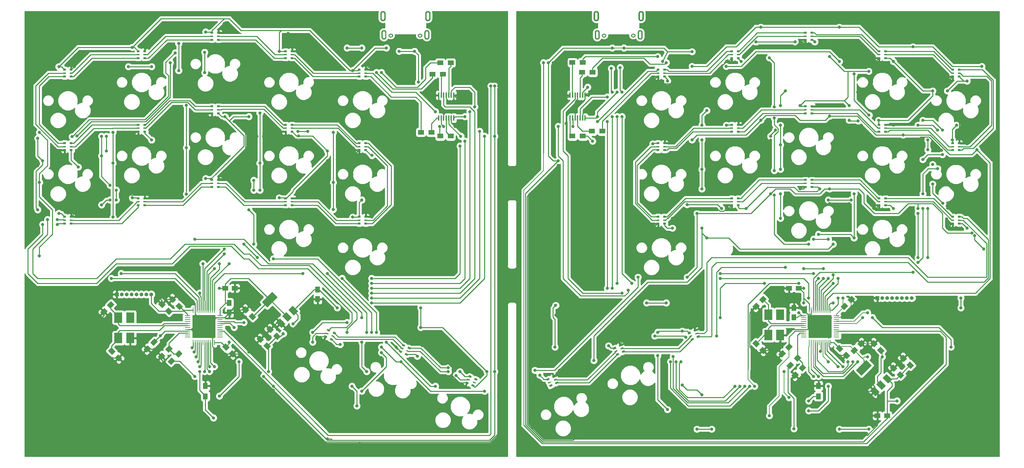
<source format=gbr>
G04 #@! TF.GenerationSoftware,KiCad,Pcbnew,(5.0.0)*
G04 #@! TF.CreationDate,2018-09-12T15:38:26+02:00*
G04 #@! TF.ProjectId,FNH35_rev1,464E4833355F726576312E6B69636164,rev?*
G04 #@! TF.SameCoordinates,Original*
G04 #@! TF.FileFunction,Copper,L1,Top,Signal*
G04 #@! TF.FilePolarity,Positive*
%FSLAX46Y46*%
G04 Gerber Fmt 4.6, Leading zero omitted, Abs format (unit mm)*
G04 Created by KiCad (PCBNEW (5.0.0)) date 09/12/18 15:38:26*
%MOMM*%
%LPD*%
G01*
G04 APERTURE LIST*
G04 #@! TA.AperFunction,EtchedComponent*
%ADD10C,0.001000*%
G04 #@! TD*
G04 #@! TA.AperFunction,SMDPad,CuDef*
%ADD11C,1.250000*%
G04 #@! TD*
G04 #@! TA.AperFunction,Conductor*
%ADD12C,0.100000*%
G04 #@! TD*
G04 #@! TA.AperFunction,SMDPad,CuDef*
%ADD13R,0.800000X0.500000*%
G04 #@! TD*
G04 #@! TA.AperFunction,SMDPad,CuDef*
%ADD14R,0.800000X0.300000*%
G04 #@! TD*
G04 #@! TA.AperFunction,SMDPad,CuDef*
%ADD15R,1.500000X1.300000*%
G04 #@! TD*
G04 #@! TA.AperFunction,SMDPad,CuDef*
%ADD16R,1.300000X1.500000*%
G04 #@! TD*
G04 #@! TA.AperFunction,SMDPad,CuDef*
%ADD17R,0.279400X1.473200*%
G04 #@! TD*
G04 #@! TA.AperFunction,SMDPad,CuDef*
%ADD18R,1.473200X0.279400*%
G04 #@! TD*
G04 #@! TA.AperFunction,SMDPad,CuDef*
%ADD19R,2.100000X2.700000*%
G04 #@! TD*
G04 #@! TA.AperFunction,SMDPad,CuDef*
%ADD20R,0.450000X1.450000*%
G04 #@! TD*
G04 #@! TA.AperFunction,SMDPad,CuDef*
%ADD21C,2.000000*%
G04 #@! TD*
G04 #@! TA.AperFunction,SMDPad,CuDef*
%ADD22C,1.500000*%
G04 #@! TD*
G04 #@! TA.AperFunction,SMDPad,CuDef*
%ADD23C,1.300000*%
G04 #@! TD*
G04 #@! TA.AperFunction,ComponentPad*
%ADD24O,1.000000X1.000000*%
G04 #@! TD*
G04 #@! TA.AperFunction,ComponentPad*
%ADD25R,1.000000X1.000000*%
G04 #@! TD*
G04 #@! TA.AperFunction,SMDPad,CuDef*
%ADD26C,0.500000*%
G04 #@! TD*
G04 #@! TA.AperFunction,SMDPad,CuDef*
%ADD27C,0.300000*%
G04 #@! TD*
G04 #@! TA.AperFunction,SMDPad,CuDef*
%ADD28R,1.500000X1.250000*%
G04 #@! TD*
G04 #@! TA.AperFunction,SMDPad,CuDef*
%ADD29R,1.250000X1.500000*%
G04 #@! TD*
G04 #@! TA.AperFunction,ViaPad*
%ADD30C,0.800000*%
G04 #@! TD*
G04 #@! TA.AperFunction,Conductor*
%ADD31C,0.250000*%
G04 #@! TD*
G04 #@! TA.AperFunction,Conductor*
%ADD32C,0.200000*%
G04 #@! TD*
G04 #@! TA.AperFunction,Conductor*
%ADD33C,0.254000*%
G04 #@! TD*
G04 APERTURE END LIST*
D10*
G04 #@! TO.C,J102*
G36*
X-17599750Y-20931000D02*
X-17599750Y-21581000D01*
X-17599750Y-21590160D01*
X-17598790Y-21608470D01*
X-17596870Y-21626700D01*
X-17594010Y-21644800D01*
X-17590200Y-21662730D01*
X-17585450Y-21680440D01*
X-17579790Y-21697870D01*
X-17573220Y-21714980D01*
X-17565760Y-21731730D01*
X-17557440Y-21748060D01*
X-17548280Y-21763940D01*
X-17538290Y-21779310D01*
X-17527520Y-21794140D01*
X-17515980Y-21808380D01*
X-17503720Y-21822010D01*
X-17490760Y-21834970D01*
X-17477140Y-21847230D01*
X-17462890Y-21858770D01*
X-17448060Y-21869540D01*
X-17432690Y-21879530D01*
X-17416810Y-21888690D01*
X-17400480Y-21897010D01*
X-17383740Y-21904470D01*
X-17366620Y-21911040D01*
X-17349190Y-21916700D01*
X-17331490Y-21921450D01*
X-17313560Y-21925260D01*
X-17295450Y-21928120D01*
X-17277220Y-21930040D01*
X-17258920Y-21931000D01*
X-17249750Y-21931000D01*
X-17240590Y-21931000D01*
X-17222280Y-21930040D01*
X-17204050Y-21928120D01*
X-17185950Y-21925260D01*
X-17168020Y-21921450D01*
X-17150310Y-21916700D01*
X-17132880Y-21911040D01*
X-17115770Y-21904470D01*
X-17099020Y-21897010D01*
X-17082690Y-21888690D01*
X-17066810Y-21879530D01*
X-17051440Y-21869540D01*
X-17036610Y-21858770D01*
X-17022370Y-21847230D01*
X-17008740Y-21834970D01*
X-16995780Y-21822010D01*
X-16983520Y-21808390D01*
X-16971980Y-21794140D01*
X-16961210Y-21779310D01*
X-16951220Y-21763940D01*
X-16942060Y-21748060D01*
X-16933740Y-21731730D01*
X-16926280Y-21714990D01*
X-16919710Y-21697870D01*
X-16914050Y-21680440D01*
X-16909300Y-21662740D01*
X-16905490Y-21644810D01*
X-16902630Y-21626700D01*
X-16900710Y-21608470D01*
X-16899750Y-21590170D01*
X-16899750Y-21581000D01*
X-16899750Y-20931000D01*
X-16599750Y-20931000D01*
X-16599750Y-21581000D01*
X-16599750Y-21598020D01*
X-16601530Y-21632010D01*
X-16605090Y-21665870D01*
X-16610410Y-21699490D01*
X-16617490Y-21732790D01*
X-16626300Y-21765670D01*
X-16636820Y-21798050D01*
X-16649020Y-21829830D01*
X-16662870Y-21860920D01*
X-16678320Y-21891260D01*
X-16695340Y-21920740D01*
X-16713880Y-21949290D01*
X-16733890Y-21976830D01*
X-16755310Y-22003280D01*
X-16778090Y-22028580D01*
X-16802160Y-22052650D01*
X-16827460Y-22075430D01*
X-16853920Y-22096850D01*
X-16881460Y-22116860D01*
X-16910010Y-22135400D01*
X-16939490Y-22152420D01*
X-16969820Y-22167880D01*
X-17000920Y-22181730D01*
X-17032700Y-22193930D01*
X-17065070Y-22204450D01*
X-17097950Y-22213260D01*
X-17131250Y-22220330D01*
X-17164880Y-22225660D01*
X-17198730Y-22229220D01*
X-17232730Y-22231000D01*
X-17249750Y-22231000D01*
X-17266770Y-22231000D01*
X-17300760Y-22229220D01*
X-17334620Y-22225660D01*
X-17368240Y-22220340D01*
X-17401540Y-22213260D01*
X-17434420Y-22204450D01*
X-17466800Y-22193930D01*
X-17498580Y-22181730D01*
X-17529670Y-22167880D01*
X-17560010Y-22152430D01*
X-17589490Y-22135410D01*
X-17618040Y-22116870D01*
X-17645580Y-22096860D01*
X-17672030Y-22075440D01*
X-17697330Y-22052660D01*
X-17721400Y-22028590D01*
X-17744180Y-22003290D01*
X-17765600Y-21976830D01*
X-17785610Y-21949290D01*
X-17804150Y-21920740D01*
X-17821170Y-21891260D01*
X-17836630Y-21860930D01*
X-17850480Y-21829830D01*
X-17862680Y-21798050D01*
X-17873200Y-21765680D01*
X-17882010Y-21732800D01*
X-17889080Y-21699500D01*
X-17894410Y-21665870D01*
X-17897970Y-21632020D01*
X-17899750Y-21598020D01*
X-17899750Y-21581000D01*
X-17899750Y-20931000D01*
X-17599750Y-20931000D01*
G37*
X-17599750Y-20931000D02*
X-17599750Y-21581000D01*
X-17599750Y-21590160D01*
X-17598790Y-21608470D01*
X-17596870Y-21626700D01*
X-17594010Y-21644800D01*
X-17590200Y-21662730D01*
X-17585450Y-21680440D01*
X-17579790Y-21697870D01*
X-17573220Y-21714980D01*
X-17565760Y-21731730D01*
X-17557440Y-21748060D01*
X-17548280Y-21763940D01*
X-17538290Y-21779310D01*
X-17527520Y-21794140D01*
X-17515980Y-21808380D01*
X-17503720Y-21822010D01*
X-17490760Y-21834970D01*
X-17477140Y-21847230D01*
X-17462890Y-21858770D01*
X-17448060Y-21869540D01*
X-17432690Y-21879530D01*
X-17416810Y-21888690D01*
X-17400480Y-21897010D01*
X-17383740Y-21904470D01*
X-17366620Y-21911040D01*
X-17349190Y-21916700D01*
X-17331490Y-21921450D01*
X-17313560Y-21925260D01*
X-17295450Y-21928120D01*
X-17277220Y-21930040D01*
X-17258920Y-21931000D01*
X-17249750Y-21931000D01*
X-17240590Y-21931000D01*
X-17222280Y-21930040D01*
X-17204050Y-21928120D01*
X-17185950Y-21925260D01*
X-17168020Y-21921450D01*
X-17150310Y-21916700D01*
X-17132880Y-21911040D01*
X-17115770Y-21904470D01*
X-17099020Y-21897010D01*
X-17082690Y-21888690D01*
X-17066810Y-21879530D01*
X-17051440Y-21869540D01*
X-17036610Y-21858770D01*
X-17022370Y-21847230D01*
X-17008740Y-21834970D01*
X-16995780Y-21822010D01*
X-16983520Y-21808390D01*
X-16971980Y-21794140D01*
X-16961210Y-21779310D01*
X-16951220Y-21763940D01*
X-16942060Y-21748060D01*
X-16933740Y-21731730D01*
X-16926280Y-21714990D01*
X-16919710Y-21697870D01*
X-16914050Y-21680440D01*
X-16909300Y-21662740D01*
X-16905490Y-21644810D01*
X-16902630Y-21626700D01*
X-16900710Y-21608470D01*
X-16899750Y-21590170D01*
X-16899750Y-21581000D01*
X-16899750Y-20931000D01*
X-16599750Y-20931000D01*
X-16599750Y-21581000D01*
X-16599750Y-21598020D01*
X-16601530Y-21632010D01*
X-16605090Y-21665870D01*
X-16610410Y-21699490D01*
X-16617490Y-21732790D01*
X-16626300Y-21765670D01*
X-16636820Y-21798050D01*
X-16649020Y-21829830D01*
X-16662870Y-21860920D01*
X-16678320Y-21891260D01*
X-16695340Y-21920740D01*
X-16713880Y-21949290D01*
X-16733890Y-21976830D01*
X-16755310Y-22003280D01*
X-16778090Y-22028580D01*
X-16802160Y-22052650D01*
X-16827460Y-22075430D01*
X-16853920Y-22096850D01*
X-16881460Y-22116860D01*
X-16910010Y-22135400D01*
X-16939490Y-22152420D01*
X-16969820Y-22167880D01*
X-17000920Y-22181730D01*
X-17032700Y-22193930D01*
X-17065070Y-22204450D01*
X-17097950Y-22213260D01*
X-17131250Y-22220330D01*
X-17164880Y-22225660D01*
X-17198730Y-22229220D01*
X-17232730Y-22231000D01*
X-17249750Y-22231000D01*
X-17266770Y-22231000D01*
X-17300760Y-22229220D01*
X-17334620Y-22225660D01*
X-17368240Y-22220340D01*
X-17401540Y-22213260D01*
X-17434420Y-22204450D01*
X-17466800Y-22193930D01*
X-17498580Y-22181730D01*
X-17529670Y-22167880D01*
X-17560010Y-22152430D01*
X-17589490Y-22135410D01*
X-17618040Y-22116870D01*
X-17645580Y-22096860D01*
X-17672030Y-22075440D01*
X-17697330Y-22052660D01*
X-17721400Y-22028590D01*
X-17744180Y-22003290D01*
X-17765600Y-21976830D01*
X-17785610Y-21949290D01*
X-17804150Y-21920740D01*
X-17821170Y-21891260D01*
X-17836630Y-21860930D01*
X-17850480Y-21829830D01*
X-17862680Y-21798050D01*
X-17873200Y-21765680D01*
X-17882010Y-21732800D01*
X-17889080Y-21699500D01*
X-17894410Y-21665870D01*
X-17897970Y-21632020D01*
X-17899750Y-21598020D01*
X-17899750Y-21581000D01*
X-17899750Y-20931000D01*
X-17599750Y-20931000D01*
G36*
X-16899750Y-20931000D02*
X-16899750Y-20281000D01*
X-16899750Y-20271840D01*
X-16900710Y-20253530D01*
X-16902630Y-20235300D01*
X-16905490Y-20217200D01*
X-16909300Y-20199270D01*
X-16914050Y-20181560D01*
X-16919710Y-20164130D01*
X-16926280Y-20147020D01*
X-16933740Y-20130270D01*
X-16942060Y-20113940D01*
X-16951220Y-20098060D01*
X-16961210Y-20082690D01*
X-16971980Y-20067860D01*
X-16983520Y-20053620D01*
X-16995780Y-20039990D01*
X-17008740Y-20027030D01*
X-17022360Y-20014770D01*
X-17036610Y-20003230D01*
X-17051440Y-19992460D01*
X-17066810Y-19982470D01*
X-17082690Y-19973310D01*
X-17099020Y-19964990D01*
X-17115760Y-19957530D01*
X-17132880Y-19950960D01*
X-17150310Y-19945300D01*
X-17168010Y-19940550D01*
X-17185940Y-19936740D01*
X-17204050Y-19933880D01*
X-17222280Y-19931960D01*
X-17240580Y-19931000D01*
X-17249750Y-19931000D01*
X-17258910Y-19931000D01*
X-17277220Y-19931960D01*
X-17295450Y-19933880D01*
X-17313550Y-19936740D01*
X-17331480Y-19940550D01*
X-17349190Y-19945300D01*
X-17366620Y-19950960D01*
X-17383730Y-19957530D01*
X-17400480Y-19964990D01*
X-17416810Y-19973310D01*
X-17432690Y-19982470D01*
X-17448060Y-19992460D01*
X-17462890Y-20003230D01*
X-17477130Y-20014770D01*
X-17490760Y-20027030D01*
X-17503720Y-20039990D01*
X-17515980Y-20053610D01*
X-17527520Y-20067860D01*
X-17538290Y-20082690D01*
X-17548280Y-20098060D01*
X-17557440Y-20113940D01*
X-17565760Y-20130270D01*
X-17573220Y-20147010D01*
X-17579790Y-20164130D01*
X-17585450Y-20181560D01*
X-17590200Y-20199260D01*
X-17594010Y-20217190D01*
X-17596870Y-20235300D01*
X-17598790Y-20253530D01*
X-17599750Y-20271830D01*
X-17599750Y-20281000D01*
X-17599750Y-20931000D01*
X-17899750Y-20931000D01*
X-17899750Y-20281000D01*
X-17899750Y-20263980D01*
X-17897970Y-20229990D01*
X-17894410Y-20196130D01*
X-17889090Y-20162510D01*
X-17882010Y-20129210D01*
X-17873200Y-20096330D01*
X-17862680Y-20063950D01*
X-17850480Y-20032170D01*
X-17836630Y-20001080D01*
X-17821180Y-19970740D01*
X-17804160Y-19941260D01*
X-17785620Y-19912710D01*
X-17765610Y-19885170D01*
X-17744190Y-19858720D01*
X-17721410Y-19833420D01*
X-17697340Y-19809350D01*
X-17672040Y-19786570D01*
X-17645580Y-19765150D01*
X-17618040Y-19745140D01*
X-17589490Y-19726600D01*
X-17560010Y-19709580D01*
X-17529680Y-19694120D01*
X-17498580Y-19680270D01*
X-17466800Y-19668070D01*
X-17434430Y-19657550D01*
X-17401550Y-19648740D01*
X-17368250Y-19641670D01*
X-17334620Y-19636340D01*
X-17300770Y-19632780D01*
X-17266770Y-19631000D01*
X-17249750Y-19631000D01*
X-17232730Y-19631000D01*
X-17198740Y-19632780D01*
X-17164880Y-19636340D01*
X-17131260Y-19641660D01*
X-17097960Y-19648740D01*
X-17065080Y-19657550D01*
X-17032700Y-19668070D01*
X-17000920Y-19680270D01*
X-16969830Y-19694120D01*
X-16939490Y-19709570D01*
X-16910010Y-19726590D01*
X-16881460Y-19745130D01*
X-16853920Y-19765140D01*
X-16827470Y-19786560D01*
X-16802170Y-19809340D01*
X-16778100Y-19833410D01*
X-16755320Y-19858710D01*
X-16733900Y-19885170D01*
X-16713890Y-19912710D01*
X-16695350Y-19941260D01*
X-16678330Y-19970740D01*
X-16662870Y-20001070D01*
X-16649020Y-20032170D01*
X-16636820Y-20063950D01*
X-16626300Y-20096320D01*
X-16617490Y-20129200D01*
X-16610420Y-20162500D01*
X-16605090Y-20196130D01*
X-16601530Y-20229980D01*
X-16599750Y-20263980D01*
X-16599750Y-20281000D01*
X-16599750Y-20931000D01*
X-16899750Y-20931000D01*
G37*
X-16899750Y-20931000D02*
X-16899750Y-20281000D01*
X-16899750Y-20271840D01*
X-16900710Y-20253530D01*
X-16902630Y-20235300D01*
X-16905490Y-20217200D01*
X-16909300Y-20199270D01*
X-16914050Y-20181560D01*
X-16919710Y-20164130D01*
X-16926280Y-20147020D01*
X-16933740Y-20130270D01*
X-16942060Y-20113940D01*
X-16951220Y-20098060D01*
X-16961210Y-20082690D01*
X-16971980Y-20067860D01*
X-16983520Y-20053620D01*
X-16995780Y-20039990D01*
X-17008740Y-20027030D01*
X-17022360Y-20014770D01*
X-17036610Y-20003230D01*
X-17051440Y-19992460D01*
X-17066810Y-19982470D01*
X-17082690Y-19973310D01*
X-17099020Y-19964990D01*
X-17115760Y-19957530D01*
X-17132880Y-19950960D01*
X-17150310Y-19945300D01*
X-17168010Y-19940550D01*
X-17185940Y-19936740D01*
X-17204050Y-19933880D01*
X-17222280Y-19931960D01*
X-17240580Y-19931000D01*
X-17249750Y-19931000D01*
X-17258910Y-19931000D01*
X-17277220Y-19931960D01*
X-17295450Y-19933880D01*
X-17313550Y-19936740D01*
X-17331480Y-19940550D01*
X-17349190Y-19945300D01*
X-17366620Y-19950960D01*
X-17383730Y-19957530D01*
X-17400480Y-19964990D01*
X-17416810Y-19973310D01*
X-17432690Y-19982470D01*
X-17448060Y-19992460D01*
X-17462890Y-20003230D01*
X-17477130Y-20014770D01*
X-17490760Y-20027030D01*
X-17503720Y-20039990D01*
X-17515980Y-20053610D01*
X-17527520Y-20067860D01*
X-17538290Y-20082690D01*
X-17548280Y-20098060D01*
X-17557440Y-20113940D01*
X-17565760Y-20130270D01*
X-17573220Y-20147010D01*
X-17579790Y-20164130D01*
X-17585450Y-20181560D01*
X-17590200Y-20199260D01*
X-17594010Y-20217190D01*
X-17596870Y-20235300D01*
X-17598790Y-20253530D01*
X-17599750Y-20271830D01*
X-17599750Y-20281000D01*
X-17599750Y-20931000D01*
X-17899750Y-20931000D01*
X-17899750Y-20281000D01*
X-17899750Y-20263980D01*
X-17897970Y-20229990D01*
X-17894410Y-20196130D01*
X-17889090Y-20162510D01*
X-17882010Y-20129210D01*
X-17873200Y-20096330D01*
X-17862680Y-20063950D01*
X-17850480Y-20032170D01*
X-17836630Y-20001080D01*
X-17821180Y-19970740D01*
X-17804160Y-19941260D01*
X-17785620Y-19912710D01*
X-17765610Y-19885170D01*
X-17744190Y-19858720D01*
X-17721410Y-19833420D01*
X-17697340Y-19809350D01*
X-17672040Y-19786570D01*
X-17645580Y-19765150D01*
X-17618040Y-19745140D01*
X-17589490Y-19726600D01*
X-17560010Y-19709580D01*
X-17529680Y-19694120D01*
X-17498580Y-19680270D01*
X-17466800Y-19668070D01*
X-17434430Y-19657550D01*
X-17401550Y-19648740D01*
X-17368250Y-19641670D01*
X-17334620Y-19636340D01*
X-17300770Y-19632780D01*
X-17266770Y-19631000D01*
X-17249750Y-19631000D01*
X-17232730Y-19631000D01*
X-17198740Y-19632780D01*
X-17164880Y-19636340D01*
X-17131260Y-19641660D01*
X-17097960Y-19648740D01*
X-17065080Y-19657550D01*
X-17032700Y-19668070D01*
X-17000920Y-19680270D01*
X-16969830Y-19694120D01*
X-16939490Y-19709570D01*
X-16910010Y-19726590D01*
X-16881460Y-19745130D01*
X-16853920Y-19765140D01*
X-16827470Y-19786560D01*
X-16802170Y-19809340D01*
X-16778100Y-19833410D01*
X-16755320Y-19858710D01*
X-16733900Y-19885170D01*
X-16713890Y-19912710D01*
X-16695350Y-19941260D01*
X-16678330Y-19970740D01*
X-16662870Y-20001070D01*
X-16649020Y-20032170D01*
X-16636820Y-20063950D01*
X-16626300Y-20096320D01*
X-16617490Y-20129200D01*
X-16610420Y-20162500D01*
X-16605090Y-20196130D01*
X-16601530Y-20229980D01*
X-16599750Y-20263980D01*
X-16599750Y-20281000D01*
X-16599750Y-20931000D01*
X-16899750Y-20931000D01*
G36*
X-5999750Y-20931000D02*
X-5999750Y-21581000D01*
X-5999750Y-21590160D01*
X-5998790Y-21608470D01*
X-5996870Y-21626700D01*
X-5994010Y-21644800D01*
X-5990200Y-21662730D01*
X-5985450Y-21680440D01*
X-5979790Y-21697870D01*
X-5973220Y-21714980D01*
X-5965760Y-21731730D01*
X-5957440Y-21748060D01*
X-5948280Y-21763940D01*
X-5938290Y-21779310D01*
X-5927520Y-21794140D01*
X-5915980Y-21808380D01*
X-5903720Y-21822010D01*
X-5890760Y-21834970D01*
X-5877140Y-21847230D01*
X-5862890Y-21858770D01*
X-5848060Y-21869540D01*
X-5832690Y-21879530D01*
X-5816810Y-21888690D01*
X-5800480Y-21897010D01*
X-5783740Y-21904470D01*
X-5766620Y-21911040D01*
X-5749190Y-21916700D01*
X-5731490Y-21921450D01*
X-5713560Y-21925260D01*
X-5695450Y-21928120D01*
X-5677220Y-21930040D01*
X-5658920Y-21931000D01*
X-5649750Y-21931000D01*
X-5640590Y-21931000D01*
X-5622280Y-21930040D01*
X-5604050Y-21928120D01*
X-5585950Y-21925260D01*
X-5568020Y-21921450D01*
X-5550310Y-21916700D01*
X-5532880Y-21911040D01*
X-5515770Y-21904470D01*
X-5499020Y-21897010D01*
X-5482690Y-21888690D01*
X-5466810Y-21879530D01*
X-5451440Y-21869540D01*
X-5436610Y-21858770D01*
X-5422370Y-21847230D01*
X-5408740Y-21834970D01*
X-5395780Y-21822010D01*
X-5383520Y-21808390D01*
X-5371980Y-21794140D01*
X-5361210Y-21779310D01*
X-5351220Y-21763940D01*
X-5342060Y-21748060D01*
X-5333740Y-21731730D01*
X-5326280Y-21714990D01*
X-5319710Y-21697870D01*
X-5314050Y-21680440D01*
X-5309300Y-21662740D01*
X-5305490Y-21644810D01*
X-5302630Y-21626700D01*
X-5300710Y-21608470D01*
X-5299750Y-21590170D01*
X-5299750Y-21581000D01*
X-5299750Y-20931000D01*
X-4999750Y-20931000D01*
X-4999750Y-21581000D01*
X-4999750Y-21598020D01*
X-5001530Y-21632010D01*
X-5005090Y-21665870D01*
X-5010410Y-21699490D01*
X-5017490Y-21732790D01*
X-5026300Y-21765670D01*
X-5036820Y-21798050D01*
X-5049020Y-21829830D01*
X-5062870Y-21860920D01*
X-5078320Y-21891260D01*
X-5095340Y-21920740D01*
X-5113880Y-21949290D01*
X-5133890Y-21976830D01*
X-5155310Y-22003280D01*
X-5178090Y-22028580D01*
X-5202160Y-22052650D01*
X-5227460Y-22075430D01*
X-5253920Y-22096850D01*
X-5281460Y-22116860D01*
X-5310010Y-22135400D01*
X-5339490Y-22152420D01*
X-5369820Y-22167880D01*
X-5400920Y-22181730D01*
X-5432700Y-22193930D01*
X-5465070Y-22204450D01*
X-5497950Y-22213260D01*
X-5531250Y-22220330D01*
X-5564880Y-22225660D01*
X-5598730Y-22229220D01*
X-5632730Y-22231000D01*
X-5649750Y-22231000D01*
X-5666770Y-22231000D01*
X-5700760Y-22229220D01*
X-5734620Y-22225660D01*
X-5768240Y-22220340D01*
X-5801540Y-22213260D01*
X-5834420Y-22204450D01*
X-5866800Y-22193930D01*
X-5898580Y-22181730D01*
X-5929670Y-22167880D01*
X-5960010Y-22152430D01*
X-5989490Y-22135410D01*
X-6018040Y-22116870D01*
X-6045580Y-22096860D01*
X-6072030Y-22075440D01*
X-6097330Y-22052660D01*
X-6121400Y-22028590D01*
X-6144180Y-22003290D01*
X-6165600Y-21976830D01*
X-6185610Y-21949290D01*
X-6204150Y-21920740D01*
X-6221170Y-21891260D01*
X-6236630Y-21860930D01*
X-6250480Y-21829830D01*
X-6262680Y-21798050D01*
X-6273200Y-21765680D01*
X-6282010Y-21732800D01*
X-6289080Y-21699500D01*
X-6294410Y-21665870D01*
X-6297970Y-21632020D01*
X-6299750Y-21598020D01*
X-6299750Y-21581000D01*
X-6299750Y-20931000D01*
X-5999750Y-20931000D01*
G37*
X-5999750Y-20931000D02*
X-5999750Y-21581000D01*
X-5999750Y-21590160D01*
X-5998790Y-21608470D01*
X-5996870Y-21626700D01*
X-5994010Y-21644800D01*
X-5990200Y-21662730D01*
X-5985450Y-21680440D01*
X-5979790Y-21697870D01*
X-5973220Y-21714980D01*
X-5965760Y-21731730D01*
X-5957440Y-21748060D01*
X-5948280Y-21763940D01*
X-5938290Y-21779310D01*
X-5927520Y-21794140D01*
X-5915980Y-21808380D01*
X-5903720Y-21822010D01*
X-5890760Y-21834970D01*
X-5877140Y-21847230D01*
X-5862890Y-21858770D01*
X-5848060Y-21869540D01*
X-5832690Y-21879530D01*
X-5816810Y-21888690D01*
X-5800480Y-21897010D01*
X-5783740Y-21904470D01*
X-5766620Y-21911040D01*
X-5749190Y-21916700D01*
X-5731490Y-21921450D01*
X-5713560Y-21925260D01*
X-5695450Y-21928120D01*
X-5677220Y-21930040D01*
X-5658920Y-21931000D01*
X-5649750Y-21931000D01*
X-5640590Y-21931000D01*
X-5622280Y-21930040D01*
X-5604050Y-21928120D01*
X-5585950Y-21925260D01*
X-5568020Y-21921450D01*
X-5550310Y-21916700D01*
X-5532880Y-21911040D01*
X-5515770Y-21904470D01*
X-5499020Y-21897010D01*
X-5482690Y-21888690D01*
X-5466810Y-21879530D01*
X-5451440Y-21869540D01*
X-5436610Y-21858770D01*
X-5422370Y-21847230D01*
X-5408740Y-21834970D01*
X-5395780Y-21822010D01*
X-5383520Y-21808390D01*
X-5371980Y-21794140D01*
X-5361210Y-21779310D01*
X-5351220Y-21763940D01*
X-5342060Y-21748060D01*
X-5333740Y-21731730D01*
X-5326280Y-21714990D01*
X-5319710Y-21697870D01*
X-5314050Y-21680440D01*
X-5309300Y-21662740D01*
X-5305490Y-21644810D01*
X-5302630Y-21626700D01*
X-5300710Y-21608470D01*
X-5299750Y-21590170D01*
X-5299750Y-21581000D01*
X-5299750Y-20931000D01*
X-4999750Y-20931000D01*
X-4999750Y-21581000D01*
X-4999750Y-21598020D01*
X-5001530Y-21632010D01*
X-5005090Y-21665870D01*
X-5010410Y-21699490D01*
X-5017490Y-21732790D01*
X-5026300Y-21765670D01*
X-5036820Y-21798050D01*
X-5049020Y-21829830D01*
X-5062870Y-21860920D01*
X-5078320Y-21891260D01*
X-5095340Y-21920740D01*
X-5113880Y-21949290D01*
X-5133890Y-21976830D01*
X-5155310Y-22003280D01*
X-5178090Y-22028580D01*
X-5202160Y-22052650D01*
X-5227460Y-22075430D01*
X-5253920Y-22096850D01*
X-5281460Y-22116860D01*
X-5310010Y-22135400D01*
X-5339490Y-22152420D01*
X-5369820Y-22167880D01*
X-5400920Y-22181730D01*
X-5432700Y-22193930D01*
X-5465070Y-22204450D01*
X-5497950Y-22213260D01*
X-5531250Y-22220330D01*
X-5564880Y-22225660D01*
X-5598730Y-22229220D01*
X-5632730Y-22231000D01*
X-5649750Y-22231000D01*
X-5666770Y-22231000D01*
X-5700760Y-22229220D01*
X-5734620Y-22225660D01*
X-5768240Y-22220340D01*
X-5801540Y-22213260D01*
X-5834420Y-22204450D01*
X-5866800Y-22193930D01*
X-5898580Y-22181730D01*
X-5929670Y-22167880D01*
X-5960010Y-22152430D01*
X-5989490Y-22135410D01*
X-6018040Y-22116870D01*
X-6045580Y-22096860D01*
X-6072030Y-22075440D01*
X-6097330Y-22052660D01*
X-6121400Y-22028590D01*
X-6144180Y-22003290D01*
X-6165600Y-21976830D01*
X-6185610Y-21949290D01*
X-6204150Y-21920740D01*
X-6221170Y-21891260D01*
X-6236630Y-21860930D01*
X-6250480Y-21829830D01*
X-6262680Y-21798050D01*
X-6273200Y-21765680D01*
X-6282010Y-21732800D01*
X-6289080Y-21699500D01*
X-6294410Y-21665870D01*
X-6297970Y-21632020D01*
X-6299750Y-21598020D01*
X-6299750Y-21581000D01*
X-6299750Y-20931000D01*
X-5999750Y-20931000D01*
G36*
X-5299750Y-20931000D02*
X-5299750Y-20281000D01*
X-5299750Y-20271840D01*
X-5300710Y-20253530D01*
X-5302630Y-20235300D01*
X-5305490Y-20217200D01*
X-5309300Y-20199270D01*
X-5314050Y-20181560D01*
X-5319710Y-20164130D01*
X-5326280Y-20147020D01*
X-5333740Y-20130270D01*
X-5342060Y-20113940D01*
X-5351220Y-20098060D01*
X-5361210Y-20082690D01*
X-5371980Y-20067860D01*
X-5383520Y-20053620D01*
X-5395780Y-20039990D01*
X-5408740Y-20027030D01*
X-5422360Y-20014770D01*
X-5436610Y-20003230D01*
X-5451440Y-19992460D01*
X-5466810Y-19982470D01*
X-5482690Y-19973310D01*
X-5499020Y-19964990D01*
X-5515760Y-19957530D01*
X-5532880Y-19950960D01*
X-5550310Y-19945300D01*
X-5568010Y-19940550D01*
X-5585940Y-19936740D01*
X-5604050Y-19933880D01*
X-5622280Y-19931960D01*
X-5640580Y-19931000D01*
X-5649750Y-19931000D01*
X-5658910Y-19931000D01*
X-5677220Y-19931960D01*
X-5695450Y-19933880D01*
X-5713550Y-19936740D01*
X-5731480Y-19940550D01*
X-5749190Y-19945300D01*
X-5766620Y-19950960D01*
X-5783730Y-19957530D01*
X-5800480Y-19964990D01*
X-5816810Y-19973310D01*
X-5832690Y-19982470D01*
X-5848060Y-19992460D01*
X-5862890Y-20003230D01*
X-5877130Y-20014770D01*
X-5890760Y-20027030D01*
X-5903720Y-20039990D01*
X-5915980Y-20053610D01*
X-5927520Y-20067860D01*
X-5938290Y-20082690D01*
X-5948280Y-20098060D01*
X-5957440Y-20113940D01*
X-5965760Y-20130270D01*
X-5973220Y-20147010D01*
X-5979790Y-20164130D01*
X-5985450Y-20181560D01*
X-5990200Y-20199260D01*
X-5994010Y-20217190D01*
X-5996870Y-20235300D01*
X-5998790Y-20253530D01*
X-5999750Y-20271830D01*
X-5999750Y-20281000D01*
X-5999750Y-20931000D01*
X-6299750Y-20931000D01*
X-6299750Y-20281000D01*
X-6299750Y-20263980D01*
X-6297970Y-20229990D01*
X-6294410Y-20196130D01*
X-6289090Y-20162510D01*
X-6282010Y-20129210D01*
X-6273200Y-20096330D01*
X-6262680Y-20063950D01*
X-6250480Y-20032170D01*
X-6236630Y-20001080D01*
X-6221180Y-19970740D01*
X-6204160Y-19941260D01*
X-6185620Y-19912710D01*
X-6165610Y-19885170D01*
X-6144190Y-19858720D01*
X-6121410Y-19833420D01*
X-6097340Y-19809350D01*
X-6072040Y-19786570D01*
X-6045580Y-19765150D01*
X-6018040Y-19745140D01*
X-5989490Y-19726600D01*
X-5960010Y-19709580D01*
X-5929680Y-19694120D01*
X-5898580Y-19680270D01*
X-5866800Y-19668070D01*
X-5834430Y-19657550D01*
X-5801550Y-19648740D01*
X-5768250Y-19641670D01*
X-5734620Y-19636340D01*
X-5700770Y-19632780D01*
X-5666770Y-19631000D01*
X-5649750Y-19631000D01*
X-5632730Y-19631000D01*
X-5598740Y-19632780D01*
X-5564880Y-19636340D01*
X-5531260Y-19641660D01*
X-5497960Y-19648740D01*
X-5465080Y-19657550D01*
X-5432700Y-19668070D01*
X-5400920Y-19680270D01*
X-5369830Y-19694120D01*
X-5339490Y-19709570D01*
X-5310010Y-19726590D01*
X-5281460Y-19745130D01*
X-5253920Y-19765140D01*
X-5227470Y-19786560D01*
X-5202170Y-19809340D01*
X-5178100Y-19833410D01*
X-5155320Y-19858710D01*
X-5133900Y-19885170D01*
X-5113890Y-19912710D01*
X-5095350Y-19941260D01*
X-5078330Y-19970740D01*
X-5062870Y-20001070D01*
X-5049020Y-20032170D01*
X-5036820Y-20063950D01*
X-5026300Y-20096320D01*
X-5017490Y-20129200D01*
X-5010420Y-20162500D01*
X-5005090Y-20196130D01*
X-5001530Y-20229980D01*
X-4999750Y-20263980D01*
X-4999750Y-20281000D01*
X-4999750Y-20931000D01*
X-5299750Y-20931000D01*
G37*
X-5299750Y-20931000D02*
X-5299750Y-20281000D01*
X-5299750Y-20271840D01*
X-5300710Y-20253530D01*
X-5302630Y-20235300D01*
X-5305490Y-20217200D01*
X-5309300Y-20199270D01*
X-5314050Y-20181560D01*
X-5319710Y-20164130D01*
X-5326280Y-20147020D01*
X-5333740Y-20130270D01*
X-5342060Y-20113940D01*
X-5351220Y-20098060D01*
X-5361210Y-20082690D01*
X-5371980Y-20067860D01*
X-5383520Y-20053620D01*
X-5395780Y-20039990D01*
X-5408740Y-20027030D01*
X-5422360Y-20014770D01*
X-5436610Y-20003230D01*
X-5451440Y-19992460D01*
X-5466810Y-19982470D01*
X-5482690Y-19973310D01*
X-5499020Y-19964990D01*
X-5515760Y-19957530D01*
X-5532880Y-19950960D01*
X-5550310Y-19945300D01*
X-5568010Y-19940550D01*
X-5585940Y-19936740D01*
X-5604050Y-19933880D01*
X-5622280Y-19931960D01*
X-5640580Y-19931000D01*
X-5649750Y-19931000D01*
X-5658910Y-19931000D01*
X-5677220Y-19931960D01*
X-5695450Y-19933880D01*
X-5713550Y-19936740D01*
X-5731480Y-19940550D01*
X-5749190Y-19945300D01*
X-5766620Y-19950960D01*
X-5783730Y-19957530D01*
X-5800480Y-19964990D01*
X-5816810Y-19973310D01*
X-5832690Y-19982470D01*
X-5848060Y-19992460D01*
X-5862890Y-20003230D01*
X-5877130Y-20014770D01*
X-5890760Y-20027030D01*
X-5903720Y-20039990D01*
X-5915980Y-20053610D01*
X-5927520Y-20067860D01*
X-5938290Y-20082690D01*
X-5948280Y-20098060D01*
X-5957440Y-20113940D01*
X-5965760Y-20130270D01*
X-5973220Y-20147010D01*
X-5979790Y-20164130D01*
X-5985450Y-20181560D01*
X-5990200Y-20199260D01*
X-5994010Y-20217190D01*
X-5996870Y-20235300D01*
X-5998790Y-20253530D01*
X-5999750Y-20271830D01*
X-5999750Y-20281000D01*
X-5999750Y-20931000D01*
X-6299750Y-20931000D01*
X-6299750Y-20281000D01*
X-6299750Y-20263980D01*
X-6297970Y-20229990D01*
X-6294410Y-20196130D01*
X-6289090Y-20162510D01*
X-6282010Y-20129210D01*
X-6273200Y-20096330D01*
X-6262680Y-20063950D01*
X-6250480Y-20032170D01*
X-6236630Y-20001080D01*
X-6221180Y-19970740D01*
X-6204160Y-19941260D01*
X-6185620Y-19912710D01*
X-6165610Y-19885170D01*
X-6144190Y-19858720D01*
X-6121410Y-19833420D01*
X-6097340Y-19809350D01*
X-6072040Y-19786570D01*
X-6045580Y-19765150D01*
X-6018040Y-19745140D01*
X-5989490Y-19726600D01*
X-5960010Y-19709580D01*
X-5929680Y-19694120D01*
X-5898580Y-19680270D01*
X-5866800Y-19668070D01*
X-5834430Y-19657550D01*
X-5801550Y-19648740D01*
X-5768250Y-19641670D01*
X-5734620Y-19636340D01*
X-5700770Y-19632780D01*
X-5666770Y-19631000D01*
X-5649750Y-19631000D01*
X-5632730Y-19631000D01*
X-5598740Y-19632780D01*
X-5564880Y-19636340D01*
X-5531260Y-19641660D01*
X-5497960Y-19648740D01*
X-5465080Y-19657550D01*
X-5432700Y-19668070D01*
X-5400920Y-19680270D01*
X-5369830Y-19694120D01*
X-5339490Y-19709570D01*
X-5310010Y-19726590D01*
X-5281460Y-19745130D01*
X-5253920Y-19765140D01*
X-5227470Y-19786560D01*
X-5202170Y-19809340D01*
X-5178100Y-19833410D01*
X-5155320Y-19858710D01*
X-5133900Y-19885170D01*
X-5113890Y-19912710D01*
X-5095350Y-19941260D01*
X-5078330Y-19970740D01*
X-5062870Y-20001070D01*
X-5049020Y-20032170D01*
X-5036820Y-20063950D01*
X-5026300Y-20096320D01*
X-5017490Y-20129200D01*
X-5010420Y-20162500D01*
X-5005090Y-20196130D01*
X-5001530Y-20229980D01*
X-4999750Y-20263980D01*
X-4999750Y-20281000D01*
X-4999750Y-20931000D01*
X-5299750Y-20931000D01*
G36*
X-17349750Y-25781000D02*
X-17349750Y-26381000D01*
X-17349750Y-26390163D01*
X-17348790Y-26408468D01*
X-17346870Y-26426698D01*
X-17344010Y-26444802D01*
X-17340200Y-26462732D01*
X-17335450Y-26480437D01*
X-17329790Y-26497870D01*
X-17323220Y-26514983D01*
X-17315760Y-26531729D01*
X-17307440Y-26548061D01*
X-17298280Y-26563935D01*
X-17288290Y-26579308D01*
X-17277520Y-26594138D01*
X-17265980Y-26608383D01*
X-17253720Y-26622005D01*
X-17240760Y-26634967D01*
X-17227140Y-26647232D01*
X-17212890Y-26658768D01*
X-17198060Y-26669542D01*
X-17182690Y-26679525D01*
X-17166810Y-26688690D01*
X-17150480Y-26697012D01*
X-17133740Y-26704468D01*
X-17116620Y-26711037D01*
X-17099190Y-26716701D01*
X-17081490Y-26721446D01*
X-17063560Y-26725257D01*
X-17045450Y-26728124D01*
X-17027220Y-26730040D01*
X-17008920Y-26731000D01*
X-16999750Y-26731000D01*
X-16990590Y-26731000D01*
X-16972280Y-26730041D01*
X-16954050Y-26728125D01*
X-16935950Y-26725258D01*
X-16918020Y-26721447D01*
X-16900310Y-26716702D01*
X-16882880Y-26711038D01*
X-16865770Y-26704469D01*
X-16849020Y-26697014D01*
X-16832690Y-26688692D01*
X-16816810Y-26679527D01*
X-16801440Y-26669544D01*
X-16786610Y-26658770D01*
X-16772370Y-26647235D01*
X-16758740Y-26634969D01*
X-16745780Y-26622008D01*
X-16733520Y-26608386D01*
X-16721980Y-26594141D01*
X-16711210Y-26579312D01*
X-16701220Y-26563939D01*
X-16692060Y-26548065D01*
X-16683740Y-26531732D01*
X-16676280Y-26514987D01*
X-16669710Y-26497874D01*
X-16664050Y-26480441D01*
X-16659300Y-26462736D01*
X-16655490Y-26444806D01*
X-16652630Y-26426702D01*
X-16650710Y-26408472D01*
X-16649750Y-26390167D01*
X-16649750Y-26381000D01*
X-16649750Y-25781000D01*
X-16399750Y-25781000D01*
X-16399750Y-26381000D01*
X-16399750Y-26396708D01*
X-16401390Y-26428088D01*
X-16404680Y-26459339D01*
X-16409590Y-26490375D01*
X-16416130Y-26521112D01*
X-16424260Y-26551464D01*
X-16433970Y-26581349D01*
X-16445230Y-26610685D01*
X-16458010Y-26639392D01*
X-16472280Y-26667390D01*
X-16487990Y-26694603D01*
X-16505100Y-26720957D01*
X-16523570Y-26746379D01*
X-16543350Y-26770800D01*
X-16564370Y-26794150D01*
X-16586590Y-26816370D01*
X-16609940Y-26837400D01*
X-16634370Y-26857170D01*
X-16659790Y-26875640D01*
X-16686140Y-26892760D01*
X-16713350Y-26908470D01*
X-16741350Y-26922740D01*
X-16770060Y-26935520D01*
X-16799390Y-26946780D01*
X-16829280Y-26956490D01*
X-16859630Y-26964620D01*
X-16890370Y-26971150D01*
X-16921400Y-26976070D01*
X-16952650Y-26979360D01*
X-16984030Y-26981000D01*
X-16999750Y-26981000D01*
X-17015460Y-26981000D01*
X-17046840Y-26979360D01*
X-17078090Y-26976070D01*
X-17109130Y-26971160D01*
X-17139860Y-26964620D01*
X-17170210Y-26956490D01*
X-17200100Y-26946780D01*
X-17229440Y-26935520D01*
X-17258140Y-26922740D01*
X-17286140Y-26908470D01*
X-17313350Y-26892760D01*
X-17339710Y-26875650D01*
X-17365130Y-26857180D01*
X-17389550Y-26837400D01*
X-17412900Y-26816380D01*
X-17435120Y-26794160D01*
X-17456150Y-26770805D01*
X-17475920Y-26746385D01*
X-17494390Y-26720963D01*
X-17511510Y-26694610D01*
X-17527220Y-26667397D01*
X-17541490Y-26639398D01*
X-17554270Y-26610692D01*
X-17565530Y-26581356D01*
X-17575240Y-26551471D01*
X-17583370Y-26521119D01*
X-17589900Y-26490382D01*
X-17594820Y-26459346D01*
X-17598110Y-26428095D01*
X-17599750Y-26396715D01*
X-17599750Y-26381000D01*
X-17599750Y-25781000D01*
X-17349750Y-25781000D01*
G37*
X-17349750Y-25781000D02*
X-17349750Y-26381000D01*
X-17349750Y-26390163D01*
X-17348790Y-26408468D01*
X-17346870Y-26426698D01*
X-17344010Y-26444802D01*
X-17340200Y-26462732D01*
X-17335450Y-26480437D01*
X-17329790Y-26497870D01*
X-17323220Y-26514983D01*
X-17315760Y-26531729D01*
X-17307440Y-26548061D01*
X-17298280Y-26563935D01*
X-17288290Y-26579308D01*
X-17277520Y-26594138D01*
X-17265980Y-26608383D01*
X-17253720Y-26622005D01*
X-17240760Y-26634967D01*
X-17227140Y-26647232D01*
X-17212890Y-26658768D01*
X-17198060Y-26669542D01*
X-17182690Y-26679525D01*
X-17166810Y-26688690D01*
X-17150480Y-26697012D01*
X-17133740Y-26704468D01*
X-17116620Y-26711037D01*
X-17099190Y-26716701D01*
X-17081490Y-26721446D01*
X-17063560Y-26725257D01*
X-17045450Y-26728124D01*
X-17027220Y-26730040D01*
X-17008920Y-26731000D01*
X-16999750Y-26731000D01*
X-16990590Y-26731000D01*
X-16972280Y-26730041D01*
X-16954050Y-26728125D01*
X-16935950Y-26725258D01*
X-16918020Y-26721447D01*
X-16900310Y-26716702D01*
X-16882880Y-26711038D01*
X-16865770Y-26704469D01*
X-16849020Y-26697014D01*
X-16832690Y-26688692D01*
X-16816810Y-26679527D01*
X-16801440Y-26669544D01*
X-16786610Y-26658770D01*
X-16772370Y-26647235D01*
X-16758740Y-26634969D01*
X-16745780Y-26622008D01*
X-16733520Y-26608386D01*
X-16721980Y-26594141D01*
X-16711210Y-26579312D01*
X-16701220Y-26563939D01*
X-16692060Y-26548065D01*
X-16683740Y-26531732D01*
X-16676280Y-26514987D01*
X-16669710Y-26497874D01*
X-16664050Y-26480441D01*
X-16659300Y-26462736D01*
X-16655490Y-26444806D01*
X-16652630Y-26426702D01*
X-16650710Y-26408472D01*
X-16649750Y-26390167D01*
X-16649750Y-26381000D01*
X-16649750Y-25781000D01*
X-16399750Y-25781000D01*
X-16399750Y-26381000D01*
X-16399750Y-26396708D01*
X-16401390Y-26428088D01*
X-16404680Y-26459339D01*
X-16409590Y-26490375D01*
X-16416130Y-26521112D01*
X-16424260Y-26551464D01*
X-16433970Y-26581349D01*
X-16445230Y-26610685D01*
X-16458010Y-26639392D01*
X-16472280Y-26667390D01*
X-16487990Y-26694603D01*
X-16505100Y-26720957D01*
X-16523570Y-26746379D01*
X-16543350Y-26770800D01*
X-16564370Y-26794150D01*
X-16586590Y-26816370D01*
X-16609940Y-26837400D01*
X-16634370Y-26857170D01*
X-16659790Y-26875640D01*
X-16686140Y-26892760D01*
X-16713350Y-26908470D01*
X-16741350Y-26922740D01*
X-16770060Y-26935520D01*
X-16799390Y-26946780D01*
X-16829280Y-26956490D01*
X-16859630Y-26964620D01*
X-16890370Y-26971150D01*
X-16921400Y-26976070D01*
X-16952650Y-26979360D01*
X-16984030Y-26981000D01*
X-16999750Y-26981000D01*
X-17015460Y-26981000D01*
X-17046840Y-26979360D01*
X-17078090Y-26976070D01*
X-17109130Y-26971160D01*
X-17139860Y-26964620D01*
X-17170210Y-26956490D01*
X-17200100Y-26946780D01*
X-17229440Y-26935520D01*
X-17258140Y-26922740D01*
X-17286140Y-26908470D01*
X-17313350Y-26892760D01*
X-17339710Y-26875650D01*
X-17365130Y-26857180D01*
X-17389550Y-26837400D01*
X-17412900Y-26816380D01*
X-17435120Y-26794160D01*
X-17456150Y-26770805D01*
X-17475920Y-26746385D01*
X-17494390Y-26720963D01*
X-17511510Y-26694610D01*
X-17527220Y-26667397D01*
X-17541490Y-26639398D01*
X-17554270Y-26610692D01*
X-17565530Y-26581356D01*
X-17575240Y-26551471D01*
X-17583370Y-26521119D01*
X-17589900Y-26490382D01*
X-17594820Y-26459346D01*
X-17598110Y-26428095D01*
X-17599750Y-26396715D01*
X-17599750Y-26381000D01*
X-17599750Y-25781000D01*
X-17349750Y-25781000D01*
G36*
X-16649750Y-25781000D02*
X-16649750Y-25181000D01*
X-16649750Y-25171837D01*
X-16650710Y-25153532D01*
X-16652630Y-25135302D01*
X-16655490Y-25117198D01*
X-16659300Y-25099268D01*
X-16664050Y-25081563D01*
X-16669710Y-25064130D01*
X-16676280Y-25047017D01*
X-16683740Y-25030271D01*
X-16692060Y-25013939D01*
X-16701220Y-24998065D01*
X-16711210Y-24982692D01*
X-16721980Y-24967862D01*
X-16733520Y-24953617D01*
X-16745780Y-24939995D01*
X-16758740Y-24927033D01*
X-16772360Y-24914768D01*
X-16786610Y-24903232D01*
X-16801440Y-24892458D01*
X-16816810Y-24882475D01*
X-16832690Y-24873310D01*
X-16849020Y-24864988D01*
X-16865760Y-24857532D01*
X-16882880Y-24850963D01*
X-16900310Y-24845299D01*
X-16918010Y-24840554D01*
X-16935940Y-24836743D01*
X-16954050Y-24833876D01*
X-16972280Y-24831960D01*
X-16990580Y-24831000D01*
X-16999750Y-24831000D01*
X-17008910Y-24831000D01*
X-17027220Y-24831959D01*
X-17045450Y-24833875D01*
X-17063550Y-24836742D01*
X-17081480Y-24840553D01*
X-17099190Y-24845298D01*
X-17116620Y-24850962D01*
X-17133730Y-24857531D01*
X-17150480Y-24864986D01*
X-17166810Y-24873308D01*
X-17182690Y-24882473D01*
X-17198060Y-24892456D01*
X-17212890Y-24903230D01*
X-17227130Y-24914765D01*
X-17240760Y-24927031D01*
X-17253720Y-24939992D01*
X-17265980Y-24953614D01*
X-17277520Y-24967859D01*
X-17288290Y-24982688D01*
X-17298280Y-24998061D01*
X-17307440Y-25013935D01*
X-17315760Y-25030268D01*
X-17323220Y-25047013D01*
X-17329790Y-25064126D01*
X-17335450Y-25081559D01*
X-17340200Y-25099264D01*
X-17344010Y-25117194D01*
X-17346870Y-25135298D01*
X-17348790Y-25153528D01*
X-17349750Y-25171833D01*
X-17349750Y-25181000D01*
X-17349750Y-25781000D01*
X-17599750Y-25781000D01*
X-17599750Y-25181000D01*
X-17599750Y-25165292D01*
X-17598110Y-25133912D01*
X-17594820Y-25102661D01*
X-17589910Y-25071625D01*
X-17583370Y-25040888D01*
X-17575240Y-25010536D01*
X-17565530Y-24980651D01*
X-17554270Y-24951315D01*
X-17541490Y-24922608D01*
X-17527220Y-24894610D01*
X-17511510Y-24867397D01*
X-17494400Y-24841043D01*
X-17475930Y-24815621D01*
X-17456150Y-24791200D01*
X-17435130Y-24767850D01*
X-17412910Y-24745630D01*
X-17389560Y-24724600D01*
X-17365130Y-24704830D01*
X-17339710Y-24686360D01*
X-17313360Y-24669240D01*
X-17286150Y-24653530D01*
X-17258150Y-24639260D01*
X-17229440Y-24626480D01*
X-17200110Y-24615220D01*
X-17170220Y-24605510D01*
X-17139870Y-24597380D01*
X-17109130Y-24590850D01*
X-17078100Y-24585930D01*
X-17046850Y-24582640D01*
X-17015470Y-24581000D01*
X-16999750Y-24581000D01*
X-16984040Y-24581000D01*
X-16952660Y-24582640D01*
X-16921410Y-24585930D01*
X-16890370Y-24590840D01*
X-16859640Y-24597380D01*
X-16829290Y-24605510D01*
X-16799400Y-24615220D01*
X-16770060Y-24626480D01*
X-16741360Y-24639260D01*
X-16713360Y-24653530D01*
X-16686150Y-24669240D01*
X-16659790Y-24686350D01*
X-16634370Y-24704820D01*
X-16609950Y-24724600D01*
X-16586600Y-24745620D01*
X-16564380Y-24767840D01*
X-16543350Y-24791195D01*
X-16523580Y-24815615D01*
X-16505110Y-24841037D01*
X-16487990Y-24867390D01*
X-16472280Y-24894603D01*
X-16458010Y-24922602D01*
X-16445230Y-24951308D01*
X-16433970Y-24980644D01*
X-16424260Y-25010529D01*
X-16416130Y-25040881D01*
X-16409600Y-25071618D01*
X-16404680Y-25102654D01*
X-16401390Y-25133905D01*
X-16399750Y-25165285D01*
X-16399750Y-25181000D01*
X-16399750Y-25781000D01*
X-16649750Y-25781000D01*
G37*
X-16649750Y-25781000D02*
X-16649750Y-25181000D01*
X-16649750Y-25171837D01*
X-16650710Y-25153532D01*
X-16652630Y-25135302D01*
X-16655490Y-25117198D01*
X-16659300Y-25099268D01*
X-16664050Y-25081563D01*
X-16669710Y-25064130D01*
X-16676280Y-25047017D01*
X-16683740Y-25030271D01*
X-16692060Y-25013939D01*
X-16701220Y-24998065D01*
X-16711210Y-24982692D01*
X-16721980Y-24967862D01*
X-16733520Y-24953617D01*
X-16745780Y-24939995D01*
X-16758740Y-24927033D01*
X-16772360Y-24914768D01*
X-16786610Y-24903232D01*
X-16801440Y-24892458D01*
X-16816810Y-24882475D01*
X-16832690Y-24873310D01*
X-16849020Y-24864988D01*
X-16865760Y-24857532D01*
X-16882880Y-24850963D01*
X-16900310Y-24845299D01*
X-16918010Y-24840554D01*
X-16935940Y-24836743D01*
X-16954050Y-24833876D01*
X-16972280Y-24831960D01*
X-16990580Y-24831000D01*
X-16999750Y-24831000D01*
X-17008910Y-24831000D01*
X-17027220Y-24831959D01*
X-17045450Y-24833875D01*
X-17063550Y-24836742D01*
X-17081480Y-24840553D01*
X-17099190Y-24845298D01*
X-17116620Y-24850962D01*
X-17133730Y-24857531D01*
X-17150480Y-24864986D01*
X-17166810Y-24873308D01*
X-17182690Y-24882473D01*
X-17198060Y-24892456D01*
X-17212890Y-24903230D01*
X-17227130Y-24914765D01*
X-17240760Y-24927031D01*
X-17253720Y-24939992D01*
X-17265980Y-24953614D01*
X-17277520Y-24967859D01*
X-17288290Y-24982688D01*
X-17298280Y-24998061D01*
X-17307440Y-25013935D01*
X-17315760Y-25030268D01*
X-17323220Y-25047013D01*
X-17329790Y-25064126D01*
X-17335450Y-25081559D01*
X-17340200Y-25099264D01*
X-17344010Y-25117194D01*
X-17346870Y-25135298D01*
X-17348790Y-25153528D01*
X-17349750Y-25171833D01*
X-17349750Y-25181000D01*
X-17349750Y-25781000D01*
X-17599750Y-25781000D01*
X-17599750Y-25181000D01*
X-17599750Y-25165292D01*
X-17598110Y-25133912D01*
X-17594820Y-25102661D01*
X-17589910Y-25071625D01*
X-17583370Y-25040888D01*
X-17575240Y-25010536D01*
X-17565530Y-24980651D01*
X-17554270Y-24951315D01*
X-17541490Y-24922608D01*
X-17527220Y-24894610D01*
X-17511510Y-24867397D01*
X-17494400Y-24841043D01*
X-17475930Y-24815621D01*
X-17456150Y-24791200D01*
X-17435130Y-24767850D01*
X-17412910Y-24745630D01*
X-17389560Y-24724600D01*
X-17365130Y-24704830D01*
X-17339710Y-24686360D01*
X-17313360Y-24669240D01*
X-17286150Y-24653530D01*
X-17258150Y-24639260D01*
X-17229440Y-24626480D01*
X-17200110Y-24615220D01*
X-17170220Y-24605510D01*
X-17139870Y-24597380D01*
X-17109130Y-24590850D01*
X-17078100Y-24585930D01*
X-17046850Y-24582640D01*
X-17015470Y-24581000D01*
X-16999750Y-24581000D01*
X-16984040Y-24581000D01*
X-16952660Y-24582640D01*
X-16921410Y-24585930D01*
X-16890370Y-24590840D01*
X-16859640Y-24597380D01*
X-16829290Y-24605510D01*
X-16799400Y-24615220D01*
X-16770060Y-24626480D01*
X-16741360Y-24639260D01*
X-16713360Y-24653530D01*
X-16686150Y-24669240D01*
X-16659790Y-24686350D01*
X-16634370Y-24704820D01*
X-16609950Y-24724600D01*
X-16586600Y-24745620D01*
X-16564380Y-24767840D01*
X-16543350Y-24791195D01*
X-16523580Y-24815615D01*
X-16505110Y-24841037D01*
X-16487990Y-24867390D01*
X-16472280Y-24894603D01*
X-16458010Y-24922602D01*
X-16445230Y-24951308D01*
X-16433970Y-24980644D01*
X-16424260Y-25010529D01*
X-16416130Y-25040881D01*
X-16409600Y-25071618D01*
X-16404680Y-25102654D01*
X-16401390Y-25133905D01*
X-16399750Y-25165285D01*
X-16399750Y-25181000D01*
X-16399750Y-25781000D01*
X-16649750Y-25781000D01*
G36*
X-6249750Y-25781000D02*
X-6249750Y-26381000D01*
X-6249750Y-26390163D01*
X-6248790Y-26408468D01*
X-6246870Y-26426698D01*
X-6244010Y-26444802D01*
X-6240200Y-26462732D01*
X-6235450Y-26480437D01*
X-6229790Y-26497870D01*
X-6223220Y-26514983D01*
X-6215760Y-26531729D01*
X-6207440Y-26548061D01*
X-6198280Y-26563935D01*
X-6188290Y-26579308D01*
X-6177520Y-26594138D01*
X-6165980Y-26608383D01*
X-6153720Y-26622005D01*
X-6140760Y-26634967D01*
X-6127140Y-26647232D01*
X-6112890Y-26658768D01*
X-6098060Y-26669542D01*
X-6082690Y-26679525D01*
X-6066810Y-26688690D01*
X-6050480Y-26697012D01*
X-6033740Y-26704468D01*
X-6016620Y-26711037D01*
X-5999190Y-26716701D01*
X-5981490Y-26721446D01*
X-5963560Y-26725257D01*
X-5945450Y-26728124D01*
X-5927220Y-26730040D01*
X-5908920Y-26731000D01*
X-5899750Y-26731000D01*
X-5890590Y-26731000D01*
X-5872280Y-26730041D01*
X-5854050Y-26728125D01*
X-5835950Y-26725258D01*
X-5818020Y-26721447D01*
X-5800310Y-26716702D01*
X-5782880Y-26711038D01*
X-5765770Y-26704469D01*
X-5749020Y-26697014D01*
X-5732690Y-26688692D01*
X-5716810Y-26679527D01*
X-5701440Y-26669544D01*
X-5686610Y-26658770D01*
X-5672370Y-26647235D01*
X-5658740Y-26634969D01*
X-5645780Y-26622008D01*
X-5633520Y-26608386D01*
X-5621980Y-26594141D01*
X-5611210Y-26579312D01*
X-5601220Y-26563939D01*
X-5592060Y-26548065D01*
X-5583740Y-26531732D01*
X-5576280Y-26514987D01*
X-5569710Y-26497874D01*
X-5564050Y-26480441D01*
X-5559300Y-26462736D01*
X-5555490Y-26444806D01*
X-5552630Y-26426702D01*
X-5550710Y-26408472D01*
X-5549750Y-26390167D01*
X-5549750Y-26381000D01*
X-5549750Y-25781000D01*
X-5299750Y-25781000D01*
X-5299750Y-26381000D01*
X-5299750Y-26396708D01*
X-5301390Y-26428088D01*
X-5304680Y-26459339D01*
X-5309590Y-26490375D01*
X-5316130Y-26521112D01*
X-5324260Y-26551464D01*
X-5333970Y-26581349D01*
X-5345230Y-26610685D01*
X-5358010Y-26639392D01*
X-5372280Y-26667390D01*
X-5387990Y-26694603D01*
X-5405100Y-26720957D01*
X-5423570Y-26746379D01*
X-5443350Y-26770800D01*
X-5464370Y-26794150D01*
X-5486590Y-26816370D01*
X-5509940Y-26837400D01*
X-5534370Y-26857170D01*
X-5559790Y-26875640D01*
X-5586140Y-26892760D01*
X-5613350Y-26908470D01*
X-5641350Y-26922740D01*
X-5670060Y-26935520D01*
X-5699390Y-26946780D01*
X-5729280Y-26956490D01*
X-5759630Y-26964620D01*
X-5790370Y-26971150D01*
X-5821400Y-26976070D01*
X-5852650Y-26979360D01*
X-5884030Y-26981000D01*
X-5899750Y-26981000D01*
X-5915460Y-26981000D01*
X-5946840Y-26979360D01*
X-5978090Y-26976070D01*
X-6009130Y-26971160D01*
X-6039860Y-26964620D01*
X-6070210Y-26956490D01*
X-6100100Y-26946780D01*
X-6129440Y-26935520D01*
X-6158140Y-26922740D01*
X-6186140Y-26908470D01*
X-6213350Y-26892760D01*
X-6239710Y-26875650D01*
X-6265130Y-26857180D01*
X-6289550Y-26837400D01*
X-6312900Y-26816380D01*
X-6335120Y-26794160D01*
X-6356150Y-26770805D01*
X-6375920Y-26746385D01*
X-6394390Y-26720963D01*
X-6411510Y-26694610D01*
X-6427220Y-26667397D01*
X-6441490Y-26639398D01*
X-6454270Y-26610692D01*
X-6465530Y-26581356D01*
X-6475240Y-26551471D01*
X-6483370Y-26521119D01*
X-6489900Y-26490382D01*
X-6494820Y-26459346D01*
X-6498110Y-26428095D01*
X-6499750Y-26396715D01*
X-6499750Y-26381000D01*
X-6499750Y-25781000D01*
X-6249750Y-25781000D01*
G37*
X-6249750Y-25781000D02*
X-6249750Y-26381000D01*
X-6249750Y-26390163D01*
X-6248790Y-26408468D01*
X-6246870Y-26426698D01*
X-6244010Y-26444802D01*
X-6240200Y-26462732D01*
X-6235450Y-26480437D01*
X-6229790Y-26497870D01*
X-6223220Y-26514983D01*
X-6215760Y-26531729D01*
X-6207440Y-26548061D01*
X-6198280Y-26563935D01*
X-6188290Y-26579308D01*
X-6177520Y-26594138D01*
X-6165980Y-26608383D01*
X-6153720Y-26622005D01*
X-6140760Y-26634967D01*
X-6127140Y-26647232D01*
X-6112890Y-26658768D01*
X-6098060Y-26669542D01*
X-6082690Y-26679525D01*
X-6066810Y-26688690D01*
X-6050480Y-26697012D01*
X-6033740Y-26704468D01*
X-6016620Y-26711037D01*
X-5999190Y-26716701D01*
X-5981490Y-26721446D01*
X-5963560Y-26725257D01*
X-5945450Y-26728124D01*
X-5927220Y-26730040D01*
X-5908920Y-26731000D01*
X-5899750Y-26731000D01*
X-5890590Y-26731000D01*
X-5872280Y-26730041D01*
X-5854050Y-26728125D01*
X-5835950Y-26725258D01*
X-5818020Y-26721447D01*
X-5800310Y-26716702D01*
X-5782880Y-26711038D01*
X-5765770Y-26704469D01*
X-5749020Y-26697014D01*
X-5732690Y-26688692D01*
X-5716810Y-26679527D01*
X-5701440Y-26669544D01*
X-5686610Y-26658770D01*
X-5672370Y-26647235D01*
X-5658740Y-26634969D01*
X-5645780Y-26622008D01*
X-5633520Y-26608386D01*
X-5621980Y-26594141D01*
X-5611210Y-26579312D01*
X-5601220Y-26563939D01*
X-5592060Y-26548065D01*
X-5583740Y-26531732D01*
X-5576280Y-26514987D01*
X-5569710Y-26497874D01*
X-5564050Y-26480441D01*
X-5559300Y-26462736D01*
X-5555490Y-26444806D01*
X-5552630Y-26426702D01*
X-5550710Y-26408472D01*
X-5549750Y-26390167D01*
X-5549750Y-26381000D01*
X-5549750Y-25781000D01*
X-5299750Y-25781000D01*
X-5299750Y-26381000D01*
X-5299750Y-26396708D01*
X-5301390Y-26428088D01*
X-5304680Y-26459339D01*
X-5309590Y-26490375D01*
X-5316130Y-26521112D01*
X-5324260Y-26551464D01*
X-5333970Y-26581349D01*
X-5345230Y-26610685D01*
X-5358010Y-26639392D01*
X-5372280Y-26667390D01*
X-5387990Y-26694603D01*
X-5405100Y-26720957D01*
X-5423570Y-26746379D01*
X-5443350Y-26770800D01*
X-5464370Y-26794150D01*
X-5486590Y-26816370D01*
X-5509940Y-26837400D01*
X-5534370Y-26857170D01*
X-5559790Y-26875640D01*
X-5586140Y-26892760D01*
X-5613350Y-26908470D01*
X-5641350Y-26922740D01*
X-5670060Y-26935520D01*
X-5699390Y-26946780D01*
X-5729280Y-26956490D01*
X-5759630Y-26964620D01*
X-5790370Y-26971150D01*
X-5821400Y-26976070D01*
X-5852650Y-26979360D01*
X-5884030Y-26981000D01*
X-5899750Y-26981000D01*
X-5915460Y-26981000D01*
X-5946840Y-26979360D01*
X-5978090Y-26976070D01*
X-6009130Y-26971160D01*
X-6039860Y-26964620D01*
X-6070210Y-26956490D01*
X-6100100Y-26946780D01*
X-6129440Y-26935520D01*
X-6158140Y-26922740D01*
X-6186140Y-26908470D01*
X-6213350Y-26892760D01*
X-6239710Y-26875650D01*
X-6265130Y-26857180D01*
X-6289550Y-26837400D01*
X-6312900Y-26816380D01*
X-6335120Y-26794160D01*
X-6356150Y-26770805D01*
X-6375920Y-26746385D01*
X-6394390Y-26720963D01*
X-6411510Y-26694610D01*
X-6427220Y-26667397D01*
X-6441490Y-26639398D01*
X-6454270Y-26610692D01*
X-6465530Y-26581356D01*
X-6475240Y-26551471D01*
X-6483370Y-26521119D01*
X-6489900Y-26490382D01*
X-6494820Y-26459346D01*
X-6498110Y-26428095D01*
X-6499750Y-26396715D01*
X-6499750Y-26381000D01*
X-6499750Y-25781000D01*
X-6249750Y-25781000D01*
G36*
X-5549750Y-25781000D02*
X-5549750Y-25181000D01*
X-5549750Y-25171837D01*
X-5550710Y-25153532D01*
X-5552630Y-25135302D01*
X-5555490Y-25117198D01*
X-5559300Y-25099268D01*
X-5564050Y-25081563D01*
X-5569710Y-25064130D01*
X-5576280Y-25047017D01*
X-5583740Y-25030271D01*
X-5592060Y-25013939D01*
X-5601220Y-24998065D01*
X-5611210Y-24982692D01*
X-5621980Y-24967862D01*
X-5633520Y-24953617D01*
X-5645780Y-24939995D01*
X-5658740Y-24927033D01*
X-5672360Y-24914768D01*
X-5686610Y-24903232D01*
X-5701440Y-24892458D01*
X-5716810Y-24882475D01*
X-5732690Y-24873310D01*
X-5749020Y-24864988D01*
X-5765760Y-24857532D01*
X-5782880Y-24850963D01*
X-5800310Y-24845299D01*
X-5818010Y-24840554D01*
X-5835940Y-24836743D01*
X-5854050Y-24833876D01*
X-5872280Y-24831960D01*
X-5890580Y-24831000D01*
X-5899750Y-24831000D01*
X-5908910Y-24831000D01*
X-5927220Y-24831959D01*
X-5945450Y-24833875D01*
X-5963550Y-24836742D01*
X-5981480Y-24840553D01*
X-5999190Y-24845298D01*
X-6016620Y-24850962D01*
X-6033730Y-24857531D01*
X-6050480Y-24864986D01*
X-6066810Y-24873308D01*
X-6082690Y-24882473D01*
X-6098060Y-24892456D01*
X-6112890Y-24903230D01*
X-6127130Y-24914765D01*
X-6140760Y-24927031D01*
X-6153720Y-24939992D01*
X-6165980Y-24953614D01*
X-6177520Y-24967859D01*
X-6188290Y-24982688D01*
X-6198280Y-24998061D01*
X-6207440Y-25013935D01*
X-6215760Y-25030268D01*
X-6223220Y-25047013D01*
X-6229790Y-25064126D01*
X-6235450Y-25081559D01*
X-6240200Y-25099264D01*
X-6244010Y-25117194D01*
X-6246870Y-25135298D01*
X-6248790Y-25153528D01*
X-6249750Y-25171833D01*
X-6249750Y-25181000D01*
X-6249750Y-25781000D01*
X-6499750Y-25781000D01*
X-6499750Y-25181000D01*
X-6499750Y-25165292D01*
X-6498110Y-25133912D01*
X-6494820Y-25102661D01*
X-6489910Y-25071625D01*
X-6483370Y-25040888D01*
X-6475240Y-25010536D01*
X-6465530Y-24980651D01*
X-6454270Y-24951315D01*
X-6441490Y-24922608D01*
X-6427220Y-24894610D01*
X-6411510Y-24867397D01*
X-6394400Y-24841043D01*
X-6375930Y-24815621D01*
X-6356150Y-24791200D01*
X-6335130Y-24767850D01*
X-6312910Y-24745630D01*
X-6289560Y-24724600D01*
X-6265130Y-24704830D01*
X-6239710Y-24686360D01*
X-6213360Y-24669240D01*
X-6186150Y-24653530D01*
X-6158150Y-24639260D01*
X-6129440Y-24626480D01*
X-6100110Y-24615220D01*
X-6070220Y-24605510D01*
X-6039870Y-24597380D01*
X-6009130Y-24590850D01*
X-5978100Y-24585930D01*
X-5946850Y-24582640D01*
X-5915470Y-24581000D01*
X-5899750Y-24581000D01*
X-5884040Y-24581000D01*
X-5852660Y-24582640D01*
X-5821410Y-24585930D01*
X-5790370Y-24590840D01*
X-5759640Y-24597380D01*
X-5729290Y-24605510D01*
X-5699400Y-24615220D01*
X-5670060Y-24626480D01*
X-5641360Y-24639260D01*
X-5613360Y-24653530D01*
X-5586150Y-24669240D01*
X-5559790Y-24686350D01*
X-5534370Y-24704820D01*
X-5509950Y-24724600D01*
X-5486600Y-24745620D01*
X-5464380Y-24767840D01*
X-5443350Y-24791195D01*
X-5423580Y-24815615D01*
X-5405110Y-24841037D01*
X-5387990Y-24867390D01*
X-5372280Y-24894603D01*
X-5358010Y-24922602D01*
X-5345230Y-24951308D01*
X-5333970Y-24980644D01*
X-5324260Y-25010529D01*
X-5316130Y-25040881D01*
X-5309600Y-25071618D01*
X-5304680Y-25102654D01*
X-5301390Y-25133905D01*
X-5299750Y-25165285D01*
X-5299750Y-25181000D01*
X-5299750Y-25781000D01*
X-5549750Y-25781000D01*
G37*
X-5549750Y-25781000D02*
X-5549750Y-25181000D01*
X-5549750Y-25171837D01*
X-5550710Y-25153532D01*
X-5552630Y-25135302D01*
X-5555490Y-25117198D01*
X-5559300Y-25099268D01*
X-5564050Y-25081563D01*
X-5569710Y-25064130D01*
X-5576280Y-25047017D01*
X-5583740Y-25030271D01*
X-5592060Y-25013939D01*
X-5601220Y-24998065D01*
X-5611210Y-24982692D01*
X-5621980Y-24967862D01*
X-5633520Y-24953617D01*
X-5645780Y-24939995D01*
X-5658740Y-24927033D01*
X-5672360Y-24914768D01*
X-5686610Y-24903232D01*
X-5701440Y-24892458D01*
X-5716810Y-24882475D01*
X-5732690Y-24873310D01*
X-5749020Y-24864988D01*
X-5765760Y-24857532D01*
X-5782880Y-24850963D01*
X-5800310Y-24845299D01*
X-5818010Y-24840554D01*
X-5835940Y-24836743D01*
X-5854050Y-24833876D01*
X-5872280Y-24831960D01*
X-5890580Y-24831000D01*
X-5899750Y-24831000D01*
X-5908910Y-24831000D01*
X-5927220Y-24831959D01*
X-5945450Y-24833875D01*
X-5963550Y-24836742D01*
X-5981480Y-24840553D01*
X-5999190Y-24845298D01*
X-6016620Y-24850962D01*
X-6033730Y-24857531D01*
X-6050480Y-24864986D01*
X-6066810Y-24873308D01*
X-6082690Y-24882473D01*
X-6098060Y-24892456D01*
X-6112890Y-24903230D01*
X-6127130Y-24914765D01*
X-6140760Y-24927031D01*
X-6153720Y-24939992D01*
X-6165980Y-24953614D01*
X-6177520Y-24967859D01*
X-6188290Y-24982688D01*
X-6198280Y-24998061D01*
X-6207440Y-25013935D01*
X-6215760Y-25030268D01*
X-6223220Y-25047013D01*
X-6229790Y-25064126D01*
X-6235450Y-25081559D01*
X-6240200Y-25099264D01*
X-6244010Y-25117194D01*
X-6246870Y-25135298D01*
X-6248790Y-25153528D01*
X-6249750Y-25171833D01*
X-6249750Y-25181000D01*
X-6249750Y-25781000D01*
X-6499750Y-25781000D01*
X-6499750Y-25181000D01*
X-6499750Y-25165292D01*
X-6498110Y-25133912D01*
X-6494820Y-25102661D01*
X-6489910Y-25071625D01*
X-6483370Y-25040888D01*
X-6475240Y-25010536D01*
X-6465530Y-24980651D01*
X-6454270Y-24951315D01*
X-6441490Y-24922608D01*
X-6427220Y-24894610D01*
X-6411510Y-24867397D01*
X-6394400Y-24841043D01*
X-6375930Y-24815621D01*
X-6356150Y-24791200D01*
X-6335130Y-24767850D01*
X-6312910Y-24745630D01*
X-6289560Y-24724600D01*
X-6265130Y-24704830D01*
X-6239710Y-24686360D01*
X-6213360Y-24669240D01*
X-6186150Y-24653530D01*
X-6158150Y-24639260D01*
X-6129440Y-24626480D01*
X-6100110Y-24615220D01*
X-6070220Y-24605510D01*
X-6039870Y-24597380D01*
X-6009130Y-24590850D01*
X-5978100Y-24585930D01*
X-5946850Y-24582640D01*
X-5915470Y-24581000D01*
X-5899750Y-24581000D01*
X-5884040Y-24581000D01*
X-5852660Y-24582640D01*
X-5821410Y-24585930D01*
X-5790370Y-24590840D01*
X-5759640Y-24597380D01*
X-5729290Y-24605510D01*
X-5699400Y-24615220D01*
X-5670060Y-24626480D01*
X-5641360Y-24639260D01*
X-5613360Y-24653530D01*
X-5586150Y-24669240D01*
X-5559790Y-24686350D01*
X-5534370Y-24704820D01*
X-5509950Y-24724600D01*
X-5486600Y-24745620D01*
X-5464380Y-24767840D01*
X-5443350Y-24791195D01*
X-5423580Y-24815615D01*
X-5405110Y-24841037D01*
X-5387990Y-24867390D01*
X-5372280Y-24894603D01*
X-5358010Y-24922602D01*
X-5345230Y-24951308D01*
X-5333970Y-24980644D01*
X-5324260Y-25010529D01*
X-5316130Y-25040881D01*
X-5309600Y-25071618D01*
X-5304680Y-25102654D01*
X-5301390Y-25133905D01*
X-5299750Y-25165285D01*
X-5299750Y-25181000D01*
X-5299750Y-25781000D01*
X-5549750Y-25781000D01*
G36*
X-15224750Y-26256000D02*
X-15099750Y-26256000D01*
X-15092550Y-26256000D01*
X-15078170Y-26255246D01*
X-15063840Y-26253741D01*
X-15049620Y-26251488D01*
X-15035530Y-26248494D01*
X-15021620Y-26244766D01*
X-15007920Y-26240316D01*
X-14994480Y-26235155D01*
X-14981320Y-26229297D01*
X-14968490Y-26222758D01*
X-14956020Y-26215557D01*
X-14943940Y-26207713D01*
X-14932280Y-26199248D01*
X-14921090Y-26190184D01*
X-14910390Y-26180547D01*
X-14900200Y-26170364D01*
X-14890570Y-26159661D01*
X-14881500Y-26148468D01*
X-14873040Y-26136816D01*
X-14865190Y-26124738D01*
X-14857990Y-26112265D01*
X-14851450Y-26099433D01*
X-14845600Y-26086276D01*
X-14840440Y-26072830D01*
X-14835980Y-26059133D01*
X-14832260Y-26045221D01*
X-14829260Y-26031134D01*
X-14827010Y-26016909D01*
X-14825500Y-26002585D01*
X-14824750Y-25988203D01*
X-14824750Y-25981000D01*
X-14824750Y-25973801D01*
X-14825500Y-25959418D01*
X-14827010Y-25945095D01*
X-14829260Y-25930870D01*
X-14832260Y-25916782D01*
X-14835980Y-25902871D01*
X-14840430Y-25889173D01*
X-14845600Y-25875728D01*
X-14851450Y-25862570D01*
X-14857990Y-25849738D01*
X-14865190Y-25837265D01*
X-14873040Y-25825186D01*
X-14881500Y-25813535D01*
X-14890570Y-25802342D01*
X-14900200Y-25791639D01*
X-14910390Y-25781455D01*
X-14921090Y-25771818D01*
X-14932280Y-25762754D01*
X-14943930Y-25754289D01*
X-14956010Y-25746444D01*
X-14968480Y-25739243D01*
X-14981320Y-25732705D01*
X-14994470Y-25726847D01*
X-15007920Y-25721685D01*
X-15021620Y-25717235D01*
X-15035530Y-25713507D01*
X-15049620Y-25710513D01*
X-15063840Y-25708259D01*
X-15078160Y-25706754D01*
X-15092550Y-25706000D01*
X-15099750Y-25706000D01*
X-15224750Y-25706000D01*
X-15224750Y-25556000D01*
X-15099750Y-25556000D01*
X-15088620Y-25556000D01*
X-15066400Y-25557165D01*
X-15044260Y-25559491D01*
X-15022280Y-25562973D01*
X-15000500Y-25567601D01*
X-14979000Y-25573361D01*
X-14957840Y-25580239D01*
X-14937060Y-25588216D01*
X-14916720Y-25597269D01*
X-14896890Y-25607374D01*
X-14877610Y-25618502D01*
X-14858950Y-25630625D01*
X-14840940Y-25643708D01*
X-14823640Y-25657715D01*
X-14807100Y-25672609D01*
X-14791360Y-25688347D01*
X-14776470Y-25704888D01*
X-14762460Y-25722186D01*
X-14749380Y-25740193D01*
X-14737260Y-25758860D01*
X-14726130Y-25778136D01*
X-14716020Y-25797968D01*
X-14706970Y-25818302D01*
X-14698990Y-25839081D01*
X-14692110Y-25860250D01*
X-14686350Y-25881749D01*
X-14681720Y-25903521D01*
X-14678240Y-25925505D01*
X-14675920Y-25947641D01*
X-14674750Y-25969868D01*
X-14674750Y-25981000D01*
X-14674750Y-25992126D01*
X-14675910Y-26014354D01*
X-14678240Y-26036490D01*
X-14681720Y-26058474D01*
X-14686350Y-26080246D01*
X-14692110Y-26101745D01*
X-14698990Y-26122914D01*
X-14706970Y-26143694D01*
X-14716020Y-26164028D01*
X-14726120Y-26183860D01*
X-14737250Y-26203136D01*
X-14749370Y-26221803D01*
X-14762460Y-26239810D01*
X-14776470Y-26257108D01*
X-14791360Y-26273649D01*
X-14807100Y-26289388D01*
X-14823640Y-26304282D01*
X-14840940Y-26318289D01*
X-14858940Y-26331372D01*
X-14877610Y-26343495D01*
X-14896890Y-26354624D01*
X-14916720Y-26364729D01*
X-14937050Y-26373782D01*
X-14957830Y-26381759D01*
X-14979000Y-26388637D01*
X-15000500Y-26394398D01*
X-15022270Y-26399026D01*
X-15044250Y-26402508D01*
X-15066390Y-26404835D01*
X-15088620Y-26406000D01*
X-15099750Y-26406000D01*
X-15224750Y-26406000D01*
X-15224750Y-26256000D01*
G37*
X-15224750Y-26256000D02*
X-15099750Y-26256000D01*
X-15092550Y-26256000D01*
X-15078170Y-26255246D01*
X-15063840Y-26253741D01*
X-15049620Y-26251488D01*
X-15035530Y-26248494D01*
X-15021620Y-26244766D01*
X-15007920Y-26240316D01*
X-14994480Y-26235155D01*
X-14981320Y-26229297D01*
X-14968490Y-26222758D01*
X-14956020Y-26215557D01*
X-14943940Y-26207713D01*
X-14932280Y-26199248D01*
X-14921090Y-26190184D01*
X-14910390Y-26180547D01*
X-14900200Y-26170364D01*
X-14890570Y-26159661D01*
X-14881500Y-26148468D01*
X-14873040Y-26136816D01*
X-14865190Y-26124738D01*
X-14857990Y-26112265D01*
X-14851450Y-26099433D01*
X-14845600Y-26086276D01*
X-14840440Y-26072830D01*
X-14835980Y-26059133D01*
X-14832260Y-26045221D01*
X-14829260Y-26031134D01*
X-14827010Y-26016909D01*
X-14825500Y-26002585D01*
X-14824750Y-25988203D01*
X-14824750Y-25981000D01*
X-14824750Y-25973801D01*
X-14825500Y-25959418D01*
X-14827010Y-25945095D01*
X-14829260Y-25930870D01*
X-14832260Y-25916782D01*
X-14835980Y-25902871D01*
X-14840430Y-25889173D01*
X-14845600Y-25875728D01*
X-14851450Y-25862570D01*
X-14857990Y-25849738D01*
X-14865190Y-25837265D01*
X-14873040Y-25825186D01*
X-14881500Y-25813535D01*
X-14890570Y-25802342D01*
X-14900200Y-25791639D01*
X-14910390Y-25781455D01*
X-14921090Y-25771818D01*
X-14932280Y-25762754D01*
X-14943930Y-25754289D01*
X-14956010Y-25746444D01*
X-14968480Y-25739243D01*
X-14981320Y-25732705D01*
X-14994470Y-25726847D01*
X-15007920Y-25721685D01*
X-15021620Y-25717235D01*
X-15035530Y-25713507D01*
X-15049620Y-25710513D01*
X-15063840Y-25708259D01*
X-15078160Y-25706754D01*
X-15092550Y-25706000D01*
X-15099750Y-25706000D01*
X-15224750Y-25706000D01*
X-15224750Y-25556000D01*
X-15099750Y-25556000D01*
X-15088620Y-25556000D01*
X-15066400Y-25557165D01*
X-15044260Y-25559491D01*
X-15022280Y-25562973D01*
X-15000500Y-25567601D01*
X-14979000Y-25573361D01*
X-14957840Y-25580239D01*
X-14937060Y-25588216D01*
X-14916720Y-25597269D01*
X-14896890Y-25607374D01*
X-14877610Y-25618502D01*
X-14858950Y-25630625D01*
X-14840940Y-25643708D01*
X-14823640Y-25657715D01*
X-14807100Y-25672609D01*
X-14791360Y-25688347D01*
X-14776470Y-25704888D01*
X-14762460Y-25722186D01*
X-14749380Y-25740193D01*
X-14737260Y-25758860D01*
X-14726130Y-25778136D01*
X-14716020Y-25797968D01*
X-14706970Y-25818302D01*
X-14698990Y-25839081D01*
X-14692110Y-25860250D01*
X-14686350Y-25881749D01*
X-14681720Y-25903521D01*
X-14678240Y-25925505D01*
X-14675920Y-25947641D01*
X-14674750Y-25969868D01*
X-14674750Y-25981000D01*
X-14674750Y-25992126D01*
X-14675910Y-26014354D01*
X-14678240Y-26036490D01*
X-14681720Y-26058474D01*
X-14686350Y-26080246D01*
X-14692110Y-26101745D01*
X-14698990Y-26122914D01*
X-14706970Y-26143694D01*
X-14716020Y-26164028D01*
X-14726120Y-26183860D01*
X-14737250Y-26203136D01*
X-14749370Y-26221803D01*
X-14762460Y-26239810D01*
X-14776470Y-26257108D01*
X-14791360Y-26273649D01*
X-14807100Y-26289388D01*
X-14823640Y-26304282D01*
X-14840940Y-26318289D01*
X-14858940Y-26331372D01*
X-14877610Y-26343495D01*
X-14896890Y-26354624D01*
X-14916720Y-26364729D01*
X-14937050Y-26373782D01*
X-14957830Y-26381759D01*
X-14979000Y-26388637D01*
X-15000500Y-26394398D01*
X-15022270Y-26399026D01*
X-15044250Y-26402508D01*
X-15066390Y-26404835D01*
X-15088620Y-26406000D01*
X-15099750Y-26406000D01*
X-15224750Y-26406000D01*
X-15224750Y-26256000D01*
G36*
X-15224750Y-25706000D02*
X-15349750Y-25706000D01*
X-15356950Y-25706000D01*
X-15371330Y-25706754D01*
X-15385660Y-25708259D01*
X-15399880Y-25710512D01*
X-15413970Y-25713506D01*
X-15427880Y-25717234D01*
X-15441580Y-25721684D01*
X-15455020Y-25726845D01*
X-15468180Y-25732703D01*
X-15481010Y-25739242D01*
X-15493480Y-25746443D01*
X-15505560Y-25754287D01*
X-15517220Y-25762752D01*
X-15528410Y-25771816D01*
X-15539110Y-25781453D01*
X-15549300Y-25791636D01*
X-15558930Y-25802339D01*
X-15568000Y-25813532D01*
X-15576460Y-25825184D01*
X-15584310Y-25837262D01*
X-15591510Y-25849735D01*
X-15598050Y-25862567D01*
X-15603900Y-25875725D01*
X-15609060Y-25889170D01*
X-15613520Y-25902867D01*
X-15617240Y-25916779D01*
X-15620240Y-25930866D01*
X-15622490Y-25945091D01*
X-15624000Y-25959415D01*
X-15624750Y-25973797D01*
X-15624750Y-25981000D01*
X-15624750Y-25988199D01*
X-15624000Y-26002582D01*
X-15622490Y-26016905D01*
X-15620240Y-26031130D01*
X-15617240Y-26045218D01*
X-15613520Y-26059129D01*
X-15609070Y-26072827D01*
X-15603900Y-26086272D01*
X-15598050Y-26099430D01*
X-15591510Y-26112262D01*
X-15584310Y-26124735D01*
X-15576460Y-26136814D01*
X-15568000Y-26148465D01*
X-15558930Y-26159658D01*
X-15549300Y-26170361D01*
X-15539110Y-26180545D01*
X-15528410Y-26190182D01*
X-15517220Y-26199246D01*
X-15505570Y-26207711D01*
X-15493490Y-26215556D01*
X-15481020Y-26222757D01*
X-15468180Y-26229295D01*
X-15455030Y-26235153D01*
X-15441580Y-26240315D01*
X-15427880Y-26244765D01*
X-15413970Y-26248493D01*
X-15399880Y-26251487D01*
X-15385660Y-26253741D01*
X-15371340Y-26255246D01*
X-15356950Y-26256000D01*
X-15349750Y-26256000D01*
X-15224750Y-26256000D01*
X-15224750Y-26406000D01*
X-15349750Y-26406000D01*
X-15360880Y-26406000D01*
X-15383100Y-26404835D01*
X-15405240Y-26402509D01*
X-15427220Y-26399027D01*
X-15449000Y-26394399D01*
X-15470500Y-26388639D01*
X-15491660Y-26381761D01*
X-15512440Y-26373784D01*
X-15532780Y-26364731D01*
X-15552610Y-26354626D01*
X-15571890Y-26343498D01*
X-15590550Y-26331375D01*
X-15608560Y-26318292D01*
X-15625860Y-26304285D01*
X-15642400Y-26289391D01*
X-15658140Y-26273653D01*
X-15673030Y-26257112D01*
X-15687040Y-26239814D01*
X-15700120Y-26221807D01*
X-15712240Y-26203140D01*
X-15723370Y-26183864D01*
X-15733480Y-26164032D01*
X-15742530Y-26143699D01*
X-15750510Y-26122919D01*
X-15757390Y-26101750D01*
X-15763150Y-26080251D01*
X-15767780Y-26058479D01*
X-15771260Y-26036495D01*
X-15773580Y-26014359D01*
X-15774750Y-25992132D01*
X-15774750Y-25981000D01*
X-15774750Y-25969874D01*
X-15773590Y-25947646D01*
X-15771260Y-25925510D01*
X-15767780Y-25903526D01*
X-15763150Y-25881754D01*
X-15757390Y-25860255D01*
X-15750510Y-25839086D01*
X-15742530Y-25818306D01*
X-15733480Y-25797972D01*
X-15723380Y-25778140D01*
X-15712250Y-25758864D01*
X-15700130Y-25740197D01*
X-15687040Y-25722190D01*
X-15673030Y-25704892D01*
X-15658140Y-25688351D01*
X-15642400Y-25672612D01*
X-15625860Y-25657718D01*
X-15608560Y-25643711D01*
X-15590560Y-25630628D01*
X-15571890Y-25618505D01*
X-15552610Y-25607376D01*
X-15532780Y-25597271D01*
X-15512450Y-25588218D01*
X-15491670Y-25580241D01*
X-15470500Y-25573363D01*
X-15449000Y-25567602D01*
X-15427230Y-25562974D01*
X-15405250Y-25559492D01*
X-15383110Y-25557165D01*
X-15360880Y-25556000D01*
X-15349750Y-25556000D01*
X-15224750Y-25556000D01*
X-15224750Y-25706000D01*
G37*
X-15224750Y-25706000D02*
X-15349750Y-25706000D01*
X-15356950Y-25706000D01*
X-15371330Y-25706754D01*
X-15385660Y-25708259D01*
X-15399880Y-25710512D01*
X-15413970Y-25713506D01*
X-15427880Y-25717234D01*
X-15441580Y-25721684D01*
X-15455020Y-25726845D01*
X-15468180Y-25732703D01*
X-15481010Y-25739242D01*
X-15493480Y-25746443D01*
X-15505560Y-25754287D01*
X-15517220Y-25762752D01*
X-15528410Y-25771816D01*
X-15539110Y-25781453D01*
X-15549300Y-25791636D01*
X-15558930Y-25802339D01*
X-15568000Y-25813532D01*
X-15576460Y-25825184D01*
X-15584310Y-25837262D01*
X-15591510Y-25849735D01*
X-15598050Y-25862567D01*
X-15603900Y-25875725D01*
X-15609060Y-25889170D01*
X-15613520Y-25902867D01*
X-15617240Y-25916779D01*
X-15620240Y-25930866D01*
X-15622490Y-25945091D01*
X-15624000Y-25959415D01*
X-15624750Y-25973797D01*
X-15624750Y-25981000D01*
X-15624750Y-25988199D01*
X-15624000Y-26002582D01*
X-15622490Y-26016905D01*
X-15620240Y-26031130D01*
X-15617240Y-26045218D01*
X-15613520Y-26059129D01*
X-15609070Y-26072827D01*
X-15603900Y-26086272D01*
X-15598050Y-26099430D01*
X-15591510Y-26112262D01*
X-15584310Y-26124735D01*
X-15576460Y-26136814D01*
X-15568000Y-26148465D01*
X-15558930Y-26159658D01*
X-15549300Y-26170361D01*
X-15539110Y-26180545D01*
X-15528410Y-26190182D01*
X-15517220Y-26199246D01*
X-15505570Y-26207711D01*
X-15493490Y-26215556D01*
X-15481020Y-26222757D01*
X-15468180Y-26229295D01*
X-15455030Y-26235153D01*
X-15441580Y-26240315D01*
X-15427880Y-26244765D01*
X-15413970Y-26248493D01*
X-15399880Y-26251487D01*
X-15385660Y-26253741D01*
X-15371340Y-26255246D01*
X-15356950Y-26256000D01*
X-15349750Y-26256000D01*
X-15224750Y-26256000D01*
X-15224750Y-26406000D01*
X-15349750Y-26406000D01*
X-15360880Y-26406000D01*
X-15383100Y-26404835D01*
X-15405240Y-26402509D01*
X-15427220Y-26399027D01*
X-15449000Y-26394399D01*
X-15470500Y-26388639D01*
X-15491660Y-26381761D01*
X-15512440Y-26373784D01*
X-15532780Y-26364731D01*
X-15552610Y-26354626D01*
X-15571890Y-26343498D01*
X-15590550Y-26331375D01*
X-15608560Y-26318292D01*
X-15625860Y-26304285D01*
X-15642400Y-26289391D01*
X-15658140Y-26273653D01*
X-15673030Y-26257112D01*
X-15687040Y-26239814D01*
X-15700120Y-26221807D01*
X-15712240Y-26203140D01*
X-15723370Y-26183864D01*
X-15733480Y-26164032D01*
X-15742530Y-26143699D01*
X-15750510Y-26122919D01*
X-15757390Y-26101750D01*
X-15763150Y-26080251D01*
X-15767780Y-26058479D01*
X-15771260Y-26036495D01*
X-15773580Y-26014359D01*
X-15774750Y-25992132D01*
X-15774750Y-25981000D01*
X-15774750Y-25969874D01*
X-15773590Y-25947646D01*
X-15771260Y-25925510D01*
X-15767780Y-25903526D01*
X-15763150Y-25881754D01*
X-15757390Y-25860255D01*
X-15750510Y-25839086D01*
X-15742530Y-25818306D01*
X-15733480Y-25797972D01*
X-15723380Y-25778140D01*
X-15712250Y-25758864D01*
X-15700130Y-25740197D01*
X-15687040Y-25722190D01*
X-15673030Y-25704892D01*
X-15658140Y-25688351D01*
X-15642400Y-25672612D01*
X-15625860Y-25657718D01*
X-15608560Y-25643711D01*
X-15590560Y-25630628D01*
X-15571890Y-25618505D01*
X-15552610Y-25607376D01*
X-15532780Y-25597271D01*
X-15512450Y-25588218D01*
X-15491670Y-25580241D01*
X-15470500Y-25573363D01*
X-15449000Y-25567602D01*
X-15427230Y-25562974D01*
X-15405250Y-25559492D01*
X-15383110Y-25557165D01*
X-15360880Y-25556000D01*
X-15349750Y-25556000D01*
X-15224750Y-25556000D01*
X-15224750Y-25706000D01*
G36*
X-7674750Y-26256000D02*
X-7549750Y-26256000D01*
X-7542550Y-26256000D01*
X-7528170Y-26255246D01*
X-7513840Y-26253741D01*
X-7499620Y-26251488D01*
X-7485530Y-26248494D01*
X-7471620Y-26244766D01*
X-7457920Y-26240316D01*
X-7444480Y-26235155D01*
X-7431320Y-26229297D01*
X-7418490Y-26222758D01*
X-7406020Y-26215557D01*
X-7393940Y-26207713D01*
X-7382280Y-26199248D01*
X-7371090Y-26190184D01*
X-7360390Y-26180547D01*
X-7350200Y-26170364D01*
X-7340570Y-26159661D01*
X-7331500Y-26148468D01*
X-7323040Y-26136816D01*
X-7315190Y-26124738D01*
X-7307990Y-26112265D01*
X-7301450Y-26099433D01*
X-7295600Y-26086276D01*
X-7290440Y-26072830D01*
X-7285980Y-26059133D01*
X-7282260Y-26045221D01*
X-7279260Y-26031134D01*
X-7277010Y-26016909D01*
X-7275500Y-26002585D01*
X-7274750Y-25988203D01*
X-7274750Y-25981000D01*
X-7274750Y-25973801D01*
X-7275500Y-25959418D01*
X-7277010Y-25945095D01*
X-7279260Y-25930870D01*
X-7282260Y-25916782D01*
X-7285980Y-25902871D01*
X-7290430Y-25889173D01*
X-7295600Y-25875728D01*
X-7301450Y-25862570D01*
X-7307990Y-25849738D01*
X-7315190Y-25837265D01*
X-7323040Y-25825186D01*
X-7331500Y-25813535D01*
X-7340570Y-25802342D01*
X-7350200Y-25791639D01*
X-7360390Y-25781455D01*
X-7371090Y-25771818D01*
X-7382280Y-25762754D01*
X-7393930Y-25754289D01*
X-7406010Y-25746444D01*
X-7418480Y-25739243D01*
X-7431320Y-25732705D01*
X-7444470Y-25726847D01*
X-7457920Y-25721685D01*
X-7471620Y-25717235D01*
X-7485530Y-25713507D01*
X-7499620Y-25710513D01*
X-7513840Y-25708259D01*
X-7528160Y-25706754D01*
X-7542550Y-25706000D01*
X-7549750Y-25706000D01*
X-7674750Y-25706000D01*
X-7674750Y-25556000D01*
X-7549750Y-25556000D01*
X-7538620Y-25556000D01*
X-7516400Y-25557165D01*
X-7494260Y-25559491D01*
X-7472280Y-25562973D01*
X-7450500Y-25567601D01*
X-7429000Y-25573361D01*
X-7407840Y-25580239D01*
X-7387060Y-25588216D01*
X-7366720Y-25597269D01*
X-7346890Y-25607374D01*
X-7327610Y-25618502D01*
X-7308950Y-25630625D01*
X-7290940Y-25643708D01*
X-7273640Y-25657715D01*
X-7257100Y-25672609D01*
X-7241360Y-25688347D01*
X-7226470Y-25704888D01*
X-7212460Y-25722186D01*
X-7199380Y-25740193D01*
X-7187260Y-25758860D01*
X-7176130Y-25778136D01*
X-7166020Y-25797968D01*
X-7156970Y-25818302D01*
X-7148990Y-25839081D01*
X-7142110Y-25860250D01*
X-7136350Y-25881749D01*
X-7131720Y-25903521D01*
X-7128240Y-25925505D01*
X-7125920Y-25947641D01*
X-7124750Y-25969868D01*
X-7124750Y-25981000D01*
X-7124750Y-25992126D01*
X-7125910Y-26014354D01*
X-7128240Y-26036490D01*
X-7131720Y-26058474D01*
X-7136350Y-26080246D01*
X-7142110Y-26101745D01*
X-7148990Y-26122914D01*
X-7156970Y-26143694D01*
X-7166020Y-26164028D01*
X-7176120Y-26183860D01*
X-7187250Y-26203136D01*
X-7199370Y-26221803D01*
X-7212460Y-26239810D01*
X-7226470Y-26257108D01*
X-7241360Y-26273649D01*
X-7257100Y-26289388D01*
X-7273640Y-26304282D01*
X-7290940Y-26318289D01*
X-7308940Y-26331372D01*
X-7327610Y-26343495D01*
X-7346890Y-26354624D01*
X-7366720Y-26364729D01*
X-7387050Y-26373782D01*
X-7407830Y-26381759D01*
X-7429000Y-26388637D01*
X-7450500Y-26394398D01*
X-7472270Y-26399026D01*
X-7494250Y-26402508D01*
X-7516390Y-26404835D01*
X-7538620Y-26406000D01*
X-7549750Y-26406000D01*
X-7674750Y-26406000D01*
X-7674750Y-26256000D01*
G37*
X-7674750Y-26256000D02*
X-7549750Y-26256000D01*
X-7542550Y-26256000D01*
X-7528170Y-26255246D01*
X-7513840Y-26253741D01*
X-7499620Y-26251488D01*
X-7485530Y-26248494D01*
X-7471620Y-26244766D01*
X-7457920Y-26240316D01*
X-7444480Y-26235155D01*
X-7431320Y-26229297D01*
X-7418490Y-26222758D01*
X-7406020Y-26215557D01*
X-7393940Y-26207713D01*
X-7382280Y-26199248D01*
X-7371090Y-26190184D01*
X-7360390Y-26180547D01*
X-7350200Y-26170364D01*
X-7340570Y-26159661D01*
X-7331500Y-26148468D01*
X-7323040Y-26136816D01*
X-7315190Y-26124738D01*
X-7307990Y-26112265D01*
X-7301450Y-26099433D01*
X-7295600Y-26086276D01*
X-7290440Y-26072830D01*
X-7285980Y-26059133D01*
X-7282260Y-26045221D01*
X-7279260Y-26031134D01*
X-7277010Y-26016909D01*
X-7275500Y-26002585D01*
X-7274750Y-25988203D01*
X-7274750Y-25981000D01*
X-7274750Y-25973801D01*
X-7275500Y-25959418D01*
X-7277010Y-25945095D01*
X-7279260Y-25930870D01*
X-7282260Y-25916782D01*
X-7285980Y-25902871D01*
X-7290430Y-25889173D01*
X-7295600Y-25875728D01*
X-7301450Y-25862570D01*
X-7307990Y-25849738D01*
X-7315190Y-25837265D01*
X-7323040Y-25825186D01*
X-7331500Y-25813535D01*
X-7340570Y-25802342D01*
X-7350200Y-25791639D01*
X-7360390Y-25781455D01*
X-7371090Y-25771818D01*
X-7382280Y-25762754D01*
X-7393930Y-25754289D01*
X-7406010Y-25746444D01*
X-7418480Y-25739243D01*
X-7431320Y-25732705D01*
X-7444470Y-25726847D01*
X-7457920Y-25721685D01*
X-7471620Y-25717235D01*
X-7485530Y-25713507D01*
X-7499620Y-25710513D01*
X-7513840Y-25708259D01*
X-7528160Y-25706754D01*
X-7542550Y-25706000D01*
X-7549750Y-25706000D01*
X-7674750Y-25706000D01*
X-7674750Y-25556000D01*
X-7549750Y-25556000D01*
X-7538620Y-25556000D01*
X-7516400Y-25557165D01*
X-7494260Y-25559491D01*
X-7472280Y-25562973D01*
X-7450500Y-25567601D01*
X-7429000Y-25573361D01*
X-7407840Y-25580239D01*
X-7387060Y-25588216D01*
X-7366720Y-25597269D01*
X-7346890Y-25607374D01*
X-7327610Y-25618502D01*
X-7308950Y-25630625D01*
X-7290940Y-25643708D01*
X-7273640Y-25657715D01*
X-7257100Y-25672609D01*
X-7241360Y-25688347D01*
X-7226470Y-25704888D01*
X-7212460Y-25722186D01*
X-7199380Y-25740193D01*
X-7187260Y-25758860D01*
X-7176130Y-25778136D01*
X-7166020Y-25797968D01*
X-7156970Y-25818302D01*
X-7148990Y-25839081D01*
X-7142110Y-25860250D01*
X-7136350Y-25881749D01*
X-7131720Y-25903521D01*
X-7128240Y-25925505D01*
X-7125920Y-25947641D01*
X-7124750Y-25969868D01*
X-7124750Y-25981000D01*
X-7124750Y-25992126D01*
X-7125910Y-26014354D01*
X-7128240Y-26036490D01*
X-7131720Y-26058474D01*
X-7136350Y-26080246D01*
X-7142110Y-26101745D01*
X-7148990Y-26122914D01*
X-7156970Y-26143694D01*
X-7166020Y-26164028D01*
X-7176120Y-26183860D01*
X-7187250Y-26203136D01*
X-7199370Y-26221803D01*
X-7212460Y-26239810D01*
X-7226470Y-26257108D01*
X-7241360Y-26273649D01*
X-7257100Y-26289388D01*
X-7273640Y-26304282D01*
X-7290940Y-26318289D01*
X-7308940Y-26331372D01*
X-7327610Y-26343495D01*
X-7346890Y-26354624D01*
X-7366720Y-26364729D01*
X-7387050Y-26373782D01*
X-7407830Y-26381759D01*
X-7429000Y-26388637D01*
X-7450500Y-26394398D01*
X-7472270Y-26399026D01*
X-7494250Y-26402508D01*
X-7516390Y-26404835D01*
X-7538620Y-26406000D01*
X-7549750Y-26406000D01*
X-7674750Y-26406000D01*
X-7674750Y-26256000D01*
G36*
X-7674750Y-25706000D02*
X-7799750Y-25706000D01*
X-7806950Y-25706000D01*
X-7821330Y-25706754D01*
X-7835660Y-25708259D01*
X-7849880Y-25710512D01*
X-7863970Y-25713506D01*
X-7877880Y-25717234D01*
X-7891580Y-25721684D01*
X-7905020Y-25726845D01*
X-7918180Y-25732703D01*
X-7931010Y-25739242D01*
X-7943480Y-25746443D01*
X-7955560Y-25754287D01*
X-7967220Y-25762752D01*
X-7978410Y-25771816D01*
X-7989110Y-25781453D01*
X-7999300Y-25791636D01*
X-8008930Y-25802339D01*
X-8018000Y-25813532D01*
X-8026460Y-25825184D01*
X-8034310Y-25837262D01*
X-8041510Y-25849735D01*
X-8048050Y-25862567D01*
X-8053900Y-25875725D01*
X-8059060Y-25889170D01*
X-8063520Y-25902867D01*
X-8067240Y-25916779D01*
X-8070240Y-25930866D01*
X-8072490Y-25945091D01*
X-8074000Y-25959415D01*
X-8074750Y-25973797D01*
X-8074750Y-25981000D01*
X-8074750Y-25988199D01*
X-8074000Y-26002582D01*
X-8072490Y-26016905D01*
X-8070240Y-26031130D01*
X-8067240Y-26045218D01*
X-8063520Y-26059129D01*
X-8059070Y-26072827D01*
X-8053900Y-26086272D01*
X-8048050Y-26099430D01*
X-8041510Y-26112262D01*
X-8034310Y-26124735D01*
X-8026460Y-26136814D01*
X-8018000Y-26148465D01*
X-8008930Y-26159658D01*
X-7999300Y-26170361D01*
X-7989110Y-26180545D01*
X-7978410Y-26190182D01*
X-7967220Y-26199246D01*
X-7955570Y-26207711D01*
X-7943490Y-26215556D01*
X-7931020Y-26222757D01*
X-7918180Y-26229295D01*
X-7905030Y-26235153D01*
X-7891580Y-26240315D01*
X-7877880Y-26244765D01*
X-7863970Y-26248493D01*
X-7849880Y-26251487D01*
X-7835660Y-26253741D01*
X-7821340Y-26255246D01*
X-7806950Y-26256000D01*
X-7799750Y-26256000D01*
X-7674750Y-26256000D01*
X-7674750Y-26406000D01*
X-7799750Y-26406000D01*
X-7810880Y-26406000D01*
X-7833100Y-26404835D01*
X-7855240Y-26402509D01*
X-7877220Y-26399027D01*
X-7899000Y-26394399D01*
X-7920500Y-26388639D01*
X-7941660Y-26381761D01*
X-7962440Y-26373784D01*
X-7982780Y-26364731D01*
X-8002610Y-26354626D01*
X-8021890Y-26343498D01*
X-8040550Y-26331375D01*
X-8058560Y-26318292D01*
X-8075860Y-26304285D01*
X-8092400Y-26289391D01*
X-8108140Y-26273653D01*
X-8123030Y-26257112D01*
X-8137040Y-26239814D01*
X-8150120Y-26221807D01*
X-8162240Y-26203140D01*
X-8173370Y-26183864D01*
X-8183480Y-26164032D01*
X-8192530Y-26143699D01*
X-8200510Y-26122919D01*
X-8207390Y-26101750D01*
X-8213150Y-26080251D01*
X-8217780Y-26058479D01*
X-8221260Y-26036495D01*
X-8223580Y-26014359D01*
X-8224750Y-25992132D01*
X-8224750Y-25981000D01*
X-8224750Y-25969874D01*
X-8223590Y-25947646D01*
X-8221260Y-25925510D01*
X-8217780Y-25903526D01*
X-8213150Y-25881754D01*
X-8207390Y-25860255D01*
X-8200510Y-25839086D01*
X-8192530Y-25818306D01*
X-8183480Y-25797972D01*
X-8173380Y-25778140D01*
X-8162250Y-25758864D01*
X-8150130Y-25740197D01*
X-8137040Y-25722190D01*
X-8123030Y-25704892D01*
X-8108140Y-25688351D01*
X-8092400Y-25672612D01*
X-8075860Y-25657718D01*
X-8058560Y-25643711D01*
X-8040560Y-25630628D01*
X-8021890Y-25618505D01*
X-8002610Y-25607376D01*
X-7982780Y-25597271D01*
X-7962450Y-25588218D01*
X-7941670Y-25580241D01*
X-7920500Y-25573363D01*
X-7899000Y-25567602D01*
X-7877230Y-25562974D01*
X-7855250Y-25559492D01*
X-7833110Y-25557165D01*
X-7810880Y-25556000D01*
X-7799750Y-25556000D01*
X-7674750Y-25556000D01*
X-7674750Y-25706000D01*
G37*
X-7674750Y-25706000D02*
X-7799750Y-25706000D01*
X-7806950Y-25706000D01*
X-7821330Y-25706754D01*
X-7835660Y-25708259D01*
X-7849880Y-25710512D01*
X-7863970Y-25713506D01*
X-7877880Y-25717234D01*
X-7891580Y-25721684D01*
X-7905020Y-25726845D01*
X-7918180Y-25732703D01*
X-7931010Y-25739242D01*
X-7943480Y-25746443D01*
X-7955560Y-25754287D01*
X-7967220Y-25762752D01*
X-7978410Y-25771816D01*
X-7989110Y-25781453D01*
X-7999300Y-25791636D01*
X-8008930Y-25802339D01*
X-8018000Y-25813532D01*
X-8026460Y-25825184D01*
X-8034310Y-25837262D01*
X-8041510Y-25849735D01*
X-8048050Y-25862567D01*
X-8053900Y-25875725D01*
X-8059060Y-25889170D01*
X-8063520Y-25902867D01*
X-8067240Y-25916779D01*
X-8070240Y-25930866D01*
X-8072490Y-25945091D01*
X-8074000Y-25959415D01*
X-8074750Y-25973797D01*
X-8074750Y-25981000D01*
X-8074750Y-25988199D01*
X-8074000Y-26002582D01*
X-8072490Y-26016905D01*
X-8070240Y-26031130D01*
X-8067240Y-26045218D01*
X-8063520Y-26059129D01*
X-8059070Y-26072827D01*
X-8053900Y-26086272D01*
X-8048050Y-26099430D01*
X-8041510Y-26112262D01*
X-8034310Y-26124735D01*
X-8026460Y-26136814D01*
X-8018000Y-26148465D01*
X-8008930Y-26159658D01*
X-7999300Y-26170361D01*
X-7989110Y-26180545D01*
X-7978410Y-26190182D01*
X-7967220Y-26199246D01*
X-7955570Y-26207711D01*
X-7943490Y-26215556D01*
X-7931020Y-26222757D01*
X-7918180Y-26229295D01*
X-7905030Y-26235153D01*
X-7891580Y-26240315D01*
X-7877880Y-26244765D01*
X-7863970Y-26248493D01*
X-7849880Y-26251487D01*
X-7835660Y-26253741D01*
X-7821340Y-26255246D01*
X-7806950Y-26256000D01*
X-7799750Y-26256000D01*
X-7674750Y-26256000D01*
X-7674750Y-26406000D01*
X-7799750Y-26406000D01*
X-7810880Y-26406000D01*
X-7833100Y-26404835D01*
X-7855240Y-26402509D01*
X-7877220Y-26399027D01*
X-7899000Y-26394399D01*
X-7920500Y-26388639D01*
X-7941660Y-26381761D01*
X-7962440Y-26373784D01*
X-7982780Y-26364731D01*
X-8002610Y-26354626D01*
X-8021890Y-26343498D01*
X-8040550Y-26331375D01*
X-8058560Y-26318292D01*
X-8075860Y-26304285D01*
X-8092400Y-26289391D01*
X-8108140Y-26273653D01*
X-8123030Y-26257112D01*
X-8137040Y-26239814D01*
X-8150120Y-26221807D01*
X-8162240Y-26203140D01*
X-8173370Y-26183864D01*
X-8183480Y-26164032D01*
X-8192530Y-26143699D01*
X-8200510Y-26122919D01*
X-8207390Y-26101750D01*
X-8213150Y-26080251D01*
X-8217780Y-26058479D01*
X-8221260Y-26036495D01*
X-8223580Y-26014359D01*
X-8224750Y-25992132D01*
X-8224750Y-25981000D01*
X-8224750Y-25969874D01*
X-8223590Y-25947646D01*
X-8221260Y-25925510D01*
X-8217780Y-25903526D01*
X-8213150Y-25881754D01*
X-8207390Y-25860255D01*
X-8200510Y-25839086D01*
X-8192530Y-25818306D01*
X-8183480Y-25797972D01*
X-8173380Y-25778140D01*
X-8162250Y-25758864D01*
X-8150130Y-25740197D01*
X-8137040Y-25722190D01*
X-8123030Y-25704892D01*
X-8108140Y-25688351D01*
X-8092400Y-25672612D01*
X-8075860Y-25657718D01*
X-8058560Y-25643711D01*
X-8040560Y-25630628D01*
X-8021890Y-25618505D01*
X-8002610Y-25607376D01*
X-7982780Y-25597271D01*
X-7962450Y-25588218D01*
X-7941670Y-25580241D01*
X-7920500Y-25573363D01*
X-7899000Y-25567602D01*
X-7877230Y-25562974D01*
X-7855250Y-25559492D01*
X-7833110Y-25557165D01*
X-7810880Y-25556000D01*
X-7799750Y-25556000D01*
X-7674750Y-25556000D01*
X-7674750Y-25706000D01*
G04 #@! TO.C,J3*
G36*
X47494750Y-25706000D02*
X47369750Y-25706000D01*
X47362550Y-25706000D01*
X47348170Y-25706754D01*
X47333840Y-25708259D01*
X47319620Y-25710512D01*
X47305530Y-25713506D01*
X47291620Y-25717234D01*
X47277920Y-25721684D01*
X47264480Y-25726845D01*
X47251320Y-25732703D01*
X47238490Y-25739242D01*
X47226020Y-25746443D01*
X47213940Y-25754287D01*
X47202280Y-25762752D01*
X47191090Y-25771816D01*
X47180390Y-25781453D01*
X47170200Y-25791636D01*
X47160570Y-25802339D01*
X47151500Y-25813532D01*
X47143040Y-25825184D01*
X47135190Y-25837262D01*
X47127990Y-25849735D01*
X47121450Y-25862567D01*
X47115600Y-25875725D01*
X47110440Y-25889170D01*
X47105980Y-25902867D01*
X47102260Y-25916779D01*
X47099260Y-25930866D01*
X47097010Y-25945091D01*
X47095500Y-25959415D01*
X47094750Y-25973797D01*
X47094750Y-25981000D01*
X47094750Y-25988199D01*
X47095500Y-26002582D01*
X47097010Y-26016905D01*
X47099260Y-26031130D01*
X47102260Y-26045218D01*
X47105980Y-26059129D01*
X47110430Y-26072827D01*
X47115600Y-26086272D01*
X47121450Y-26099430D01*
X47127990Y-26112262D01*
X47135190Y-26124735D01*
X47143040Y-26136814D01*
X47151500Y-26148465D01*
X47160570Y-26159658D01*
X47170200Y-26170361D01*
X47180390Y-26180545D01*
X47191090Y-26190182D01*
X47202280Y-26199246D01*
X47213930Y-26207711D01*
X47226010Y-26215556D01*
X47238480Y-26222757D01*
X47251320Y-26229295D01*
X47264470Y-26235153D01*
X47277920Y-26240315D01*
X47291620Y-26244765D01*
X47305530Y-26248493D01*
X47319620Y-26251487D01*
X47333840Y-26253741D01*
X47348160Y-26255246D01*
X47362550Y-26256000D01*
X47369750Y-26256000D01*
X47494750Y-26256000D01*
X47494750Y-26406000D01*
X47369750Y-26406000D01*
X47358620Y-26406000D01*
X47336400Y-26404835D01*
X47314260Y-26402509D01*
X47292280Y-26399027D01*
X47270500Y-26394399D01*
X47249000Y-26388639D01*
X47227840Y-26381761D01*
X47207060Y-26373784D01*
X47186720Y-26364731D01*
X47166890Y-26354626D01*
X47147610Y-26343498D01*
X47128950Y-26331375D01*
X47110940Y-26318292D01*
X47093640Y-26304285D01*
X47077100Y-26289391D01*
X47061360Y-26273653D01*
X47046470Y-26257112D01*
X47032460Y-26239814D01*
X47019380Y-26221807D01*
X47007260Y-26203140D01*
X46996130Y-26183864D01*
X46986020Y-26164032D01*
X46976970Y-26143699D01*
X46968990Y-26122919D01*
X46962110Y-26101750D01*
X46956350Y-26080251D01*
X46951720Y-26058479D01*
X46948240Y-26036495D01*
X46945920Y-26014359D01*
X46944750Y-25992132D01*
X46944750Y-25981000D01*
X46944750Y-25969874D01*
X46945910Y-25947646D01*
X46948240Y-25925510D01*
X46951720Y-25903526D01*
X46956350Y-25881754D01*
X46962110Y-25860255D01*
X46968990Y-25839086D01*
X46976970Y-25818306D01*
X46986020Y-25797972D01*
X46996120Y-25778140D01*
X47007250Y-25758864D01*
X47019370Y-25740197D01*
X47032460Y-25722190D01*
X47046470Y-25704892D01*
X47061360Y-25688351D01*
X47077100Y-25672612D01*
X47093640Y-25657718D01*
X47110940Y-25643711D01*
X47128940Y-25630628D01*
X47147610Y-25618505D01*
X47166890Y-25607376D01*
X47186720Y-25597271D01*
X47207050Y-25588218D01*
X47227830Y-25580241D01*
X47249000Y-25573363D01*
X47270500Y-25567602D01*
X47292270Y-25562974D01*
X47314250Y-25559492D01*
X47336390Y-25557165D01*
X47358620Y-25556000D01*
X47369750Y-25556000D01*
X47494750Y-25556000D01*
X47494750Y-25706000D01*
G37*
X47494750Y-25706000D02*
X47369750Y-25706000D01*
X47362550Y-25706000D01*
X47348170Y-25706754D01*
X47333840Y-25708259D01*
X47319620Y-25710512D01*
X47305530Y-25713506D01*
X47291620Y-25717234D01*
X47277920Y-25721684D01*
X47264480Y-25726845D01*
X47251320Y-25732703D01*
X47238490Y-25739242D01*
X47226020Y-25746443D01*
X47213940Y-25754287D01*
X47202280Y-25762752D01*
X47191090Y-25771816D01*
X47180390Y-25781453D01*
X47170200Y-25791636D01*
X47160570Y-25802339D01*
X47151500Y-25813532D01*
X47143040Y-25825184D01*
X47135190Y-25837262D01*
X47127990Y-25849735D01*
X47121450Y-25862567D01*
X47115600Y-25875725D01*
X47110440Y-25889170D01*
X47105980Y-25902867D01*
X47102260Y-25916779D01*
X47099260Y-25930866D01*
X47097010Y-25945091D01*
X47095500Y-25959415D01*
X47094750Y-25973797D01*
X47094750Y-25981000D01*
X47094750Y-25988199D01*
X47095500Y-26002582D01*
X47097010Y-26016905D01*
X47099260Y-26031130D01*
X47102260Y-26045218D01*
X47105980Y-26059129D01*
X47110430Y-26072827D01*
X47115600Y-26086272D01*
X47121450Y-26099430D01*
X47127990Y-26112262D01*
X47135190Y-26124735D01*
X47143040Y-26136814D01*
X47151500Y-26148465D01*
X47160570Y-26159658D01*
X47170200Y-26170361D01*
X47180390Y-26180545D01*
X47191090Y-26190182D01*
X47202280Y-26199246D01*
X47213930Y-26207711D01*
X47226010Y-26215556D01*
X47238480Y-26222757D01*
X47251320Y-26229295D01*
X47264470Y-26235153D01*
X47277920Y-26240315D01*
X47291620Y-26244765D01*
X47305530Y-26248493D01*
X47319620Y-26251487D01*
X47333840Y-26253741D01*
X47348160Y-26255246D01*
X47362550Y-26256000D01*
X47369750Y-26256000D01*
X47494750Y-26256000D01*
X47494750Y-26406000D01*
X47369750Y-26406000D01*
X47358620Y-26406000D01*
X47336400Y-26404835D01*
X47314260Y-26402509D01*
X47292280Y-26399027D01*
X47270500Y-26394399D01*
X47249000Y-26388639D01*
X47227840Y-26381761D01*
X47207060Y-26373784D01*
X47186720Y-26364731D01*
X47166890Y-26354626D01*
X47147610Y-26343498D01*
X47128950Y-26331375D01*
X47110940Y-26318292D01*
X47093640Y-26304285D01*
X47077100Y-26289391D01*
X47061360Y-26273653D01*
X47046470Y-26257112D01*
X47032460Y-26239814D01*
X47019380Y-26221807D01*
X47007260Y-26203140D01*
X46996130Y-26183864D01*
X46986020Y-26164032D01*
X46976970Y-26143699D01*
X46968990Y-26122919D01*
X46962110Y-26101750D01*
X46956350Y-26080251D01*
X46951720Y-26058479D01*
X46948240Y-26036495D01*
X46945920Y-26014359D01*
X46944750Y-25992132D01*
X46944750Y-25981000D01*
X46944750Y-25969874D01*
X46945910Y-25947646D01*
X46948240Y-25925510D01*
X46951720Y-25903526D01*
X46956350Y-25881754D01*
X46962110Y-25860255D01*
X46968990Y-25839086D01*
X46976970Y-25818306D01*
X46986020Y-25797972D01*
X46996120Y-25778140D01*
X47007250Y-25758864D01*
X47019370Y-25740197D01*
X47032460Y-25722190D01*
X47046470Y-25704892D01*
X47061360Y-25688351D01*
X47077100Y-25672612D01*
X47093640Y-25657718D01*
X47110940Y-25643711D01*
X47128940Y-25630628D01*
X47147610Y-25618505D01*
X47166890Y-25607376D01*
X47186720Y-25597271D01*
X47207050Y-25588218D01*
X47227830Y-25580241D01*
X47249000Y-25573363D01*
X47270500Y-25567602D01*
X47292270Y-25562974D01*
X47314250Y-25559492D01*
X47336390Y-25557165D01*
X47358620Y-25556000D01*
X47369750Y-25556000D01*
X47494750Y-25556000D01*
X47494750Y-25706000D01*
G36*
X47494750Y-26256000D02*
X47619750Y-26256000D01*
X47626950Y-26256000D01*
X47641330Y-26255246D01*
X47655660Y-26253741D01*
X47669880Y-26251488D01*
X47683970Y-26248494D01*
X47697880Y-26244766D01*
X47711580Y-26240316D01*
X47725020Y-26235155D01*
X47738180Y-26229297D01*
X47751010Y-26222758D01*
X47763480Y-26215557D01*
X47775560Y-26207713D01*
X47787220Y-26199248D01*
X47798410Y-26190184D01*
X47809110Y-26180547D01*
X47819300Y-26170364D01*
X47828930Y-26159661D01*
X47838000Y-26148468D01*
X47846460Y-26136816D01*
X47854310Y-26124738D01*
X47861510Y-26112265D01*
X47868050Y-26099433D01*
X47873900Y-26086276D01*
X47879060Y-26072830D01*
X47883520Y-26059133D01*
X47887240Y-26045221D01*
X47890240Y-26031134D01*
X47892490Y-26016909D01*
X47894000Y-26002585D01*
X47894750Y-25988203D01*
X47894750Y-25981000D01*
X47894750Y-25973801D01*
X47894000Y-25959418D01*
X47892490Y-25945095D01*
X47890240Y-25930870D01*
X47887240Y-25916782D01*
X47883520Y-25902871D01*
X47879070Y-25889173D01*
X47873900Y-25875728D01*
X47868050Y-25862570D01*
X47861510Y-25849738D01*
X47854310Y-25837265D01*
X47846460Y-25825186D01*
X47838000Y-25813535D01*
X47828930Y-25802342D01*
X47819300Y-25791639D01*
X47809110Y-25781455D01*
X47798410Y-25771818D01*
X47787220Y-25762754D01*
X47775570Y-25754289D01*
X47763490Y-25746444D01*
X47751020Y-25739243D01*
X47738180Y-25732705D01*
X47725030Y-25726847D01*
X47711580Y-25721685D01*
X47697880Y-25717235D01*
X47683970Y-25713507D01*
X47669880Y-25710513D01*
X47655660Y-25708259D01*
X47641340Y-25706754D01*
X47626950Y-25706000D01*
X47619750Y-25706000D01*
X47494750Y-25706000D01*
X47494750Y-25556000D01*
X47619750Y-25556000D01*
X47630880Y-25556000D01*
X47653100Y-25557165D01*
X47675240Y-25559491D01*
X47697220Y-25562973D01*
X47719000Y-25567601D01*
X47740500Y-25573361D01*
X47761660Y-25580239D01*
X47782440Y-25588216D01*
X47802780Y-25597269D01*
X47822610Y-25607374D01*
X47841890Y-25618502D01*
X47860550Y-25630625D01*
X47878560Y-25643708D01*
X47895860Y-25657715D01*
X47912400Y-25672609D01*
X47928140Y-25688347D01*
X47943030Y-25704888D01*
X47957040Y-25722186D01*
X47970120Y-25740193D01*
X47982240Y-25758860D01*
X47993370Y-25778136D01*
X48003480Y-25797968D01*
X48012530Y-25818302D01*
X48020510Y-25839081D01*
X48027390Y-25860250D01*
X48033150Y-25881749D01*
X48037780Y-25903521D01*
X48041260Y-25925505D01*
X48043580Y-25947641D01*
X48044750Y-25969868D01*
X48044750Y-25981000D01*
X48044750Y-25992126D01*
X48043590Y-26014354D01*
X48041260Y-26036490D01*
X48037780Y-26058474D01*
X48033150Y-26080246D01*
X48027390Y-26101745D01*
X48020510Y-26122914D01*
X48012530Y-26143694D01*
X48003480Y-26164028D01*
X47993380Y-26183860D01*
X47982250Y-26203136D01*
X47970130Y-26221803D01*
X47957040Y-26239810D01*
X47943030Y-26257108D01*
X47928140Y-26273649D01*
X47912400Y-26289388D01*
X47895860Y-26304282D01*
X47878560Y-26318289D01*
X47860560Y-26331372D01*
X47841890Y-26343495D01*
X47822610Y-26354624D01*
X47802780Y-26364729D01*
X47782450Y-26373782D01*
X47761670Y-26381759D01*
X47740500Y-26388637D01*
X47719000Y-26394398D01*
X47697230Y-26399026D01*
X47675250Y-26402508D01*
X47653110Y-26404835D01*
X47630880Y-26406000D01*
X47619750Y-26406000D01*
X47494750Y-26406000D01*
X47494750Y-26256000D01*
G37*
X47494750Y-26256000D02*
X47619750Y-26256000D01*
X47626950Y-26256000D01*
X47641330Y-26255246D01*
X47655660Y-26253741D01*
X47669880Y-26251488D01*
X47683970Y-26248494D01*
X47697880Y-26244766D01*
X47711580Y-26240316D01*
X47725020Y-26235155D01*
X47738180Y-26229297D01*
X47751010Y-26222758D01*
X47763480Y-26215557D01*
X47775560Y-26207713D01*
X47787220Y-26199248D01*
X47798410Y-26190184D01*
X47809110Y-26180547D01*
X47819300Y-26170364D01*
X47828930Y-26159661D01*
X47838000Y-26148468D01*
X47846460Y-26136816D01*
X47854310Y-26124738D01*
X47861510Y-26112265D01*
X47868050Y-26099433D01*
X47873900Y-26086276D01*
X47879060Y-26072830D01*
X47883520Y-26059133D01*
X47887240Y-26045221D01*
X47890240Y-26031134D01*
X47892490Y-26016909D01*
X47894000Y-26002585D01*
X47894750Y-25988203D01*
X47894750Y-25981000D01*
X47894750Y-25973801D01*
X47894000Y-25959418D01*
X47892490Y-25945095D01*
X47890240Y-25930870D01*
X47887240Y-25916782D01*
X47883520Y-25902871D01*
X47879070Y-25889173D01*
X47873900Y-25875728D01*
X47868050Y-25862570D01*
X47861510Y-25849738D01*
X47854310Y-25837265D01*
X47846460Y-25825186D01*
X47838000Y-25813535D01*
X47828930Y-25802342D01*
X47819300Y-25791639D01*
X47809110Y-25781455D01*
X47798410Y-25771818D01*
X47787220Y-25762754D01*
X47775570Y-25754289D01*
X47763490Y-25746444D01*
X47751020Y-25739243D01*
X47738180Y-25732705D01*
X47725030Y-25726847D01*
X47711580Y-25721685D01*
X47697880Y-25717235D01*
X47683970Y-25713507D01*
X47669880Y-25710513D01*
X47655660Y-25708259D01*
X47641340Y-25706754D01*
X47626950Y-25706000D01*
X47619750Y-25706000D01*
X47494750Y-25706000D01*
X47494750Y-25556000D01*
X47619750Y-25556000D01*
X47630880Y-25556000D01*
X47653100Y-25557165D01*
X47675240Y-25559491D01*
X47697220Y-25562973D01*
X47719000Y-25567601D01*
X47740500Y-25573361D01*
X47761660Y-25580239D01*
X47782440Y-25588216D01*
X47802780Y-25597269D01*
X47822610Y-25607374D01*
X47841890Y-25618502D01*
X47860550Y-25630625D01*
X47878560Y-25643708D01*
X47895860Y-25657715D01*
X47912400Y-25672609D01*
X47928140Y-25688347D01*
X47943030Y-25704888D01*
X47957040Y-25722186D01*
X47970120Y-25740193D01*
X47982240Y-25758860D01*
X47993370Y-25778136D01*
X48003480Y-25797968D01*
X48012530Y-25818302D01*
X48020510Y-25839081D01*
X48027390Y-25860250D01*
X48033150Y-25881749D01*
X48037780Y-25903521D01*
X48041260Y-25925505D01*
X48043580Y-25947641D01*
X48044750Y-25969868D01*
X48044750Y-25981000D01*
X48044750Y-25992126D01*
X48043590Y-26014354D01*
X48041260Y-26036490D01*
X48037780Y-26058474D01*
X48033150Y-26080246D01*
X48027390Y-26101745D01*
X48020510Y-26122914D01*
X48012530Y-26143694D01*
X48003480Y-26164028D01*
X47993380Y-26183860D01*
X47982250Y-26203136D01*
X47970130Y-26221803D01*
X47957040Y-26239810D01*
X47943030Y-26257108D01*
X47928140Y-26273649D01*
X47912400Y-26289388D01*
X47895860Y-26304282D01*
X47878560Y-26318289D01*
X47860560Y-26331372D01*
X47841890Y-26343495D01*
X47822610Y-26354624D01*
X47802780Y-26364729D01*
X47782450Y-26373782D01*
X47761670Y-26381759D01*
X47740500Y-26388637D01*
X47719000Y-26394398D01*
X47697230Y-26399026D01*
X47675250Y-26402508D01*
X47653110Y-26404835D01*
X47630880Y-26406000D01*
X47619750Y-26406000D01*
X47494750Y-26406000D01*
X47494750Y-26256000D01*
G36*
X39944750Y-25706000D02*
X39819750Y-25706000D01*
X39812550Y-25706000D01*
X39798170Y-25706754D01*
X39783840Y-25708259D01*
X39769620Y-25710512D01*
X39755530Y-25713506D01*
X39741620Y-25717234D01*
X39727920Y-25721684D01*
X39714480Y-25726845D01*
X39701320Y-25732703D01*
X39688490Y-25739242D01*
X39676020Y-25746443D01*
X39663940Y-25754287D01*
X39652280Y-25762752D01*
X39641090Y-25771816D01*
X39630390Y-25781453D01*
X39620200Y-25791636D01*
X39610570Y-25802339D01*
X39601500Y-25813532D01*
X39593040Y-25825184D01*
X39585190Y-25837262D01*
X39577990Y-25849735D01*
X39571450Y-25862567D01*
X39565600Y-25875725D01*
X39560440Y-25889170D01*
X39555980Y-25902867D01*
X39552260Y-25916779D01*
X39549260Y-25930866D01*
X39547010Y-25945091D01*
X39545500Y-25959415D01*
X39544750Y-25973797D01*
X39544750Y-25981000D01*
X39544750Y-25988199D01*
X39545500Y-26002582D01*
X39547010Y-26016905D01*
X39549260Y-26031130D01*
X39552260Y-26045218D01*
X39555980Y-26059129D01*
X39560430Y-26072827D01*
X39565600Y-26086272D01*
X39571450Y-26099430D01*
X39577990Y-26112262D01*
X39585190Y-26124735D01*
X39593040Y-26136814D01*
X39601500Y-26148465D01*
X39610570Y-26159658D01*
X39620200Y-26170361D01*
X39630390Y-26180545D01*
X39641090Y-26190182D01*
X39652280Y-26199246D01*
X39663930Y-26207711D01*
X39676010Y-26215556D01*
X39688480Y-26222757D01*
X39701320Y-26229295D01*
X39714470Y-26235153D01*
X39727920Y-26240315D01*
X39741620Y-26244765D01*
X39755530Y-26248493D01*
X39769620Y-26251487D01*
X39783840Y-26253741D01*
X39798160Y-26255246D01*
X39812550Y-26256000D01*
X39819750Y-26256000D01*
X39944750Y-26256000D01*
X39944750Y-26406000D01*
X39819750Y-26406000D01*
X39808620Y-26406000D01*
X39786400Y-26404835D01*
X39764260Y-26402509D01*
X39742280Y-26399027D01*
X39720500Y-26394399D01*
X39699000Y-26388639D01*
X39677840Y-26381761D01*
X39657060Y-26373784D01*
X39636720Y-26364731D01*
X39616890Y-26354626D01*
X39597610Y-26343498D01*
X39578950Y-26331375D01*
X39560940Y-26318292D01*
X39543640Y-26304285D01*
X39527100Y-26289391D01*
X39511360Y-26273653D01*
X39496470Y-26257112D01*
X39482460Y-26239814D01*
X39469380Y-26221807D01*
X39457260Y-26203140D01*
X39446130Y-26183864D01*
X39436020Y-26164032D01*
X39426970Y-26143699D01*
X39418990Y-26122919D01*
X39412110Y-26101750D01*
X39406350Y-26080251D01*
X39401720Y-26058479D01*
X39398240Y-26036495D01*
X39395920Y-26014359D01*
X39394750Y-25992132D01*
X39394750Y-25981000D01*
X39394750Y-25969874D01*
X39395910Y-25947646D01*
X39398240Y-25925510D01*
X39401720Y-25903526D01*
X39406350Y-25881754D01*
X39412110Y-25860255D01*
X39418990Y-25839086D01*
X39426970Y-25818306D01*
X39436020Y-25797972D01*
X39446120Y-25778140D01*
X39457250Y-25758864D01*
X39469370Y-25740197D01*
X39482460Y-25722190D01*
X39496470Y-25704892D01*
X39511360Y-25688351D01*
X39527100Y-25672612D01*
X39543640Y-25657718D01*
X39560940Y-25643711D01*
X39578940Y-25630628D01*
X39597610Y-25618505D01*
X39616890Y-25607376D01*
X39636720Y-25597271D01*
X39657050Y-25588218D01*
X39677830Y-25580241D01*
X39699000Y-25573363D01*
X39720500Y-25567602D01*
X39742270Y-25562974D01*
X39764250Y-25559492D01*
X39786390Y-25557165D01*
X39808620Y-25556000D01*
X39819750Y-25556000D01*
X39944750Y-25556000D01*
X39944750Y-25706000D01*
G37*
X39944750Y-25706000D02*
X39819750Y-25706000D01*
X39812550Y-25706000D01*
X39798170Y-25706754D01*
X39783840Y-25708259D01*
X39769620Y-25710512D01*
X39755530Y-25713506D01*
X39741620Y-25717234D01*
X39727920Y-25721684D01*
X39714480Y-25726845D01*
X39701320Y-25732703D01*
X39688490Y-25739242D01*
X39676020Y-25746443D01*
X39663940Y-25754287D01*
X39652280Y-25762752D01*
X39641090Y-25771816D01*
X39630390Y-25781453D01*
X39620200Y-25791636D01*
X39610570Y-25802339D01*
X39601500Y-25813532D01*
X39593040Y-25825184D01*
X39585190Y-25837262D01*
X39577990Y-25849735D01*
X39571450Y-25862567D01*
X39565600Y-25875725D01*
X39560440Y-25889170D01*
X39555980Y-25902867D01*
X39552260Y-25916779D01*
X39549260Y-25930866D01*
X39547010Y-25945091D01*
X39545500Y-25959415D01*
X39544750Y-25973797D01*
X39544750Y-25981000D01*
X39544750Y-25988199D01*
X39545500Y-26002582D01*
X39547010Y-26016905D01*
X39549260Y-26031130D01*
X39552260Y-26045218D01*
X39555980Y-26059129D01*
X39560430Y-26072827D01*
X39565600Y-26086272D01*
X39571450Y-26099430D01*
X39577990Y-26112262D01*
X39585190Y-26124735D01*
X39593040Y-26136814D01*
X39601500Y-26148465D01*
X39610570Y-26159658D01*
X39620200Y-26170361D01*
X39630390Y-26180545D01*
X39641090Y-26190182D01*
X39652280Y-26199246D01*
X39663930Y-26207711D01*
X39676010Y-26215556D01*
X39688480Y-26222757D01*
X39701320Y-26229295D01*
X39714470Y-26235153D01*
X39727920Y-26240315D01*
X39741620Y-26244765D01*
X39755530Y-26248493D01*
X39769620Y-26251487D01*
X39783840Y-26253741D01*
X39798160Y-26255246D01*
X39812550Y-26256000D01*
X39819750Y-26256000D01*
X39944750Y-26256000D01*
X39944750Y-26406000D01*
X39819750Y-26406000D01*
X39808620Y-26406000D01*
X39786400Y-26404835D01*
X39764260Y-26402509D01*
X39742280Y-26399027D01*
X39720500Y-26394399D01*
X39699000Y-26388639D01*
X39677840Y-26381761D01*
X39657060Y-26373784D01*
X39636720Y-26364731D01*
X39616890Y-26354626D01*
X39597610Y-26343498D01*
X39578950Y-26331375D01*
X39560940Y-26318292D01*
X39543640Y-26304285D01*
X39527100Y-26289391D01*
X39511360Y-26273653D01*
X39496470Y-26257112D01*
X39482460Y-26239814D01*
X39469380Y-26221807D01*
X39457260Y-26203140D01*
X39446130Y-26183864D01*
X39436020Y-26164032D01*
X39426970Y-26143699D01*
X39418990Y-26122919D01*
X39412110Y-26101750D01*
X39406350Y-26080251D01*
X39401720Y-26058479D01*
X39398240Y-26036495D01*
X39395920Y-26014359D01*
X39394750Y-25992132D01*
X39394750Y-25981000D01*
X39394750Y-25969874D01*
X39395910Y-25947646D01*
X39398240Y-25925510D01*
X39401720Y-25903526D01*
X39406350Y-25881754D01*
X39412110Y-25860255D01*
X39418990Y-25839086D01*
X39426970Y-25818306D01*
X39436020Y-25797972D01*
X39446120Y-25778140D01*
X39457250Y-25758864D01*
X39469370Y-25740197D01*
X39482460Y-25722190D01*
X39496470Y-25704892D01*
X39511360Y-25688351D01*
X39527100Y-25672612D01*
X39543640Y-25657718D01*
X39560940Y-25643711D01*
X39578940Y-25630628D01*
X39597610Y-25618505D01*
X39616890Y-25607376D01*
X39636720Y-25597271D01*
X39657050Y-25588218D01*
X39677830Y-25580241D01*
X39699000Y-25573363D01*
X39720500Y-25567602D01*
X39742270Y-25562974D01*
X39764250Y-25559492D01*
X39786390Y-25557165D01*
X39808620Y-25556000D01*
X39819750Y-25556000D01*
X39944750Y-25556000D01*
X39944750Y-25706000D01*
G36*
X39944750Y-26256000D02*
X40069750Y-26256000D01*
X40076950Y-26256000D01*
X40091330Y-26255246D01*
X40105660Y-26253741D01*
X40119880Y-26251488D01*
X40133970Y-26248494D01*
X40147880Y-26244766D01*
X40161580Y-26240316D01*
X40175020Y-26235155D01*
X40188180Y-26229297D01*
X40201010Y-26222758D01*
X40213480Y-26215557D01*
X40225560Y-26207713D01*
X40237220Y-26199248D01*
X40248410Y-26190184D01*
X40259110Y-26180547D01*
X40269300Y-26170364D01*
X40278930Y-26159661D01*
X40288000Y-26148468D01*
X40296460Y-26136816D01*
X40304310Y-26124738D01*
X40311510Y-26112265D01*
X40318050Y-26099433D01*
X40323900Y-26086276D01*
X40329060Y-26072830D01*
X40333520Y-26059133D01*
X40337240Y-26045221D01*
X40340240Y-26031134D01*
X40342490Y-26016909D01*
X40344000Y-26002585D01*
X40344750Y-25988203D01*
X40344750Y-25981000D01*
X40344750Y-25973801D01*
X40344000Y-25959418D01*
X40342490Y-25945095D01*
X40340240Y-25930870D01*
X40337240Y-25916782D01*
X40333520Y-25902871D01*
X40329070Y-25889173D01*
X40323900Y-25875728D01*
X40318050Y-25862570D01*
X40311510Y-25849738D01*
X40304310Y-25837265D01*
X40296460Y-25825186D01*
X40288000Y-25813535D01*
X40278930Y-25802342D01*
X40269300Y-25791639D01*
X40259110Y-25781455D01*
X40248410Y-25771818D01*
X40237220Y-25762754D01*
X40225570Y-25754289D01*
X40213490Y-25746444D01*
X40201020Y-25739243D01*
X40188180Y-25732705D01*
X40175030Y-25726847D01*
X40161580Y-25721685D01*
X40147880Y-25717235D01*
X40133970Y-25713507D01*
X40119880Y-25710513D01*
X40105660Y-25708259D01*
X40091340Y-25706754D01*
X40076950Y-25706000D01*
X40069750Y-25706000D01*
X39944750Y-25706000D01*
X39944750Y-25556000D01*
X40069750Y-25556000D01*
X40080880Y-25556000D01*
X40103100Y-25557165D01*
X40125240Y-25559491D01*
X40147220Y-25562973D01*
X40169000Y-25567601D01*
X40190500Y-25573361D01*
X40211660Y-25580239D01*
X40232440Y-25588216D01*
X40252780Y-25597269D01*
X40272610Y-25607374D01*
X40291890Y-25618502D01*
X40310550Y-25630625D01*
X40328560Y-25643708D01*
X40345860Y-25657715D01*
X40362400Y-25672609D01*
X40378140Y-25688347D01*
X40393030Y-25704888D01*
X40407040Y-25722186D01*
X40420120Y-25740193D01*
X40432240Y-25758860D01*
X40443370Y-25778136D01*
X40453480Y-25797968D01*
X40462530Y-25818302D01*
X40470510Y-25839081D01*
X40477390Y-25860250D01*
X40483150Y-25881749D01*
X40487780Y-25903521D01*
X40491260Y-25925505D01*
X40493580Y-25947641D01*
X40494750Y-25969868D01*
X40494750Y-25981000D01*
X40494750Y-25992126D01*
X40493590Y-26014354D01*
X40491260Y-26036490D01*
X40487780Y-26058474D01*
X40483150Y-26080246D01*
X40477390Y-26101745D01*
X40470510Y-26122914D01*
X40462530Y-26143694D01*
X40453480Y-26164028D01*
X40443380Y-26183860D01*
X40432250Y-26203136D01*
X40420130Y-26221803D01*
X40407040Y-26239810D01*
X40393030Y-26257108D01*
X40378140Y-26273649D01*
X40362400Y-26289388D01*
X40345860Y-26304282D01*
X40328560Y-26318289D01*
X40310560Y-26331372D01*
X40291890Y-26343495D01*
X40272610Y-26354624D01*
X40252780Y-26364729D01*
X40232450Y-26373782D01*
X40211670Y-26381759D01*
X40190500Y-26388637D01*
X40169000Y-26394398D01*
X40147230Y-26399026D01*
X40125250Y-26402508D01*
X40103110Y-26404835D01*
X40080880Y-26406000D01*
X40069750Y-26406000D01*
X39944750Y-26406000D01*
X39944750Y-26256000D01*
G37*
X39944750Y-26256000D02*
X40069750Y-26256000D01*
X40076950Y-26256000D01*
X40091330Y-26255246D01*
X40105660Y-26253741D01*
X40119880Y-26251488D01*
X40133970Y-26248494D01*
X40147880Y-26244766D01*
X40161580Y-26240316D01*
X40175020Y-26235155D01*
X40188180Y-26229297D01*
X40201010Y-26222758D01*
X40213480Y-26215557D01*
X40225560Y-26207713D01*
X40237220Y-26199248D01*
X40248410Y-26190184D01*
X40259110Y-26180547D01*
X40269300Y-26170364D01*
X40278930Y-26159661D01*
X40288000Y-26148468D01*
X40296460Y-26136816D01*
X40304310Y-26124738D01*
X40311510Y-26112265D01*
X40318050Y-26099433D01*
X40323900Y-26086276D01*
X40329060Y-26072830D01*
X40333520Y-26059133D01*
X40337240Y-26045221D01*
X40340240Y-26031134D01*
X40342490Y-26016909D01*
X40344000Y-26002585D01*
X40344750Y-25988203D01*
X40344750Y-25981000D01*
X40344750Y-25973801D01*
X40344000Y-25959418D01*
X40342490Y-25945095D01*
X40340240Y-25930870D01*
X40337240Y-25916782D01*
X40333520Y-25902871D01*
X40329070Y-25889173D01*
X40323900Y-25875728D01*
X40318050Y-25862570D01*
X40311510Y-25849738D01*
X40304310Y-25837265D01*
X40296460Y-25825186D01*
X40288000Y-25813535D01*
X40278930Y-25802342D01*
X40269300Y-25791639D01*
X40259110Y-25781455D01*
X40248410Y-25771818D01*
X40237220Y-25762754D01*
X40225570Y-25754289D01*
X40213490Y-25746444D01*
X40201020Y-25739243D01*
X40188180Y-25732705D01*
X40175030Y-25726847D01*
X40161580Y-25721685D01*
X40147880Y-25717235D01*
X40133970Y-25713507D01*
X40119880Y-25710513D01*
X40105660Y-25708259D01*
X40091340Y-25706754D01*
X40076950Y-25706000D01*
X40069750Y-25706000D01*
X39944750Y-25706000D01*
X39944750Y-25556000D01*
X40069750Y-25556000D01*
X40080880Y-25556000D01*
X40103100Y-25557165D01*
X40125240Y-25559491D01*
X40147220Y-25562973D01*
X40169000Y-25567601D01*
X40190500Y-25573361D01*
X40211660Y-25580239D01*
X40232440Y-25588216D01*
X40252780Y-25597269D01*
X40272610Y-25607374D01*
X40291890Y-25618502D01*
X40310550Y-25630625D01*
X40328560Y-25643708D01*
X40345860Y-25657715D01*
X40362400Y-25672609D01*
X40378140Y-25688347D01*
X40393030Y-25704888D01*
X40407040Y-25722186D01*
X40420120Y-25740193D01*
X40432240Y-25758860D01*
X40443370Y-25778136D01*
X40453480Y-25797968D01*
X40462530Y-25818302D01*
X40470510Y-25839081D01*
X40477390Y-25860250D01*
X40483150Y-25881749D01*
X40487780Y-25903521D01*
X40491260Y-25925505D01*
X40493580Y-25947641D01*
X40494750Y-25969868D01*
X40494750Y-25981000D01*
X40494750Y-25992126D01*
X40493590Y-26014354D01*
X40491260Y-26036490D01*
X40487780Y-26058474D01*
X40483150Y-26080246D01*
X40477390Y-26101745D01*
X40470510Y-26122914D01*
X40462530Y-26143694D01*
X40453480Y-26164028D01*
X40443380Y-26183860D01*
X40432250Y-26203136D01*
X40420130Y-26221803D01*
X40407040Y-26239810D01*
X40393030Y-26257108D01*
X40378140Y-26273649D01*
X40362400Y-26289388D01*
X40345860Y-26304282D01*
X40328560Y-26318289D01*
X40310560Y-26331372D01*
X40291890Y-26343495D01*
X40272610Y-26354624D01*
X40252780Y-26364729D01*
X40232450Y-26373782D01*
X40211670Y-26381759D01*
X40190500Y-26388637D01*
X40169000Y-26394398D01*
X40147230Y-26399026D01*
X40125250Y-26402508D01*
X40103110Y-26404835D01*
X40080880Y-26406000D01*
X40069750Y-26406000D01*
X39944750Y-26406000D01*
X39944750Y-26256000D01*
G36*
X49619750Y-25781000D02*
X49619750Y-25181000D01*
X49619750Y-25171837D01*
X49618790Y-25153532D01*
X49616870Y-25135302D01*
X49614010Y-25117198D01*
X49610200Y-25099268D01*
X49605450Y-25081563D01*
X49599790Y-25064130D01*
X49593220Y-25047017D01*
X49585760Y-25030271D01*
X49577440Y-25013939D01*
X49568280Y-24998065D01*
X49558290Y-24982692D01*
X49547520Y-24967862D01*
X49535980Y-24953617D01*
X49523720Y-24939995D01*
X49510760Y-24927033D01*
X49497140Y-24914768D01*
X49482890Y-24903232D01*
X49468060Y-24892458D01*
X49452690Y-24882475D01*
X49436810Y-24873310D01*
X49420480Y-24864988D01*
X49403740Y-24857532D01*
X49386620Y-24850963D01*
X49369190Y-24845299D01*
X49351490Y-24840554D01*
X49333560Y-24836743D01*
X49315450Y-24833876D01*
X49297220Y-24831960D01*
X49278920Y-24831000D01*
X49269750Y-24831000D01*
X49260590Y-24831000D01*
X49242280Y-24831959D01*
X49224050Y-24833875D01*
X49205950Y-24836742D01*
X49188020Y-24840553D01*
X49170310Y-24845298D01*
X49152880Y-24850962D01*
X49135770Y-24857531D01*
X49119020Y-24864986D01*
X49102690Y-24873308D01*
X49086810Y-24882473D01*
X49071440Y-24892456D01*
X49056610Y-24903230D01*
X49042370Y-24914765D01*
X49028740Y-24927031D01*
X49015780Y-24939992D01*
X49003520Y-24953614D01*
X48991980Y-24967859D01*
X48981210Y-24982688D01*
X48971220Y-24998061D01*
X48962060Y-25013935D01*
X48953740Y-25030268D01*
X48946280Y-25047013D01*
X48939710Y-25064126D01*
X48934050Y-25081559D01*
X48929300Y-25099264D01*
X48925490Y-25117194D01*
X48922630Y-25135298D01*
X48920710Y-25153528D01*
X48919750Y-25171833D01*
X48919750Y-25181000D01*
X48919750Y-25781000D01*
X48669750Y-25781000D01*
X48669750Y-25181000D01*
X48669750Y-25165292D01*
X48671390Y-25133912D01*
X48674680Y-25102661D01*
X48679590Y-25071625D01*
X48686130Y-25040888D01*
X48694260Y-25010536D01*
X48703970Y-24980651D01*
X48715230Y-24951315D01*
X48728010Y-24922608D01*
X48742280Y-24894610D01*
X48757990Y-24867397D01*
X48775100Y-24841043D01*
X48793570Y-24815621D01*
X48813350Y-24791200D01*
X48834370Y-24767850D01*
X48856590Y-24745630D01*
X48879940Y-24724600D01*
X48904370Y-24704830D01*
X48929790Y-24686360D01*
X48956140Y-24669240D01*
X48983350Y-24653530D01*
X49011350Y-24639260D01*
X49040060Y-24626480D01*
X49069390Y-24615220D01*
X49099280Y-24605510D01*
X49129630Y-24597380D01*
X49160370Y-24590850D01*
X49191400Y-24585930D01*
X49222650Y-24582640D01*
X49254030Y-24581000D01*
X49269750Y-24581000D01*
X49285460Y-24581000D01*
X49316840Y-24582640D01*
X49348090Y-24585930D01*
X49379130Y-24590840D01*
X49409860Y-24597380D01*
X49440210Y-24605510D01*
X49470100Y-24615220D01*
X49499440Y-24626480D01*
X49528140Y-24639260D01*
X49556140Y-24653530D01*
X49583350Y-24669240D01*
X49609710Y-24686350D01*
X49635130Y-24704820D01*
X49659550Y-24724600D01*
X49682900Y-24745620D01*
X49705120Y-24767840D01*
X49726150Y-24791195D01*
X49745920Y-24815615D01*
X49764390Y-24841037D01*
X49781510Y-24867390D01*
X49797220Y-24894603D01*
X49811490Y-24922602D01*
X49824270Y-24951308D01*
X49835530Y-24980644D01*
X49845240Y-25010529D01*
X49853370Y-25040881D01*
X49859900Y-25071618D01*
X49864820Y-25102654D01*
X49868110Y-25133905D01*
X49869750Y-25165285D01*
X49869750Y-25181000D01*
X49869750Y-25781000D01*
X49619750Y-25781000D01*
G37*
X49619750Y-25781000D02*
X49619750Y-25181000D01*
X49619750Y-25171837D01*
X49618790Y-25153532D01*
X49616870Y-25135302D01*
X49614010Y-25117198D01*
X49610200Y-25099268D01*
X49605450Y-25081563D01*
X49599790Y-25064130D01*
X49593220Y-25047017D01*
X49585760Y-25030271D01*
X49577440Y-25013939D01*
X49568280Y-24998065D01*
X49558290Y-24982692D01*
X49547520Y-24967862D01*
X49535980Y-24953617D01*
X49523720Y-24939995D01*
X49510760Y-24927033D01*
X49497140Y-24914768D01*
X49482890Y-24903232D01*
X49468060Y-24892458D01*
X49452690Y-24882475D01*
X49436810Y-24873310D01*
X49420480Y-24864988D01*
X49403740Y-24857532D01*
X49386620Y-24850963D01*
X49369190Y-24845299D01*
X49351490Y-24840554D01*
X49333560Y-24836743D01*
X49315450Y-24833876D01*
X49297220Y-24831960D01*
X49278920Y-24831000D01*
X49269750Y-24831000D01*
X49260590Y-24831000D01*
X49242280Y-24831959D01*
X49224050Y-24833875D01*
X49205950Y-24836742D01*
X49188020Y-24840553D01*
X49170310Y-24845298D01*
X49152880Y-24850962D01*
X49135770Y-24857531D01*
X49119020Y-24864986D01*
X49102690Y-24873308D01*
X49086810Y-24882473D01*
X49071440Y-24892456D01*
X49056610Y-24903230D01*
X49042370Y-24914765D01*
X49028740Y-24927031D01*
X49015780Y-24939992D01*
X49003520Y-24953614D01*
X48991980Y-24967859D01*
X48981210Y-24982688D01*
X48971220Y-24998061D01*
X48962060Y-25013935D01*
X48953740Y-25030268D01*
X48946280Y-25047013D01*
X48939710Y-25064126D01*
X48934050Y-25081559D01*
X48929300Y-25099264D01*
X48925490Y-25117194D01*
X48922630Y-25135298D01*
X48920710Y-25153528D01*
X48919750Y-25171833D01*
X48919750Y-25181000D01*
X48919750Y-25781000D01*
X48669750Y-25781000D01*
X48669750Y-25181000D01*
X48669750Y-25165292D01*
X48671390Y-25133912D01*
X48674680Y-25102661D01*
X48679590Y-25071625D01*
X48686130Y-25040888D01*
X48694260Y-25010536D01*
X48703970Y-24980651D01*
X48715230Y-24951315D01*
X48728010Y-24922608D01*
X48742280Y-24894610D01*
X48757990Y-24867397D01*
X48775100Y-24841043D01*
X48793570Y-24815621D01*
X48813350Y-24791200D01*
X48834370Y-24767850D01*
X48856590Y-24745630D01*
X48879940Y-24724600D01*
X48904370Y-24704830D01*
X48929790Y-24686360D01*
X48956140Y-24669240D01*
X48983350Y-24653530D01*
X49011350Y-24639260D01*
X49040060Y-24626480D01*
X49069390Y-24615220D01*
X49099280Y-24605510D01*
X49129630Y-24597380D01*
X49160370Y-24590850D01*
X49191400Y-24585930D01*
X49222650Y-24582640D01*
X49254030Y-24581000D01*
X49269750Y-24581000D01*
X49285460Y-24581000D01*
X49316840Y-24582640D01*
X49348090Y-24585930D01*
X49379130Y-24590840D01*
X49409860Y-24597380D01*
X49440210Y-24605510D01*
X49470100Y-24615220D01*
X49499440Y-24626480D01*
X49528140Y-24639260D01*
X49556140Y-24653530D01*
X49583350Y-24669240D01*
X49609710Y-24686350D01*
X49635130Y-24704820D01*
X49659550Y-24724600D01*
X49682900Y-24745620D01*
X49705120Y-24767840D01*
X49726150Y-24791195D01*
X49745920Y-24815615D01*
X49764390Y-24841037D01*
X49781510Y-24867390D01*
X49797220Y-24894603D01*
X49811490Y-24922602D01*
X49824270Y-24951308D01*
X49835530Y-24980644D01*
X49845240Y-25010529D01*
X49853370Y-25040881D01*
X49859900Y-25071618D01*
X49864820Y-25102654D01*
X49868110Y-25133905D01*
X49869750Y-25165285D01*
X49869750Y-25181000D01*
X49869750Y-25781000D01*
X49619750Y-25781000D01*
G36*
X48919750Y-25781000D02*
X48919750Y-26381000D01*
X48919750Y-26390163D01*
X48920710Y-26408468D01*
X48922630Y-26426698D01*
X48925490Y-26444802D01*
X48929300Y-26462732D01*
X48934050Y-26480437D01*
X48939710Y-26497870D01*
X48946280Y-26514983D01*
X48953740Y-26531729D01*
X48962060Y-26548061D01*
X48971220Y-26563935D01*
X48981210Y-26579308D01*
X48991980Y-26594138D01*
X49003520Y-26608383D01*
X49015780Y-26622005D01*
X49028740Y-26634967D01*
X49042360Y-26647232D01*
X49056610Y-26658768D01*
X49071440Y-26669542D01*
X49086810Y-26679525D01*
X49102690Y-26688690D01*
X49119020Y-26697012D01*
X49135760Y-26704468D01*
X49152880Y-26711037D01*
X49170310Y-26716701D01*
X49188010Y-26721446D01*
X49205940Y-26725257D01*
X49224050Y-26728124D01*
X49242280Y-26730040D01*
X49260580Y-26731000D01*
X49269750Y-26731000D01*
X49278910Y-26731000D01*
X49297220Y-26730041D01*
X49315450Y-26728125D01*
X49333550Y-26725258D01*
X49351480Y-26721447D01*
X49369190Y-26716702D01*
X49386620Y-26711038D01*
X49403730Y-26704469D01*
X49420480Y-26697014D01*
X49436810Y-26688692D01*
X49452690Y-26679527D01*
X49468060Y-26669544D01*
X49482890Y-26658770D01*
X49497130Y-26647235D01*
X49510760Y-26634969D01*
X49523720Y-26622008D01*
X49535980Y-26608386D01*
X49547520Y-26594141D01*
X49558290Y-26579312D01*
X49568280Y-26563939D01*
X49577440Y-26548065D01*
X49585760Y-26531732D01*
X49593220Y-26514987D01*
X49599790Y-26497874D01*
X49605450Y-26480441D01*
X49610200Y-26462736D01*
X49614010Y-26444806D01*
X49616870Y-26426702D01*
X49618790Y-26408472D01*
X49619750Y-26390167D01*
X49619750Y-26381000D01*
X49619750Y-25781000D01*
X49869750Y-25781000D01*
X49869750Y-26381000D01*
X49869750Y-26396708D01*
X49868110Y-26428088D01*
X49864820Y-26459339D01*
X49859910Y-26490375D01*
X49853370Y-26521112D01*
X49845240Y-26551464D01*
X49835530Y-26581349D01*
X49824270Y-26610685D01*
X49811490Y-26639392D01*
X49797220Y-26667390D01*
X49781510Y-26694603D01*
X49764400Y-26720957D01*
X49745930Y-26746379D01*
X49726150Y-26770800D01*
X49705130Y-26794150D01*
X49682910Y-26816370D01*
X49659560Y-26837400D01*
X49635130Y-26857170D01*
X49609710Y-26875640D01*
X49583360Y-26892760D01*
X49556150Y-26908470D01*
X49528150Y-26922740D01*
X49499440Y-26935520D01*
X49470110Y-26946780D01*
X49440220Y-26956490D01*
X49409870Y-26964620D01*
X49379130Y-26971150D01*
X49348100Y-26976070D01*
X49316850Y-26979360D01*
X49285470Y-26981000D01*
X49269750Y-26981000D01*
X49254040Y-26981000D01*
X49222660Y-26979360D01*
X49191410Y-26976070D01*
X49160370Y-26971160D01*
X49129640Y-26964620D01*
X49099290Y-26956490D01*
X49069400Y-26946780D01*
X49040060Y-26935520D01*
X49011360Y-26922740D01*
X48983360Y-26908470D01*
X48956150Y-26892760D01*
X48929790Y-26875650D01*
X48904370Y-26857180D01*
X48879950Y-26837400D01*
X48856600Y-26816380D01*
X48834380Y-26794160D01*
X48813350Y-26770805D01*
X48793580Y-26746385D01*
X48775110Y-26720963D01*
X48757990Y-26694610D01*
X48742280Y-26667397D01*
X48728010Y-26639398D01*
X48715230Y-26610692D01*
X48703970Y-26581356D01*
X48694260Y-26551471D01*
X48686130Y-26521119D01*
X48679600Y-26490382D01*
X48674680Y-26459346D01*
X48671390Y-26428095D01*
X48669750Y-26396715D01*
X48669750Y-26381000D01*
X48669750Y-25781000D01*
X48919750Y-25781000D01*
G37*
X48919750Y-25781000D02*
X48919750Y-26381000D01*
X48919750Y-26390163D01*
X48920710Y-26408468D01*
X48922630Y-26426698D01*
X48925490Y-26444802D01*
X48929300Y-26462732D01*
X48934050Y-26480437D01*
X48939710Y-26497870D01*
X48946280Y-26514983D01*
X48953740Y-26531729D01*
X48962060Y-26548061D01*
X48971220Y-26563935D01*
X48981210Y-26579308D01*
X48991980Y-26594138D01*
X49003520Y-26608383D01*
X49015780Y-26622005D01*
X49028740Y-26634967D01*
X49042360Y-26647232D01*
X49056610Y-26658768D01*
X49071440Y-26669542D01*
X49086810Y-26679525D01*
X49102690Y-26688690D01*
X49119020Y-26697012D01*
X49135760Y-26704468D01*
X49152880Y-26711037D01*
X49170310Y-26716701D01*
X49188010Y-26721446D01*
X49205940Y-26725257D01*
X49224050Y-26728124D01*
X49242280Y-26730040D01*
X49260580Y-26731000D01*
X49269750Y-26731000D01*
X49278910Y-26731000D01*
X49297220Y-26730041D01*
X49315450Y-26728125D01*
X49333550Y-26725258D01*
X49351480Y-26721447D01*
X49369190Y-26716702D01*
X49386620Y-26711038D01*
X49403730Y-26704469D01*
X49420480Y-26697014D01*
X49436810Y-26688692D01*
X49452690Y-26679527D01*
X49468060Y-26669544D01*
X49482890Y-26658770D01*
X49497130Y-26647235D01*
X49510760Y-26634969D01*
X49523720Y-26622008D01*
X49535980Y-26608386D01*
X49547520Y-26594141D01*
X49558290Y-26579312D01*
X49568280Y-26563939D01*
X49577440Y-26548065D01*
X49585760Y-26531732D01*
X49593220Y-26514987D01*
X49599790Y-26497874D01*
X49605450Y-26480441D01*
X49610200Y-26462736D01*
X49614010Y-26444806D01*
X49616870Y-26426702D01*
X49618790Y-26408472D01*
X49619750Y-26390167D01*
X49619750Y-26381000D01*
X49619750Y-25781000D01*
X49869750Y-25781000D01*
X49869750Y-26381000D01*
X49869750Y-26396708D01*
X49868110Y-26428088D01*
X49864820Y-26459339D01*
X49859910Y-26490375D01*
X49853370Y-26521112D01*
X49845240Y-26551464D01*
X49835530Y-26581349D01*
X49824270Y-26610685D01*
X49811490Y-26639392D01*
X49797220Y-26667390D01*
X49781510Y-26694603D01*
X49764400Y-26720957D01*
X49745930Y-26746379D01*
X49726150Y-26770800D01*
X49705130Y-26794150D01*
X49682910Y-26816370D01*
X49659560Y-26837400D01*
X49635130Y-26857170D01*
X49609710Y-26875640D01*
X49583360Y-26892760D01*
X49556150Y-26908470D01*
X49528150Y-26922740D01*
X49499440Y-26935520D01*
X49470110Y-26946780D01*
X49440220Y-26956490D01*
X49409870Y-26964620D01*
X49379130Y-26971150D01*
X49348100Y-26976070D01*
X49316850Y-26979360D01*
X49285470Y-26981000D01*
X49269750Y-26981000D01*
X49254040Y-26981000D01*
X49222660Y-26979360D01*
X49191410Y-26976070D01*
X49160370Y-26971160D01*
X49129640Y-26964620D01*
X49099290Y-26956490D01*
X49069400Y-26946780D01*
X49040060Y-26935520D01*
X49011360Y-26922740D01*
X48983360Y-26908470D01*
X48956150Y-26892760D01*
X48929790Y-26875650D01*
X48904370Y-26857180D01*
X48879950Y-26837400D01*
X48856600Y-26816380D01*
X48834380Y-26794160D01*
X48813350Y-26770805D01*
X48793580Y-26746385D01*
X48775110Y-26720963D01*
X48757990Y-26694610D01*
X48742280Y-26667397D01*
X48728010Y-26639398D01*
X48715230Y-26610692D01*
X48703970Y-26581356D01*
X48694260Y-26551471D01*
X48686130Y-26521119D01*
X48679600Y-26490382D01*
X48674680Y-26459346D01*
X48671390Y-26428095D01*
X48669750Y-26396715D01*
X48669750Y-26381000D01*
X48669750Y-25781000D01*
X48919750Y-25781000D01*
G36*
X38519750Y-25781000D02*
X38519750Y-25181000D01*
X38519750Y-25171837D01*
X38518790Y-25153532D01*
X38516870Y-25135302D01*
X38514010Y-25117198D01*
X38510200Y-25099268D01*
X38505450Y-25081563D01*
X38499790Y-25064130D01*
X38493220Y-25047017D01*
X38485760Y-25030271D01*
X38477440Y-25013939D01*
X38468280Y-24998065D01*
X38458290Y-24982692D01*
X38447520Y-24967862D01*
X38435980Y-24953617D01*
X38423720Y-24939995D01*
X38410760Y-24927033D01*
X38397140Y-24914768D01*
X38382890Y-24903232D01*
X38368060Y-24892458D01*
X38352690Y-24882475D01*
X38336810Y-24873310D01*
X38320480Y-24864988D01*
X38303740Y-24857532D01*
X38286620Y-24850963D01*
X38269190Y-24845299D01*
X38251490Y-24840554D01*
X38233560Y-24836743D01*
X38215450Y-24833876D01*
X38197220Y-24831960D01*
X38178920Y-24831000D01*
X38169750Y-24831000D01*
X38160590Y-24831000D01*
X38142280Y-24831959D01*
X38124050Y-24833875D01*
X38105950Y-24836742D01*
X38088020Y-24840553D01*
X38070310Y-24845298D01*
X38052880Y-24850962D01*
X38035770Y-24857531D01*
X38019020Y-24864986D01*
X38002690Y-24873308D01*
X37986810Y-24882473D01*
X37971440Y-24892456D01*
X37956610Y-24903230D01*
X37942370Y-24914765D01*
X37928740Y-24927031D01*
X37915780Y-24939992D01*
X37903520Y-24953614D01*
X37891980Y-24967859D01*
X37881210Y-24982688D01*
X37871220Y-24998061D01*
X37862060Y-25013935D01*
X37853740Y-25030268D01*
X37846280Y-25047013D01*
X37839710Y-25064126D01*
X37834050Y-25081559D01*
X37829300Y-25099264D01*
X37825490Y-25117194D01*
X37822630Y-25135298D01*
X37820710Y-25153528D01*
X37819750Y-25171833D01*
X37819750Y-25181000D01*
X37819750Y-25781000D01*
X37569750Y-25781000D01*
X37569750Y-25181000D01*
X37569750Y-25165292D01*
X37571390Y-25133912D01*
X37574680Y-25102661D01*
X37579590Y-25071625D01*
X37586130Y-25040888D01*
X37594260Y-25010536D01*
X37603970Y-24980651D01*
X37615230Y-24951315D01*
X37628010Y-24922608D01*
X37642280Y-24894610D01*
X37657990Y-24867397D01*
X37675100Y-24841043D01*
X37693570Y-24815621D01*
X37713350Y-24791200D01*
X37734370Y-24767850D01*
X37756590Y-24745630D01*
X37779940Y-24724600D01*
X37804370Y-24704830D01*
X37829790Y-24686360D01*
X37856140Y-24669240D01*
X37883350Y-24653530D01*
X37911350Y-24639260D01*
X37940060Y-24626480D01*
X37969390Y-24615220D01*
X37999280Y-24605510D01*
X38029630Y-24597380D01*
X38060370Y-24590850D01*
X38091400Y-24585930D01*
X38122650Y-24582640D01*
X38154030Y-24581000D01*
X38169750Y-24581000D01*
X38185460Y-24581000D01*
X38216840Y-24582640D01*
X38248090Y-24585930D01*
X38279130Y-24590840D01*
X38309860Y-24597380D01*
X38340210Y-24605510D01*
X38370100Y-24615220D01*
X38399440Y-24626480D01*
X38428140Y-24639260D01*
X38456140Y-24653530D01*
X38483350Y-24669240D01*
X38509710Y-24686350D01*
X38535130Y-24704820D01*
X38559550Y-24724600D01*
X38582900Y-24745620D01*
X38605120Y-24767840D01*
X38626150Y-24791195D01*
X38645920Y-24815615D01*
X38664390Y-24841037D01*
X38681510Y-24867390D01*
X38697220Y-24894603D01*
X38711490Y-24922602D01*
X38724270Y-24951308D01*
X38735530Y-24980644D01*
X38745240Y-25010529D01*
X38753370Y-25040881D01*
X38759900Y-25071618D01*
X38764820Y-25102654D01*
X38768110Y-25133905D01*
X38769750Y-25165285D01*
X38769750Y-25181000D01*
X38769750Y-25781000D01*
X38519750Y-25781000D01*
G37*
X38519750Y-25781000D02*
X38519750Y-25181000D01*
X38519750Y-25171837D01*
X38518790Y-25153532D01*
X38516870Y-25135302D01*
X38514010Y-25117198D01*
X38510200Y-25099268D01*
X38505450Y-25081563D01*
X38499790Y-25064130D01*
X38493220Y-25047017D01*
X38485760Y-25030271D01*
X38477440Y-25013939D01*
X38468280Y-24998065D01*
X38458290Y-24982692D01*
X38447520Y-24967862D01*
X38435980Y-24953617D01*
X38423720Y-24939995D01*
X38410760Y-24927033D01*
X38397140Y-24914768D01*
X38382890Y-24903232D01*
X38368060Y-24892458D01*
X38352690Y-24882475D01*
X38336810Y-24873310D01*
X38320480Y-24864988D01*
X38303740Y-24857532D01*
X38286620Y-24850963D01*
X38269190Y-24845299D01*
X38251490Y-24840554D01*
X38233560Y-24836743D01*
X38215450Y-24833876D01*
X38197220Y-24831960D01*
X38178920Y-24831000D01*
X38169750Y-24831000D01*
X38160590Y-24831000D01*
X38142280Y-24831959D01*
X38124050Y-24833875D01*
X38105950Y-24836742D01*
X38088020Y-24840553D01*
X38070310Y-24845298D01*
X38052880Y-24850962D01*
X38035770Y-24857531D01*
X38019020Y-24864986D01*
X38002690Y-24873308D01*
X37986810Y-24882473D01*
X37971440Y-24892456D01*
X37956610Y-24903230D01*
X37942370Y-24914765D01*
X37928740Y-24927031D01*
X37915780Y-24939992D01*
X37903520Y-24953614D01*
X37891980Y-24967859D01*
X37881210Y-24982688D01*
X37871220Y-24998061D01*
X37862060Y-25013935D01*
X37853740Y-25030268D01*
X37846280Y-25047013D01*
X37839710Y-25064126D01*
X37834050Y-25081559D01*
X37829300Y-25099264D01*
X37825490Y-25117194D01*
X37822630Y-25135298D01*
X37820710Y-25153528D01*
X37819750Y-25171833D01*
X37819750Y-25181000D01*
X37819750Y-25781000D01*
X37569750Y-25781000D01*
X37569750Y-25181000D01*
X37569750Y-25165292D01*
X37571390Y-25133912D01*
X37574680Y-25102661D01*
X37579590Y-25071625D01*
X37586130Y-25040888D01*
X37594260Y-25010536D01*
X37603970Y-24980651D01*
X37615230Y-24951315D01*
X37628010Y-24922608D01*
X37642280Y-24894610D01*
X37657990Y-24867397D01*
X37675100Y-24841043D01*
X37693570Y-24815621D01*
X37713350Y-24791200D01*
X37734370Y-24767850D01*
X37756590Y-24745630D01*
X37779940Y-24724600D01*
X37804370Y-24704830D01*
X37829790Y-24686360D01*
X37856140Y-24669240D01*
X37883350Y-24653530D01*
X37911350Y-24639260D01*
X37940060Y-24626480D01*
X37969390Y-24615220D01*
X37999280Y-24605510D01*
X38029630Y-24597380D01*
X38060370Y-24590850D01*
X38091400Y-24585930D01*
X38122650Y-24582640D01*
X38154030Y-24581000D01*
X38169750Y-24581000D01*
X38185460Y-24581000D01*
X38216840Y-24582640D01*
X38248090Y-24585930D01*
X38279130Y-24590840D01*
X38309860Y-24597380D01*
X38340210Y-24605510D01*
X38370100Y-24615220D01*
X38399440Y-24626480D01*
X38428140Y-24639260D01*
X38456140Y-24653530D01*
X38483350Y-24669240D01*
X38509710Y-24686350D01*
X38535130Y-24704820D01*
X38559550Y-24724600D01*
X38582900Y-24745620D01*
X38605120Y-24767840D01*
X38626150Y-24791195D01*
X38645920Y-24815615D01*
X38664390Y-24841037D01*
X38681510Y-24867390D01*
X38697220Y-24894603D01*
X38711490Y-24922602D01*
X38724270Y-24951308D01*
X38735530Y-24980644D01*
X38745240Y-25010529D01*
X38753370Y-25040881D01*
X38759900Y-25071618D01*
X38764820Y-25102654D01*
X38768110Y-25133905D01*
X38769750Y-25165285D01*
X38769750Y-25181000D01*
X38769750Y-25781000D01*
X38519750Y-25781000D01*
G36*
X37819750Y-25781000D02*
X37819750Y-26381000D01*
X37819750Y-26390163D01*
X37820710Y-26408468D01*
X37822630Y-26426698D01*
X37825490Y-26444802D01*
X37829300Y-26462732D01*
X37834050Y-26480437D01*
X37839710Y-26497870D01*
X37846280Y-26514983D01*
X37853740Y-26531729D01*
X37862060Y-26548061D01*
X37871220Y-26563935D01*
X37881210Y-26579308D01*
X37891980Y-26594138D01*
X37903520Y-26608383D01*
X37915780Y-26622005D01*
X37928740Y-26634967D01*
X37942360Y-26647232D01*
X37956610Y-26658768D01*
X37971440Y-26669542D01*
X37986810Y-26679525D01*
X38002690Y-26688690D01*
X38019020Y-26697012D01*
X38035760Y-26704468D01*
X38052880Y-26711037D01*
X38070310Y-26716701D01*
X38088010Y-26721446D01*
X38105940Y-26725257D01*
X38124050Y-26728124D01*
X38142280Y-26730040D01*
X38160580Y-26731000D01*
X38169750Y-26731000D01*
X38178910Y-26731000D01*
X38197220Y-26730041D01*
X38215450Y-26728125D01*
X38233550Y-26725258D01*
X38251480Y-26721447D01*
X38269190Y-26716702D01*
X38286620Y-26711038D01*
X38303730Y-26704469D01*
X38320480Y-26697014D01*
X38336810Y-26688692D01*
X38352690Y-26679527D01*
X38368060Y-26669544D01*
X38382890Y-26658770D01*
X38397130Y-26647235D01*
X38410760Y-26634969D01*
X38423720Y-26622008D01*
X38435980Y-26608386D01*
X38447520Y-26594141D01*
X38458290Y-26579312D01*
X38468280Y-26563939D01*
X38477440Y-26548065D01*
X38485760Y-26531732D01*
X38493220Y-26514987D01*
X38499790Y-26497874D01*
X38505450Y-26480441D01*
X38510200Y-26462736D01*
X38514010Y-26444806D01*
X38516870Y-26426702D01*
X38518790Y-26408472D01*
X38519750Y-26390167D01*
X38519750Y-26381000D01*
X38519750Y-25781000D01*
X38769750Y-25781000D01*
X38769750Y-26381000D01*
X38769750Y-26396708D01*
X38768110Y-26428088D01*
X38764820Y-26459339D01*
X38759910Y-26490375D01*
X38753370Y-26521112D01*
X38745240Y-26551464D01*
X38735530Y-26581349D01*
X38724270Y-26610685D01*
X38711490Y-26639392D01*
X38697220Y-26667390D01*
X38681510Y-26694603D01*
X38664400Y-26720957D01*
X38645930Y-26746379D01*
X38626150Y-26770800D01*
X38605130Y-26794150D01*
X38582910Y-26816370D01*
X38559560Y-26837400D01*
X38535130Y-26857170D01*
X38509710Y-26875640D01*
X38483360Y-26892760D01*
X38456150Y-26908470D01*
X38428150Y-26922740D01*
X38399440Y-26935520D01*
X38370110Y-26946780D01*
X38340220Y-26956490D01*
X38309870Y-26964620D01*
X38279130Y-26971150D01*
X38248100Y-26976070D01*
X38216850Y-26979360D01*
X38185470Y-26981000D01*
X38169750Y-26981000D01*
X38154040Y-26981000D01*
X38122660Y-26979360D01*
X38091410Y-26976070D01*
X38060370Y-26971160D01*
X38029640Y-26964620D01*
X37999290Y-26956490D01*
X37969400Y-26946780D01*
X37940060Y-26935520D01*
X37911360Y-26922740D01*
X37883360Y-26908470D01*
X37856150Y-26892760D01*
X37829790Y-26875650D01*
X37804370Y-26857180D01*
X37779950Y-26837400D01*
X37756600Y-26816380D01*
X37734380Y-26794160D01*
X37713350Y-26770805D01*
X37693580Y-26746385D01*
X37675110Y-26720963D01*
X37657990Y-26694610D01*
X37642280Y-26667397D01*
X37628010Y-26639398D01*
X37615230Y-26610692D01*
X37603970Y-26581356D01*
X37594260Y-26551471D01*
X37586130Y-26521119D01*
X37579600Y-26490382D01*
X37574680Y-26459346D01*
X37571390Y-26428095D01*
X37569750Y-26396715D01*
X37569750Y-26381000D01*
X37569750Y-25781000D01*
X37819750Y-25781000D01*
G37*
X37819750Y-25781000D02*
X37819750Y-26381000D01*
X37819750Y-26390163D01*
X37820710Y-26408468D01*
X37822630Y-26426698D01*
X37825490Y-26444802D01*
X37829300Y-26462732D01*
X37834050Y-26480437D01*
X37839710Y-26497870D01*
X37846280Y-26514983D01*
X37853740Y-26531729D01*
X37862060Y-26548061D01*
X37871220Y-26563935D01*
X37881210Y-26579308D01*
X37891980Y-26594138D01*
X37903520Y-26608383D01*
X37915780Y-26622005D01*
X37928740Y-26634967D01*
X37942360Y-26647232D01*
X37956610Y-26658768D01*
X37971440Y-26669542D01*
X37986810Y-26679525D01*
X38002690Y-26688690D01*
X38019020Y-26697012D01*
X38035760Y-26704468D01*
X38052880Y-26711037D01*
X38070310Y-26716701D01*
X38088010Y-26721446D01*
X38105940Y-26725257D01*
X38124050Y-26728124D01*
X38142280Y-26730040D01*
X38160580Y-26731000D01*
X38169750Y-26731000D01*
X38178910Y-26731000D01*
X38197220Y-26730041D01*
X38215450Y-26728125D01*
X38233550Y-26725258D01*
X38251480Y-26721447D01*
X38269190Y-26716702D01*
X38286620Y-26711038D01*
X38303730Y-26704469D01*
X38320480Y-26697014D01*
X38336810Y-26688692D01*
X38352690Y-26679527D01*
X38368060Y-26669544D01*
X38382890Y-26658770D01*
X38397130Y-26647235D01*
X38410760Y-26634969D01*
X38423720Y-26622008D01*
X38435980Y-26608386D01*
X38447520Y-26594141D01*
X38458290Y-26579312D01*
X38468280Y-26563939D01*
X38477440Y-26548065D01*
X38485760Y-26531732D01*
X38493220Y-26514987D01*
X38499790Y-26497874D01*
X38505450Y-26480441D01*
X38510200Y-26462736D01*
X38514010Y-26444806D01*
X38516870Y-26426702D01*
X38518790Y-26408472D01*
X38519750Y-26390167D01*
X38519750Y-26381000D01*
X38519750Y-25781000D01*
X38769750Y-25781000D01*
X38769750Y-26381000D01*
X38769750Y-26396708D01*
X38768110Y-26428088D01*
X38764820Y-26459339D01*
X38759910Y-26490375D01*
X38753370Y-26521112D01*
X38745240Y-26551464D01*
X38735530Y-26581349D01*
X38724270Y-26610685D01*
X38711490Y-26639392D01*
X38697220Y-26667390D01*
X38681510Y-26694603D01*
X38664400Y-26720957D01*
X38645930Y-26746379D01*
X38626150Y-26770800D01*
X38605130Y-26794150D01*
X38582910Y-26816370D01*
X38559560Y-26837400D01*
X38535130Y-26857170D01*
X38509710Y-26875640D01*
X38483360Y-26892760D01*
X38456150Y-26908470D01*
X38428150Y-26922740D01*
X38399440Y-26935520D01*
X38370110Y-26946780D01*
X38340220Y-26956490D01*
X38309870Y-26964620D01*
X38279130Y-26971150D01*
X38248100Y-26976070D01*
X38216850Y-26979360D01*
X38185470Y-26981000D01*
X38169750Y-26981000D01*
X38154040Y-26981000D01*
X38122660Y-26979360D01*
X38091410Y-26976070D01*
X38060370Y-26971160D01*
X38029640Y-26964620D01*
X37999290Y-26956490D01*
X37969400Y-26946780D01*
X37940060Y-26935520D01*
X37911360Y-26922740D01*
X37883360Y-26908470D01*
X37856150Y-26892760D01*
X37829790Y-26875650D01*
X37804370Y-26857180D01*
X37779950Y-26837400D01*
X37756600Y-26816380D01*
X37734380Y-26794160D01*
X37713350Y-26770805D01*
X37693580Y-26746385D01*
X37675110Y-26720963D01*
X37657990Y-26694610D01*
X37642280Y-26667397D01*
X37628010Y-26639398D01*
X37615230Y-26610692D01*
X37603970Y-26581356D01*
X37594260Y-26551471D01*
X37586130Y-26521119D01*
X37579600Y-26490382D01*
X37574680Y-26459346D01*
X37571390Y-26428095D01*
X37569750Y-26396715D01*
X37569750Y-26381000D01*
X37569750Y-25781000D01*
X37819750Y-25781000D01*
G36*
X49869750Y-20931000D02*
X49869750Y-20281000D01*
X49869750Y-20271840D01*
X49868790Y-20253530D01*
X49866870Y-20235300D01*
X49864010Y-20217200D01*
X49860200Y-20199270D01*
X49855450Y-20181560D01*
X49849790Y-20164130D01*
X49843220Y-20147020D01*
X49835760Y-20130270D01*
X49827440Y-20113940D01*
X49818280Y-20098060D01*
X49808290Y-20082690D01*
X49797520Y-20067860D01*
X49785980Y-20053620D01*
X49773720Y-20039990D01*
X49760760Y-20027030D01*
X49747140Y-20014770D01*
X49732890Y-20003230D01*
X49718060Y-19992460D01*
X49702690Y-19982470D01*
X49686810Y-19973310D01*
X49670480Y-19964990D01*
X49653740Y-19957530D01*
X49636620Y-19950960D01*
X49619190Y-19945300D01*
X49601490Y-19940550D01*
X49583560Y-19936740D01*
X49565450Y-19933880D01*
X49547220Y-19931960D01*
X49528920Y-19931000D01*
X49519750Y-19931000D01*
X49510590Y-19931000D01*
X49492280Y-19931960D01*
X49474050Y-19933880D01*
X49455950Y-19936740D01*
X49438020Y-19940550D01*
X49420310Y-19945300D01*
X49402880Y-19950960D01*
X49385770Y-19957530D01*
X49369020Y-19964990D01*
X49352690Y-19973310D01*
X49336810Y-19982470D01*
X49321440Y-19992460D01*
X49306610Y-20003230D01*
X49292370Y-20014770D01*
X49278740Y-20027030D01*
X49265780Y-20039990D01*
X49253520Y-20053610D01*
X49241980Y-20067860D01*
X49231210Y-20082690D01*
X49221220Y-20098060D01*
X49212060Y-20113940D01*
X49203740Y-20130270D01*
X49196280Y-20147010D01*
X49189710Y-20164130D01*
X49184050Y-20181560D01*
X49179300Y-20199260D01*
X49175490Y-20217190D01*
X49172630Y-20235300D01*
X49170710Y-20253530D01*
X49169750Y-20271830D01*
X49169750Y-20281000D01*
X49169750Y-20931000D01*
X48869750Y-20931000D01*
X48869750Y-20281000D01*
X48869750Y-20263980D01*
X48871530Y-20229990D01*
X48875090Y-20196130D01*
X48880410Y-20162510D01*
X48887490Y-20129210D01*
X48896300Y-20096330D01*
X48906820Y-20063950D01*
X48919020Y-20032170D01*
X48932870Y-20001080D01*
X48948320Y-19970740D01*
X48965340Y-19941260D01*
X48983880Y-19912710D01*
X49003890Y-19885170D01*
X49025310Y-19858720D01*
X49048090Y-19833420D01*
X49072160Y-19809350D01*
X49097460Y-19786570D01*
X49123920Y-19765150D01*
X49151460Y-19745140D01*
X49180010Y-19726600D01*
X49209490Y-19709580D01*
X49239820Y-19694120D01*
X49270920Y-19680270D01*
X49302700Y-19668070D01*
X49335070Y-19657550D01*
X49367950Y-19648740D01*
X49401250Y-19641670D01*
X49434880Y-19636340D01*
X49468730Y-19632780D01*
X49502730Y-19631000D01*
X49519750Y-19631000D01*
X49536770Y-19631000D01*
X49570760Y-19632780D01*
X49604620Y-19636340D01*
X49638240Y-19641660D01*
X49671540Y-19648740D01*
X49704420Y-19657550D01*
X49736800Y-19668070D01*
X49768580Y-19680270D01*
X49799670Y-19694120D01*
X49830010Y-19709570D01*
X49859490Y-19726590D01*
X49888040Y-19745130D01*
X49915580Y-19765140D01*
X49942030Y-19786560D01*
X49967330Y-19809340D01*
X49991400Y-19833410D01*
X50014180Y-19858710D01*
X50035600Y-19885170D01*
X50055610Y-19912710D01*
X50074150Y-19941260D01*
X50091170Y-19970740D01*
X50106630Y-20001070D01*
X50120480Y-20032170D01*
X50132680Y-20063950D01*
X50143200Y-20096320D01*
X50152010Y-20129200D01*
X50159080Y-20162500D01*
X50164410Y-20196130D01*
X50167970Y-20229980D01*
X50169750Y-20263980D01*
X50169750Y-20281000D01*
X50169750Y-20931000D01*
X49869750Y-20931000D01*
G37*
X49869750Y-20931000D02*
X49869750Y-20281000D01*
X49869750Y-20271840D01*
X49868790Y-20253530D01*
X49866870Y-20235300D01*
X49864010Y-20217200D01*
X49860200Y-20199270D01*
X49855450Y-20181560D01*
X49849790Y-20164130D01*
X49843220Y-20147020D01*
X49835760Y-20130270D01*
X49827440Y-20113940D01*
X49818280Y-20098060D01*
X49808290Y-20082690D01*
X49797520Y-20067860D01*
X49785980Y-20053620D01*
X49773720Y-20039990D01*
X49760760Y-20027030D01*
X49747140Y-20014770D01*
X49732890Y-20003230D01*
X49718060Y-19992460D01*
X49702690Y-19982470D01*
X49686810Y-19973310D01*
X49670480Y-19964990D01*
X49653740Y-19957530D01*
X49636620Y-19950960D01*
X49619190Y-19945300D01*
X49601490Y-19940550D01*
X49583560Y-19936740D01*
X49565450Y-19933880D01*
X49547220Y-19931960D01*
X49528920Y-19931000D01*
X49519750Y-19931000D01*
X49510590Y-19931000D01*
X49492280Y-19931960D01*
X49474050Y-19933880D01*
X49455950Y-19936740D01*
X49438020Y-19940550D01*
X49420310Y-19945300D01*
X49402880Y-19950960D01*
X49385770Y-19957530D01*
X49369020Y-19964990D01*
X49352690Y-19973310D01*
X49336810Y-19982470D01*
X49321440Y-19992460D01*
X49306610Y-20003230D01*
X49292370Y-20014770D01*
X49278740Y-20027030D01*
X49265780Y-20039990D01*
X49253520Y-20053610D01*
X49241980Y-20067860D01*
X49231210Y-20082690D01*
X49221220Y-20098060D01*
X49212060Y-20113940D01*
X49203740Y-20130270D01*
X49196280Y-20147010D01*
X49189710Y-20164130D01*
X49184050Y-20181560D01*
X49179300Y-20199260D01*
X49175490Y-20217190D01*
X49172630Y-20235300D01*
X49170710Y-20253530D01*
X49169750Y-20271830D01*
X49169750Y-20281000D01*
X49169750Y-20931000D01*
X48869750Y-20931000D01*
X48869750Y-20281000D01*
X48869750Y-20263980D01*
X48871530Y-20229990D01*
X48875090Y-20196130D01*
X48880410Y-20162510D01*
X48887490Y-20129210D01*
X48896300Y-20096330D01*
X48906820Y-20063950D01*
X48919020Y-20032170D01*
X48932870Y-20001080D01*
X48948320Y-19970740D01*
X48965340Y-19941260D01*
X48983880Y-19912710D01*
X49003890Y-19885170D01*
X49025310Y-19858720D01*
X49048090Y-19833420D01*
X49072160Y-19809350D01*
X49097460Y-19786570D01*
X49123920Y-19765150D01*
X49151460Y-19745140D01*
X49180010Y-19726600D01*
X49209490Y-19709580D01*
X49239820Y-19694120D01*
X49270920Y-19680270D01*
X49302700Y-19668070D01*
X49335070Y-19657550D01*
X49367950Y-19648740D01*
X49401250Y-19641670D01*
X49434880Y-19636340D01*
X49468730Y-19632780D01*
X49502730Y-19631000D01*
X49519750Y-19631000D01*
X49536770Y-19631000D01*
X49570760Y-19632780D01*
X49604620Y-19636340D01*
X49638240Y-19641660D01*
X49671540Y-19648740D01*
X49704420Y-19657550D01*
X49736800Y-19668070D01*
X49768580Y-19680270D01*
X49799670Y-19694120D01*
X49830010Y-19709570D01*
X49859490Y-19726590D01*
X49888040Y-19745130D01*
X49915580Y-19765140D01*
X49942030Y-19786560D01*
X49967330Y-19809340D01*
X49991400Y-19833410D01*
X50014180Y-19858710D01*
X50035600Y-19885170D01*
X50055610Y-19912710D01*
X50074150Y-19941260D01*
X50091170Y-19970740D01*
X50106630Y-20001070D01*
X50120480Y-20032170D01*
X50132680Y-20063950D01*
X50143200Y-20096320D01*
X50152010Y-20129200D01*
X50159080Y-20162500D01*
X50164410Y-20196130D01*
X50167970Y-20229980D01*
X50169750Y-20263980D01*
X50169750Y-20281000D01*
X50169750Y-20931000D01*
X49869750Y-20931000D01*
G36*
X49169750Y-20931000D02*
X49169750Y-21581000D01*
X49169750Y-21590160D01*
X49170710Y-21608470D01*
X49172630Y-21626700D01*
X49175490Y-21644800D01*
X49179300Y-21662730D01*
X49184050Y-21680440D01*
X49189710Y-21697870D01*
X49196280Y-21714980D01*
X49203740Y-21731730D01*
X49212060Y-21748060D01*
X49221220Y-21763940D01*
X49231210Y-21779310D01*
X49241980Y-21794140D01*
X49253520Y-21808380D01*
X49265780Y-21822010D01*
X49278740Y-21834970D01*
X49292360Y-21847230D01*
X49306610Y-21858770D01*
X49321440Y-21869540D01*
X49336810Y-21879530D01*
X49352690Y-21888690D01*
X49369020Y-21897010D01*
X49385760Y-21904470D01*
X49402880Y-21911040D01*
X49420310Y-21916700D01*
X49438010Y-21921450D01*
X49455940Y-21925260D01*
X49474050Y-21928120D01*
X49492280Y-21930040D01*
X49510580Y-21931000D01*
X49519750Y-21931000D01*
X49528910Y-21931000D01*
X49547220Y-21930040D01*
X49565450Y-21928120D01*
X49583550Y-21925260D01*
X49601480Y-21921450D01*
X49619190Y-21916700D01*
X49636620Y-21911040D01*
X49653730Y-21904470D01*
X49670480Y-21897010D01*
X49686810Y-21888690D01*
X49702690Y-21879530D01*
X49718060Y-21869540D01*
X49732890Y-21858770D01*
X49747130Y-21847230D01*
X49760760Y-21834970D01*
X49773720Y-21822010D01*
X49785980Y-21808390D01*
X49797520Y-21794140D01*
X49808290Y-21779310D01*
X49818280Y-21763940D01*
X49827440Y-21748060D01*
X49835760Y-21731730D01*
X49843220Y-21714990D01*
X49849790Y-21697870D01*
X49855450Y-21680440D01*
X49860200Y-21662740D01*
X49864010Y-21644810D01*
X49866870Y-21626700D01*
X49868790Y-21608470D01*
X49869750Y-21590170D01*
X49869750Y-21581000D01*
X49869750Y-20931000D01*
X50169750Y-20931000D01*
X50169750Y-21581000D01*
X50169750Y-21598020D01*
X50167970Y-21632010D01*
X50164410Y-21665870D01*
X50159090Y-21699490D01*
X50152010Y-21732790D01*
X50143200Y-21765670D01*
X50132680Y-21798050D01*
X50120480Y-21829830D01*
X50106630Y-21860920D01*
X50091180Y-21891260D01*
X50074160Y-21920740D01*
X50055620Y-21949290D01*
X50035610Y-21976830D01*
X50014190Y-22003280D01*
X49991410Y-22028580D01*
X49967340Y-22052650D01*
X49942040Y-22075430D01*
X49915580Y-22096850D01*
X49888040Y-22116860D01*
X49859490Y-22135400D01*
X49830010Y-22152420D01*
X49799680Y-22167880D01*
X49768580Y-22181730D01*
X49736800Y-22193930D01*
X49704430Y-22204450D01*
X49671550Y-22213260D01*
X49638250Y-22220330D01*
X49604620Y-22225660D01*
X49570770Y-22229220D01*
X49536770Y-22231000D01*
X49519750Y-22231000D01*
X49502730Y-22231000D01*
X49468740Y-22229220D01*
X49434880Y-22225660D01*
X49401260Y-22220340D01*
X49367960Y-22213260D01*
X49335080Y-22204450D01*
X49302700Y-22193930D01*
X49270920Y-22181730D01*
X49239830Y-22167880D01*
X49209490Y-22152430D01*
X49180010Y-22135410D01*
X49151460Y-22116870D01*
X49123920Y-22096860D01*
X49097470Y-22075440D01*
X49072170Y-22052660D01*
X49048100Y-22028590D01*
X49025320Y-22003290D01*
X49003900Y-21976830D01*
X48983890Y-21949290D01*
X48965350Y-21920740D01*
X48948330Y-21891260D01*
X48932870Y-21860930D01*
X48919020Y-21829830D01*
X48906820Y-21798050D01*
X48896300Y-21765680D01*
X48887490Y-21732800D01*
X48880420Y-21699500D01*
X48875090Y-21665870D01*
X48871530Y-21632020D01*
X48869750Y-21598020D01*
X48869750Y-21581000D01*
X48869750Y-20931000D01*
X49169750Y-20931000D01*
G37*
X49169750Y-20931000D02*
X49169750Y-21581000D01*
X49169750Y-21590160D01*
X49170710Y-21608470D01*
X49172630Y-21626700D01*
X49175490Y-21644800D01*
X49179300Y-21662730D01*
X49184050Y-21680440D01*
X49189710Y-21697870D01*
X49196280Y-21714980D01*
X49203740Y-21731730D01*
X49212060Y-21748060D01*
X49221220Y-21763940D01*
X49231210Y-21779310D01*
X49241980Y-21794140D01*
X49253520Y-21808380D01*
X49265780Y-21822010D01*
X49278740Y-21834970D01*
X49292360Y-21847230D01*
X49306610Y-21858770D01*
X49321440Y-21869540D01*
X49336810Y-21879530D01*
X49352690Y-21888690D01*
X49369020Y-21897010D01*
X49385760Y-21904470D01*
X49402880Y-21911040D01*
X49420310Y-21916700D01*
X49438010Y-21921450D01*
X49455940Y-21925260D01*
X49474050Y-21928120D01*
X49492280Y-21930040D01*
X49510580Y-21931000D01*
X49519750Y-21931000D01*
X49528910Y-21931000D01*
X49547220Y-21930040D01*
X49565450Y-21928120D01*
X49583550Y-21925260D01*
X49601480Y-21921450D01*
X49619190Y-21916700D01*
X49636620Y-21911040D01*
X49653730Y-21904470D01*
X49670480Y-21897010D01*
X49686810Y-21888690D01*
X49702690Y-21879530D01*
X49718060Y-21869540D01*
X49732890Y-21858770D01*
X49747130Y-21847230D01*
X49760760Y-21834970D01*
X49773720Y-21822010D01*
X49785980Y-21808390D01*
X49797520Y-21794140D01*
X49808290Y-21779310D01*
X49818280Y-21763940D01*
X49827440Y-21748060D01*
X49835760Y-21731730D01*
X49843220Y-21714990D01*
X49849790Y-21697870D01*
X49855450Y-21680440D01*
X49860200Y-21662740D01*
X49864010Y-21644810D01*
X49866870Y-21626700D01*
X49868790Y-21608470D01*
X49869750Y-21590170D01*
X49869750Y-21581000D01*
X49869750Y-20931000D01*
X50169750Y-20931000D01*
X50169750Y-21581000D01*
X50169750Y-21598020D01*
X50167970Y-21632010D01*
X50164410Y-21665870D01*
X50159090Y-21699490D01*
X50152010Y-21732790D01*
X50143200Y-21765670D01*
X50132680Y-21798050D01*
X50120480Y-21829830D01*
X50106630Y-21860920D01*
X50091180Y-21891260D01*
X50074160Y-21920740D01*
X50055620Y-21949290D01*
X50035610Y-21976830D01*
X50014190Y-22003280D01*
X49991410Y-22028580D01*
X49967340Y-22052650D01*
X49942040Y-22075430D01*
X49915580Y-22096850D01*
X49888040Y-22116860D01*
X49859490Y-22135400D01*
X49830010Y-22152420D01*
X49799680Y-22167880D01*
X49768580Y-22181730D01*
X49736800Y-22193930D01*
X49704430Y-22204450D01*
X49671550Y-22213260D01*
X49638250Y-22220330D01*
X49604620Y-22225660D01*
X49570770Y-22229220D01*
X49536770Y-22231000D01*
X49519750Y-22231000D01*
X49502730Y-22231000D01*
X49468740Y-22229220D01*
X49434880Y-22225660D01*
X49401260Y-22220340D01*
X49367960Y-22213260D01*
X49335080Y-22204450D01*
X49302700Y-22193930D01*
X49270920Y-22181730D01*
X49239830Y-22167880D01*
X49209490Y-22152430D01*
X49180010Y-22135410D01*
X49151460Y-22116870D01*
X49123920Y-22096860D01*
X49097470Y-22075440D01*
X49072170Y-22052660D01*
X49048100Y-22028590D01*
X49025320Y-22003290D01*
X49003900Y-21976830D01*
X48983890Y-21949290D01*
X48965350Y-21920740D01*
X48948330Y-21891260D01*
X48932870Y-21860930D01*
X48919020Y-21829830D01*
X48906820Y-21798050D01*
X48896300Y-21765680D01*
X48887490Y-21732800D01*
X48880420Y-21699500D01*
X48875090Y-21665870D01*
X48871530Y-21632020D01*
X48869750Y-21598020D01*
X48869750Y-21581000D01*
X48869750Y-20931000D01*
X49169750Y-20931000D01*
G36*
X38269750Y-20931000D02*
X38269750Y-20281000D01*
X38269750Y-20271840D01*
X38268790Y-20253530D01*
X38266870Y-20235300D01*
X38264010Y-20217200D01*
X38260200Y-20199270D01*
X38255450Y-20181560D01*
X38249790Y-20164130D01*
X38243220Y-20147020D01*
X38235760Y-20130270D01*
X38227440Y-20113940D01*
X38218280Y-20098060D01*
X38208290Y-20082690D01*
X38197520Y-20067860D01*
X38185980Y-20053620D01*
X38173720Y-20039990D01*
X38160760Y-20027030D01*
X38147140Y-20014770D01*
X38132890Y-20003230D01*
X38118060Y-19992460D01*
X38102690Y-19982470D01*
X38086810Y-19973310D01*
X38070480Y-19964990D01*
X38053740Y-19957530D01*
X38036620Y-19950960D01*
X38019190Y-19945300D01*
X38001490Y-19940550D01*
X37983560Y-19936740D01*
X37965450Y-19933880D01*
X37947220Y-19931960D01*
X37928920Y-19931000D01*
X37919750Y-19931000D01*
X37910590Y-19931000D01*
X37892280Y-19931960D01*
X37874050Y-19933880D01*
X37855950Y-19936740D01*
X37838020Y-19940550D01*
X37820310Y-19945300D01*
X37802880Y-19950960D01*
X37785770Y-19957530D01*
X37769020Y-19964990D01*
X37752690Y-19973310D01*
X37736810Y-19982470D01*
X37721440Y-19992460D01*
X37706610Y-20003230D01*
X37692370Y-20014770D01*
X37678740Y-20027030D01*
X37665780Y-20039990D01*
X37653520Y-20053610D01*
X37641980Y-20067860D01*
X37631210Y-20082690D01*
X37621220Y-20098060D01*
X37612060Y-20113940D01*
X37603740Y-20130270D01*
X37596280Y-20147010D01*
X37589710Y-20164130D01*
X37584050Y-20181560D01*
X37579300Y-20199260D01*
X37575490Y-20217190D01*
X37572630Y-20235300D01*
X37570710Y-20253530D01*
X37569750Y-20271830D01*
X37569750Y-20281000D01*
X37569750Y-20931000D01*
X37269750Y-20931000D01*
X37269750Y-20281000D01*
X37269750Y-20263980D01*
X37271530Y-20229990D01*
X37275090Y-20196130D01*
X37280410Y-20162510D01*
X37287490Y-20129210D01*
X37296300Y-20096330D01*
X37306820Y-20063950D01*
X37319020Y-20032170D01*
X37332870Y-20001080D01*
X37348320Y-19970740D01*
X37365340Y-19941260D01*
X37383880Y-19912710D01*
X37403890Y-19885170D01*
X37425310Y-19858720D01*
X37448090Y-19833420D01*
X37472160Y-19809350D01*
X37497460Y-19786570D01*
X37523920Y-19765150D01*
X37551460Y-19745140D01*
X37580010Y-19726600D01*
X37609490Y-19709580D01*
X37639820Y-19694120D01*
X37670920Y-19680270D01*
X37702700Y-19668070D01*
X37735070Y-19657550D01*
X37767950Y-19648740D01*
X37801250Y-19641670D01*
X37834880Y-19636340D01*
X37868730Y-19632780D01*
X37902730Y-19631000D01*
X37919750Y-19631000D01*
X37936770Y-19631000D01*
X37970760Y-19632780D01*
X38004620Y-19636340D01*
X38038240Y-19641660D01*
X38071540Y-19648740D01*
X38104420Y-19657550D01*
X38136800Y-19668070D01*
X38168580Y-19680270D01*
X38199670Y-19694120D01*
X38230010Y-19709570D01*
X38259490Y-19726590D01*
X38288040Y-19745130D01*
X38315580Y-19765140D01*
X38342030Y-19786560D01*
X38367330Y-19809340D01*
X38391400Y-19833410D01*
X38414180Y-19858710D01*
X38435600Y-19885170D01*
X38455610Y-19912710D01*
X38474150Y-19941260D01*
X38491170Y-19970740D01*
X38506630Y-20001070D01*
X38520480Y-20032170D01*
X38532680Y-20063950D01*
X38543200Y-20096320D01*
X38552010Y-20129200D01*
X38559080Y-20162500D01*
X38564410Y-20196130D01*
X38567970Y-20229980D01*
X38569750Y-20263980D01*
X38569750Y-20281000D01*
X38569750Y-20931000D01*
X38269750Y-20931000D01*
G37*
X38269750Y-20931000D02*
X38269750Y-20281000D01*
X38269750Y-20271840D01*
X38268790Y-20253530D01*
X38266870Y-20235300D01*
X38264010Y-20217200D01*
X38260200Y-20199270D01*
X38255450Y-20181560D01*
X38249790Y-20164130D01*
X38243220Y-20147020D01*
X38235760Y-20130270D01*
X38227440Y-20113940D01*
X38218280Y-20098060D01*
X38208290Y-20082690D01*
X38197520Y-20067860D01*
X38185980Y-20053620D01*
X38173720Y-20039990D01*
X38160760Y-20027030D01*
X38147140Y-20014770D01*
X38132890Y-20003230D01*
X38118060Y-19992460D01*
X38102690Y-19982470D01*
X38086810Y-19973310D01*
X38070480Y-19964990D01*
X38053740Y-19957530D01*
X38036620Y-19950960D01*
X38019190Y-19945300D01*
X38001490Y-19940550D01*
X37983560Y-19936740D01*
X37965450Y-19933880D01*
X37947220Y-19931960D01*
X37928920Y-19931000D01*
X37919750Y-19931000D01*
X37910590Y-19931000D01*
X37892280Y-19931960D01*
X37874050Y-19933880D01*
X37855950Y-19936740D01*
X37838020Y-19940550D01*
X37820310Y-19945300D01*
X37802880Y-19950960D01*
X37785770Y-19957530D01*
X37769020Y-19964990D01*
X37752690Y-19973310D01*
X37736810Y-19982470D01*
X37721440Y-19992460D01*
X37706610Y-20003230D01*
X37692370Y-20014770D01*
X37678740Y-20027030D01*
X37665780Y-20039990D01*
X37653520Y-20053610D01*
X37641980Y-20067860D01*
X37631210Y-20082690D01*
X37621220Y-20098060D01*
X37612060Y-20113940D01*
X37603740Y-20130270D01*
X37596280Y-20147010D01*
X37589710Y-20164130D01*
X37584050Y-20181560D01*
X37579300Y-20199260D01*
X37575490Y-20217190D01*
X37572630Y-20235300D01*
X37570710Y-20253530D01*
X37569750Y-20271830D01*
X37569750Y-20281000D01*
X37569750Y-20931000D01*
X37269750Y-20931000D01*
X37269750Y-20281000D01*
X37269750Y-20263980D01*
X37271530Y-20229990D01*
X37275090Y-20196130D01*
X37280410Y-20162510D01*
X37287490Y-20129210D01*
X37296300Y-20096330D01*
X37306820Y-20063950D01*
X37319020Y-20032170D01*
X37332870Y-20001080D01*
X37348320Y-19970740D01*
X37365340Y-19941260D01*
X37383880Y-19912710D01*
X37403890Y-19885170D01*
X37425310Y-19858720D01*
X37448090Y-19833420D01*
X37472160Y-19809350D01*
X37497460Y-19786570D01*
X37523920Y-19765150D01*
X37551460Y-19745140D01*
X37580010Y-19726600D01*
X37609490Y-19709580D01*
X37639820Y-19694120D01*
X37670920Y-19680270D01*
X37702700Y-19668070D01*
X37735070Y-19657550D01*
X37767950Y-19648740D01*
X37801250Y-19641670D01*
X37834880Y-19636340D01*
X37868730Y-19632780D01*
X37902730Y-19631000D01*
X37919750Y-19631000D01*
X37936770Y-19631000D01*
X37970760Y-19632780D01*
X38004620Y-19636340D01*
X38038240Y-19641660D01*
X38071540Y-19648740D01*
X38104420Y-19657550D01*
X38136800Y-19668070D01*
X38168580Y-19680270D01*
X38199670Y-19694120D01*
X38230010Y-19709570D01*
X38259490Y-19726590D01*
X38288040Y-19745130D01*
X38315580Y-19765140D01*
X38342030Y-19786560D01*
X38367330Y-19809340D01*
X38391400Y-19833410D01*
X38414180Y-19858710D01*
X38435600Y-19885170D01*
X38455610Y-19912710D01*
X38474150Y-19941260D01*
X38491170Y-19970740D01*
X38506630Y-20001070D01*
X38520480Y-20032170D01*
X38532680Y-20063950D01*
X38543200Y-20096320D01*
X38552010Y-20129200D01*
X38559080Y-20162500D01*
X38564410Y-20196130D01*
X38567970Y-20229980D01*
X38569750Y-20263980D01*
X38569750Y-20281000D01*
X38569750Y-20931000D01*
X38269750Y-20931000D01*
G36*
X37569750Y-20931000D02*
X37569750Y-21581000D01*
X37569750Y-21590160D01*
X37570710Y-21608470D01*
X37572630Y-21626700D01*
X37575490Y-21644800D01*
X37579300Y-21662730D01*
X37584050Y-21680440D01*
X37589710Y-21697870D01*
X37596280Y-21714980D01*
X37603740Y-21731730D01*
X37612060Y-21748060D01*
X37621220Y-21763940D01*
X37631210Y-21779310D01*
X37641980Y-21794140D01*
X37653520Y-21808380D01*
X37665780Y-21822010D01*
X37678740Y-21834970D01*
X37692360Y-21847230D01*
X37706610Y-21858770D01*
X37721440Y-21869540D01*
X37736810Y-21879530D01*
X37752690Y-21888690D01*
X37769020Y-21897010D01*
X37785760Y-21904470D01*
X37802880Y-21911040D01*
X37820310Y-21916700D01*
X37838010Y-21921450D01*
X37855940Y-21925260D01*
X37874050Y-21928120D01*
X37892280Y-21930040D01*
X37910580Y-21931000D01*
X37919750Y-21931000D01*
X37928910Y-21931000D01*
X37947220Y-21930040D01*
X37965450Y-21928120D01*
X37983550Y-21925260D01*
X38001480Y-21921450D01*
X38019190Y-21916700D01*
X38036620Y-21911040D01*
X38053730Y-21904470D01*
X38070480Y-21897010D01*
X38086810Y-21888690D01*
X38102690Y-21879530D01*
X38118060Y-21869540D01*
X38132890Y-21858770D01*
X38147130Y-21847230D01*
X38160760Y-21834970D01*
X38173720Y-21822010D01*
X38185980Y-21808390D01*
X38197520Y-21794140D01*
X38208290Y-21779310D01*
X38218280Y-21763940D01*
X38227440Y-21748060D01*
X38235760Y-21731730D01*
X38243220Y-21714990D01*
X38249790Y-21697870D01*
X38255450Y-21680440D01*
X38260200Y-21662740D01*
X38264010Y-21644810D01*
X38266870Y-21626700D01*
X38268790Y-21608470D01*
X38269750Y-21590170D01*
X38269750Y-21581000D01*
X38269750Y-20931000D01*
X38569750Y-20931000D01*
X38569750Y-21581000D01*
X38569750Y-21598020D01*
X38567970Y-21632010D01*
X38564410Y-21665870D01*
X38559090Y-21699490D01*
X38552010Y-21732790D01*
X38543200Y-21765670D01*
X38532680Y-21798050D01*
X38520480Y-21829830D01*
X38506630Y-21860920D01*
X38491180Y-21891260D01*
X38474160Y-21920740D01*
X38455620Y-21949290D01*
X38435610Y-21976830D01*
X38414190Y-22003280D01*
X38391410Y-22028580D01*
X38367340Y-22052650D01*
X38342040Y-22075430D01*
X38315580Y-22096850D01*
X38288040Y-22116860D01*
X38259490Y-22135400D01*
X38230010Y-22152420D01*
X38199680Y-22167880D01*
X38168580Y-22181730D01*
X38136800Y-22193930D01*
X38104430Y-22204450D01*
X38071550Y-22213260D01*
X38038250Y-22220330D01*
X38004620Y-22225660D01*
X37970770Y-22229220D01*
X37936770Y-22231000D01*
X37919750Y-22231000D01*
X37902730Y-22231000D01*
X37868740Y-22229220D01*
X37834880Y-22225660D01*
X37801260Y-22220340D01*
X37767960Y-22213260D01*
X37735080Y-22204450D01*
X37702700Y-22193930D01*
X37670920Y-22181730D01*
X37639830Y-22167880D01*
X37609490Y-22152430D01*
X37580010Y-22135410D01*
X37551460Y-22116870D01*
X37523920Y-22096860D01*
X37497470Y-22075440D01*
X37472170Y-22052660D01*
X37448100Y-22028590D01*
X37425320Y-22003290D01*
X37403900Y-21976830D01*
X37383890Y-21949290D01*
X37365350Y-21920740D01*
X37348330Y-21891260D01*
X37332870Y-21860930D01*
X37319020Y-21829830D01*
X37306820Y-21798050D01*
X37296300Y-21765680D01*
X37287490Y-21732800D01*
X37280420Y-21699500D01*
X37275090Y-21665870D01*
X37271530Y-21632020D01*
X37269750Y-21598020D01*
X37269750Y-21581000D01*
X37269750Y-20931000D01*
X37569750Y-20931000D01*
G37*
X37569750Y-20931000D02*
X37569750Y-21581000D01*
X37569750Y-21590160D01*
X37570710Y-21608470D01*
X37572630Y-21626700D01*
X37575490Y-21644800D01*
X37579300Y-21662730D01*
X37584050Y-21680440D01*
X37589710Y-21697870D01*
X37596280Y-21714980D01*
X37603740Y-21731730D01*
X37612060Y-21748060D01*
X37621220Y-21763940D01*
X37631210Y-21779310D01*
X37641980Y-21794140D01*
X37653520Y-21808380D01*
X37665780Y-21822010D01*
X37678740Y-21834970D01*
X37692360Y-21847230D01*
X37706610Y-21858770D01*
X37721440Y-21869540D01*
X37736810Y-21879530D01*
X37752690Y-21888690D01*
X37769020Y-21897010D01*
X37785760Y-21904470D01*
X37802880Y-21911040D01*
X37820310Y-21916700D01*
X37838010Y-21921450D01*
X37855940Y-21925260D01*
X37874050Y-21928120D01*
X37892280Y-21930040D01*
X37910580Y-21931000D01*
X37919750Y-21931000D01*
X37928910Y-21931000D01*
X37947220Y-21930040D01*
X37965450Y-21928120D01*
X37983550Y-21925260D01*
X38001480Y-21921450D01*
X38019190Y-21916700D01*
X38036620Y-21911040D01*
X38053730Y-21904470D01*
X38070480Y-21897010D01*
X38086810Y-21888690D01*
X38102690Y-21879530D01*
X38118060Y-21869540D01*
X38132890Y-21858770D01*
X38147130Y-21847230D01*
X38160760Y-21834970D01*
X38173720Y-21822010D01*
X38185980Y-21808390D01*
X38197520Y-21794140D01*
X38208290Y-21779310D01*
X38218280Y-21763940D01*
X38227440Y-21748060D01*
X38235760Y-21731730D01*
X38243220Y-21714990D01*
X38249790Y-21697870D01*
X38255450Y-21680440D01*
X38260200Y-21662740D01*
X38264010Y-21644810D01*
X38266870Y-21626700D01*
X38268790Y-21608470D01*
X38269750Y-21590170D01*
X38269750Y-21581000D01*
X38269750Y-20931000D01*
X38569750Y-20931000D01*
X38569750Y-21581000D01*
X38569750Y-21598020D01*
X38567970Y-21632010D01*
X38564410Y-21665870D01*
X38559090Y-21699490D01*
X38552010Y-21732790D01*
X38543200Y-21765670D01*
X38532680Y-21798050D01*
X38520480Y-21829830D01*
X38506630Y-21860920D01*
X38491180Y-21891260D01*
X38474160Y-21920740D01*
X38455620Y-21949290D01*
X38435610Y-21976830D01*
X38414190Y-22003280D01*
X38391410Y-22028580D01*
X38367340Y-22052650D01*
X38342040Y-22075430D01*
X38315580Y-22096850D01*
X38288040Y-22116860D01*
X38259490Y-22135400D01*
X38230010Y-22152420D01*
X38199680Y-22167880D01*
X38168580Y-22181730D01*
X38136800Y-22193930D01*
X38104430Y-22204450D01*
X38071550Y-22213260D01*
X38038250Y-22220330D01*
X38004620Y-22225660D01*
X37970770Y-22229220D01*
X37936770Y-22231000D01*
X37919750Y-22231000D01*
X37902730Y-22231000D01*
X37868740Y-22229220D01*
X37834880Y-22225660D01*
X37801260Y-22220340D01*
X37767960Y-22213260D01*
X37735080Y-22204450D01*
X37702700Y-22193930D01*
X37670920Y-22181730D01*
X37639830Y-22167880D01*
X37609490Y-22152430D01*
X37580010Y-22135410D01*
X37551460Y-22116870D01*
X37523920Y-22096860D01*
X37497470Y-22075440D01*
X37472170Y-22052660D01*
X37448100Y-22028590D01*
X37425320Y-22003290D01*
X37403900Y-21976830D01*
X37383890Y-21949290D01*
X37365350Y-21920740D01*
X37348330Y-21891260D01*
X37332870Y-21860930D01*
X37319020Y-21829830D01*
X37306820Y-21798050D01*
X37296300Y-21765680D01*
X37287490Y-21732800D01*
X37280420Y-21699500D01*
X37275090Y-21665870D01*
X37271530Y-21632020D01*
X37269750Y-21598020D01*
X37269750Y-21581000D01*
X37269750Y-20931000D01*
X37569750Y-20931000D01*
G04 #@! TD*
D11*
G04 #@! TO.P,C101,2*
G04 #@! TO.N,GND*
X-78195133Y-107177766D03*
D12*
G04 #@! TD*
G04 #@! TO.N,GND*
G04 #@! TO.C,C101*
G36*
X-78106745Y-106205494D02*
X-77222861Y-107089378D01*
X-78283521Y-108150038D01*
X-79167405Y-107266154D01*
X-78106745Y-106205494D01*
X-78106745Y-106205494D01*
G37*
D11*
G04 #@! TO.P,C101,1*
G04 #@! TO.N,+3V3*
X-76427367Y-105410000D03*
D12*
G04 #@! TD*
G04 #@! TO.N,+3V3*
G04 #@! TO.C,C101*
G36*
X-76338979Y-104437728D02*
X-75455095Y-105321612D01*
X-76515755Y-106382272D01*
X-77399639Y-105498388D01*
X-76338979Y-104437728D01*
X-76338979Y-104437728D01*
G37*
D11*
G04 #@! TO.P,C104,1*
G04 #@! TO.N,+3V3*
X-72617367Y-97403883D03*
D12*
G04 #@! TD*
G04 #@! TO.N,+3V3*
G04 #@! TO.C,C104*
G36*
X-71645095Y-97492271D02*
X-72528979Y-98376155D01*
X-73589639Y-97315495D01*
X-72705755Y-96431611D01*
X-71645095Y-97492271D01*
X-71645095Y-97492271D01*
G37*
D11*
G04 #@! TO.P,C104,2*
G04 #@! TO.N,GND*
X-74385133Y-95636117D03*
D12*
G04 #@! TD*
G04 #@! TO.N,GND*
G04 #@! TO.C,C104*
G36*
X-73412861Y-95724505D02*
X-74296745Y-96608389D01*
X-75357405Y-95547729D01*
X-74473521Y-94663845D01*
X-73412861Y-95724505D01*
X-73412861Y-95724505D01*
G37*
D13*
G04 #@! TO.P,DB302,1*
G04 #@! TO.N,Net-(DB302-Pad1)*
X-23348750Y-74718750D03*
D14*
G04 #@! TO.P,DB302,6*
G04 #@! TO.N,Net-(DB302-Pad6)*
X-23348750Y-73818750D03*
D13*
G04 #@! TO.P,DB302,5*
G04 #@! TO.N,+5V*
X-23348750Y-72918750D03*
G04 #@! TO.P,DB302,4*
G04 #@! TO.N,GND*
X-21648750Y-72918750D03*
D14*
G04 #@! TO.P,DB302,3*
G04 #@! TO.N,Net-(DB302-Pad3)*
X-21648750Y-73818750D03*
D13*
G04 #@! TO.P,DB302,2*
G04 #@! TO.N,Net-(DB302-Pad2)*
X-21648750Y-74718750D03*
G04 #@! TD*
G04 #@! TO.P,DB316,2*
G04 #@! TO.N,Net-(DB313-Pad1)*
X-97848750Y-36618750D03*
D14*
G04 #@! TO.P,DB316,3*
G04 #@! TO.N,Net-(DB313-Pad6)*
X-97848750Y-35718750D03*
D13*
G04 #@! TO.P,DB316,4*
G04 #@! TO.N,GND*
X-97848750Y-34818750D03*
G04 #@! TO.P,DB316,5*
G04 #@! TO.N,+5V*
X-99548750Y-34818750D03*
D14*
G04 #@! TO.P,DB316,6*
G04 #@! TO.N,Net-(DB316-Pad6)*
X-99548750Y-35718750D03*
D13*
G04 #@! TO.P,DB316,1*
G04 #@! TO.N,Net-(DB316-Pad1)*
X-99548750Y-36618750D03*
G04 #@! TD*
G04 #@! TO.P,DB314,1*
G04 #@! TO.N,Net-(DB314-Pad1)*
X-80498750Y-69956250D03*
D14*
G04 #@! TO.P,DB314,6*
G04 #@! TO.N,Net-(DB314-Pad6)*
X-80498750Y-69056250D03*
D13*
G04 #@! TO.P,DB314,5*
G04 #@! TO.N,+5V*
X-80498750Y-68156250D03*
G04 #@! TO.P,DB314,4*
G04 #@! TO.N,GND*
X-78798750Y-68156250D03*
D14*
G04 #@! TO.P,DB314,3*
G04 #@! TO.N,Net-(DB310-Pad6)*
X-78798750Y-69056250D03*
D13*
G04 #@! TO.P,DB314,2*
G04 #@! TO.N,Net-(DB310-Pad1)*
X-78798750Y-69956250D03*
G04 #@! TD*
D15*
G04 #@! TO.P,R107,1*
G04 #@! TO.N,/LEDMatrix_perKey/CKI*
X-2411250Y-52050000D03*
G04 #@! TO.P,R107,2*
G04 #@! TO.N,Net-(R107-Pad2)*
X288750Y-52050000D03*
G04 #@! TD*
D16*
G04 #@! TO.P,R103,1*
G04 #@! TO.N,/LBOOT*
X-63138750Y-119460000D03*
G04 #@! TO.P,R103,2*
G04 #@! TO.N,GND*
X-63138750Y-116760000D03*
G04 #@! TD*
D17*
G04 #@! TO.P,U102,48*
G04 #@! TO.N,+3V3*
X-66288350Y-97129600D03*
G04 #@! TO.P,U102,47*
G04 #@! TO.N,GND*
X-65805750Y-97129600D03*
G04 #@! TO.P,U102,46*
G04 #@! TO.N,/Lcol0*
X-65297750Y-97129600D03*
G04 #@! TO.P,U102,45*
G04 #@! TO.N,/Lcol1*
X-64789750Y-97129600D03*
G04 #@! TO.P,U102,44*
G04 #@! TO.N,/LBOOT*
X-64307150Y-97129600D03*
G04 #@! TO.P,U102,43*
G04 #@! TO.N,/Lcol2*
X-63799150Y-97129600D03*
G04 #@! TO.P,U102,42*
G04 #@! TO.N,/Lcol3*
X-63291150Y-97129600D03*
G04 #@! TO.P,U102,41*
G04 #@! TO.N,/Lcol4*
X-62783150Y-97129600D03*
G04 #@! TO.P,U102,40*
G04 #@! TO.N,/Lrow0*
X-62300550Y-97129600D03*
G04 #@! TO.P,U102,39*
G04 #@! TO.N,/Lrow1*
X-61792550Y-97129600D03*
G04 #@! TO.P,U102,38*
G04 #@! TO.N,/Lrow2*
X-61284550Y-97129600D03*
G04 #@! TO.P,U102,37*
G04 #@! TO.N,/Lrow3*
X-60801950Y-97129600D03*
D18*
G04 #@! TO.P,U102,36*
G04 #@! TO.N,+3V3*
X-59328750Y-98602800D03*
G04 #@! TO.P,U102,35*
G04 #@! TO.N,GND*
X-59328750Y-99085400D03*
G04 #@! TO.P,U102,34*
G04 #@! TO.N,Net-(U102-Pad34)*
X-59328750Y-99593400D03*
G04 #@! TO.P,U102,33*
G04 #@! TO.N,/LDA+*
X-59328750Y-100101400D03*
G04 #@! TO.P,U102,32*
G04 #@! TO.N,/LDA-*
X-59328750Y-100584000D03*
G04 #@! TO.P,U102,31*
G04 #@! TO.N,Net-(U102-Pad31)*
X-59328750Y-101092000D03*
G04 #@! TO.P,U102,30*
G04 #@! TO.N,Net-(U102-Pad30)*
X-59328750Y-101600000D03*
G04 #@! TO.P,U102,29*
G04 #@! TO.N,Net-(U102-Pad29)*
X-59328750Y-102108000D03*
G04 #@! TO.P,U102,28*
G04 #@! TO.N,/LSerConn*
X-59328750Y-102590600D03*
G04 #@! TO.P,U102,27*
G04 #@! TO.N,Net-(U102-Pad27)*
X-59328750Y-103098600D03*
G04 #@! TO.P,U102,26*
G04 #@! TO.N,Net-(U102-Pad26)*
X-59328750Y-103606600D03*
G04 #@! TO.P,U102,25*
G04 #@! TO.N,Net-(U102-Pad25)*
X-59328750Y-104089200D03*
D17*
G04 #@! TO.P,U102,24*
G04 #@! TO.N,+3V3*
X-60801950Y-105562400D03*
G04 #@! TO.P,U102,23*
G04 #@! TO.N,GND*
X-61284550Y-105562400D03*
G04 #@! TO.P,U102,22*
G04 #@! TO.N,/LSDI_Und*
X-61792550Y-105562400D03*
G04 #@! TO.P,U102,21*
G04 #@! TO.N,/LCKI_Und*
X-62300550Y-105562400D03*
G04 #@! TO.P,U102,20*
G04 #@! TO.N,/LSDI_Back*
X-62783150Y-105562400D03*
G04 #@! TO.P,U102,19*
G04 #@! TO.N,/LCKI_Back*
X-63291150Y-105562400D03*
G04 #@! TO.P,U102,18*
G04 #@! TO.N,Net-(U102-Pad18)*
X-63799150Y-105562400D03*
G04 #@! TO.P,U102,17*
G04 #@! TO.N,/LPA17*
X-64307150Y-105562400D03*
G04 #@! TO.P,U102,16*
G04 #@! TO.N,/LPA16*
X-64789750Y-105562400D03*
G04 #@! TO.P,U102,15*
G04 #@! TO.N,/LPA15*
X-65297750Y-105562400D03*
G04 #@! TO.P,U102,14*
G04 #@! TO.N,/LPA14*
X-65805750Y-105562400D03*
G04 #@! TO.P,U102,13*
G04 #@! TO.N,/LPA13*
X-66288350Y-105562400D03*
D18*
G04 #@! TO.P,U102,12*
G04 #@! TO.N,Net-(U102-Pad12)*
X-67761550Y-104089200D03*
G04 #@! TO.P,U102,11*
G04 #@! TO.N,Net-(U102-Pad11)*
X-67761550Y-103606600D03*
G04 #@! TO.P,U102,10*
G04 #@! TO.N,/LADC*
X-67761550Y-103098600D03*
G04 #@! TO.P,U102,9*
G04 #@! TO.N,+3V3*
X-67761550Y-102590600D03*
G04 #@! TO.P,U102,8*
G04 #@! TO.N,GND*
X-67761550Y-102108000D03*
G04 #@! TO.P,U102,7*
G04 #@! TO.N,Net-(U102-Pad7)*
X-67761550Y-101600000D03*
G04 #@! TO.P,U102,6*
G04 #@! TO.N,Net-(C109-Pad1)*
X-67761550Y-101092000D03*
G04 #@! TO.P,U102,5*
G04 #@! TO.N,Net-(C107-Pad1)*
X-67761550Y-100584000D03*
G04 #@! TO.P,U102,4*
G04 #@! TO.N,Net-(U102-Pad4)*
X-67761550Y-100101400D03*
G04 #@! TO.P,U102,3*
G04 #@! TO.N,Net-(U102-Pad3)*
X-67761550Y-99593400D03*
G04 #@! TO.P,U102,2*
G04 #@! TO.N,Net-(U102-Pad2)*
X-67761550Y-99085400D03*
G04 #@! TO.P,U102,1*
G04 #@! TO.N,+3V3*
X-67761550Y-98602800D03*
G04 #@! TD*
D19*
G04 #@! TO.P,X101,1*
G04 #@! TO.N,Net-(C107-Pad1)*
X-85667750Y-99077001D03*
G04 #@! TO.P,X101,2*
G04 #@! TO.N,Net-(C109-Pad1)*
X-85667750Y-104376999D03*
G04 #@! TO.P,X101,3*
G04 #@! TO.N,GND*
X-82567750Y-104376999D03*
G04 #@! TO.P,X101,4*
G04 #@! TO.N,N/C*
X-82567750Y-99077001D03*
G04 #@! TD*
D20*
G04 #@! TO.P,U103,1*
G04 #@! TO.N,GND*
X1097130Y-41463445D03*
G04 #@! TO.P,U103,2*
G04 #@! TO.N,/LSDI_Und*
X447130Y-41463445D03*
G04 #@! TO.P,U103,3*
G04 #@! TO.N,Net-(R104-Pad2)*
X-202870Y-41463445D03*
G04 #@! TO.P,U103,4*
G04 #@! TO.N,GND*
X-852870Y-41463445D03*
G04 #@! TO.P,U103,5*
G04 #@! TO.N,/LCKI_Und*
X-1502870Y-41463445D03*
G04 #@! TO.P,U103,6*
G04 #@! TO.N,Net-(R105-Pad2)*
X-2152870Y-41463445D03*
G04 #@! TO.P,U103,7*
G04 #@! TO.N,GND*
X-2802870Y-41463445D03*
G04 #@! TO.P,U103,8*
G04 #@! TO.N,Net-(R106-Pad2)*
X-2802870Y-47363445D03*
G04 #@! TO.P,U103,9*
G04 #@! TO.N,/LSDI_Back*
X-2152870Y-47363445D03*
G04 #@! TO.P,U103,10*
G04 #@! TO.N,GND*
X-1502870Y-47363445D03*
G04 #@! TO.P,U103,11*
G04 #@! TO.N,Net-(R107-Pad2)*
X-852870Y-47363445D03*
G04 #@! TO.P,U103,12*
G04 #@! TO.N,/LCKI_Back*
X-202870Y-47363445D03*
G04 #@! TO.P,U103,13*
G04 #@! TO.N,GND*
X447130Y-47363445D03*
G04 #@! TO.P,U103,14*
G04 #@! TO.N,+5V*
X1097130Y-47363445D03*
G04 #@! TD*
D21*
G04 #@! TO.P,U101,2*
G04 #@! TO.N,+3V3*
X-46482155Y-94424161D03*
D12*
G04 #@! TD*
G04 #@! TO.N,+3V3*
G04 #@! TO.C,U101*
G36*
X-44431545Y-93787765D02*
X-47118551Y-96474771D01*
X-48532765Y-95060557D01*
X-45845759Y-92373551D01*
X-44431545Y-93787765D01*
X-44431545Y-93787765D01*
G37*
D22*
G04 #@! TO.P,U101,2*
G04 #@! TO.N,+3V3*
X-42027383Y-98878933D03*
D12*
G04 #@! TD*
G04 #@! TO.N,+3V3*
G04 #@! TO.C,U101*
G36*
X-40789946Y-99055710D02*
X-41850606Y-100116370D01*
X-43264820Y-98702156D01*
X-42204160Y-97641496D01*
X-40789946Y-99055710D01*
X-40789946Y-99055710D01*
G37*
D22*
G04 #@! TO.P,U101,3*
G04 #@! TO.N,+5V*
X-40401037Y-97252588D03*
D12*
G04 #@! TD*
G04 #@! TO.N,+5V*
G04 #@! TO.C,U101*
G36*
X-39163600Y-97429365D02*
X-40224260Y-98490025D01*
X-41638474Y-97075811D01*
X-40577814Y-96015151D01*
X-39163600Y-97429365D01*
X-39163600Y-97429365D01*
G37*
D22*
G04 #@! TO.P,U101,1*
G04 #@! TO.N,GND*
X-43653728Y-100505279D03*
D12*
G04 #@! TD*
G04 #@! TO.N,GND*
G04 #@! TO.C,U101*
G36*
X-42416291Y-100682056D02*
X-43476951Y-101742716D01*
X-44891165Y-100328502D01*
X-43830505Y-99267842D01*
X-42416291Y-100682056D01*
X-42416291Y-100682056D01*
G37*
D23*
G04 #@! TO.P,R102,2*
G04 #@! TO.N,/LADC*
X-72546656Y-107197906D03*
D12*
G04 #@! TD*
G04 #@! TO.N,/LADC*
G04 #@! TO.C,R102*
G36*
X-72617367Y-108187855D02*
X-73536605Y-107268617D01*
X-72475945Y-106207957D01*
X-71556707Y-107127195D01*
X-72617367Y-108187855D01*
X-72617367Y-108187855D01*
G37*
D23*
G04 #@! TO.P,R102,1*
G04 #@! TO.N,GND*
X-74455844Y-109107094D03*
D12*
G04 #@! TD*
G04 #@! TO.N,GND*
G04 #@! TO.C,R102*
G36*
X-74526555Y-110097043D02*
X-75445793Y-109177805D01*
X-74385133Y-108117145D01*
X-73465895Y-109036383D01*
X-74526555Y-110097043D01*
X-74526555Y-110097043D01*
G37*
D15*
G04 #@! TO.P,R104,2*
G04 #@! TO.N,Net-(R104-Pad2)*
X288750Y-33050000D03*
G04 #@! TO.P,R104,1*
G04 #@! TO.N,/LEDMatrix_Underglow/SDI*
X-2411250Y-33050000D03*
G04 #@! TD*
G04 #@! TO.P,R105,1*
G04 #@! TO.N,/LEDMatrix_Underglow/CKI*
X-4411250Y-36050000D03*
G04 #@! TO.P,R105,2*
G04 #@! TO.N,Net-(R105-Pad2)*
X-1711250Y-36050000D03*
G04 #@! TD*
D11*
G04 #@! TO.P,C102,2*
G04 #@! TO.N,GND*
X-71642633Y-94366117D03*
D12*
G04 #@! TD*
G04 #@! TO.N,GND*
G04 #@! TO.C,C102*
G36*
X-70670361Y-94454505D02*
X-71554245Y-95338389D01*
X-72614905Y-94277729D01*
X-71731021Y-93393845D01*
X-70670361Y-94454505D01*
X-70670361Y-94454505D01*
G37*
D11*
G04 #@! TO.P,C102,1*
G04 #@! TO.N,+3V3*
X-69874867Y-96133883D03*
D12*
G04 #@! TD*
G04 #@! TO.N,+3V3*
G04 #@! TO.C,C102*
G36*
X-68902595Y-96222271D02*
X-69786479Y-97106155D01*
X-70847139Y-96045495D01*
X-69963255Y-95161611D01*
X-68902595Y-96222271D01*
X-68902595Y-96222271D01*
G37*
D23*
G04 #@! TO.P,R101,1*
G04 #@! TO.N,/LADC*
X-70006656Y-108467906D03*
D12*
G04 #@! TD*
G04 #@! TO.N,/LADC*
G04 #@! TO.C,R101*
G36*
X-69935945Y-107477957D02*
X-69016707Y-108397195D01*
X-70077367Y-109457855D01*
X-70996605Y-108538617D01*
X-69935945Y-107477957D01*
X-69935945Y-107477957D01*
G37*
D23*
G04 #@! TO.P,R101,2*
G04 #@! TO.N,+5V*
X-71915844Y-110377094D03*
D12*
G04 #@! TD*
G04 #@! TO.N,+5V*
G04 #@! TO.C,R101*
G36*
X-71845133Y-109387145D02*
X-70925895Y-110306383D01*
X-71986555Y-111367043D01*
X-72905793Y-110447805D01*
X-71845133Y-109387145D01*
X-71845133Y-109387145D01*
G37*
D24*
G04 #@! TO.P,J103,8*
G04 #@! TO.N,+3V3*
X-77171250Y-93050000D03*
G04 #@! TO.P,J103,7*
G04 #@! TO.N,/LPA13*
X-78441250Y-93050000D03*
G04 #@! TO.P,J103,6*
G04 #@! TO.N,/LPA14*
X-79711250Y-93050000D03*
G04 #@! TO.P,J103,5*
G04 #@! TO.N,/LPA15*
X-80981250Y-93050000D03*
G04 #@! TO.P,J103,4*
G04 #@! TO.N,/LPA16*
X-82251250Y-93050000D03*
G04 #@! TO.P,J103,3*
G04 #@! TO.N,/LPA17*
X-83521250Y-93050000D03*
G04 #@! TO.P,J103,2*
G04 #@! TO.N,+5V*
X-84791250Y-93050000D03*
D25*
G04 #@! TO.P,J103,1*
G04 #@! TO.N,GND*
X-86061250Y-93050000D03*
G04 #@! TD*
D13*
G04 #@! TO.P,DB317,1*
G04 #@! TO.N,Net-(DB311-Pad2)*
X-99548750Y-74718750D03*
D14*
G04 #@! TO.P,DB317,6*
G04 #@! TO.N,Net-(DB311-Pad3)*
X-99548750Y-73818750D03*
D13*
G04 #@! TO.P,DB317,5*
G04 #@! TO.N,+5V*
X-99548750Y-72918750D03*
G04 #@! TO.P,DB317,4*
G04 #@! TO.N,GND*
X-97848750Y-72918750D03*
D14*
G04 #@! TO.P,DB317,3*
G04 #@! TO.N,Net-(DB314-Pad6)*
X-97848750Y-73818750D03*
D13*
G04 #@! TO.P,DB317,2*
G04 #@! TO.N,Net-(DB314-Pad1)*
X-97848750Y-74718750D03*
G04 #@! TD*
D26*
G04 #@! TO.P,DB303,1*
G04 #@! TO.N,/LEDMatrix_perKey/SDO*
X6836963Y-115049896D03*
D12*
G04 #@! TD*
G04 #@! TO.N,/LEDMatrix_perKey/SDO*
G04 #@! TO.C,DB303*
G36*
X6368785Y-115107426D02*
X6580094Y-114654272D01*
X7305141Y-114992366D01*
X7093832Y-115445520D01*
X6368785Y-115107426D01*
X6368785Y-115107426D01*
G37*
D27*
G04 #@! TO.P,DB303,6*
G04 #@! TO.N,/LEDMatrix_perKey/CKO*
X6456608Y-115865573D03*
D12*
G04 #@! TD*
G04 #@! TO.N,/LEDMatrix_perKey/CKO*
G04 #@! TO.C,DB303*
G36*
X6030692Y-115832472D02*
X6157478Y-115560580D01*
X6882524Y-115898674D01*
X6755738Y-116170566D01*
X6030692Y-115832472D01*
X6030692Y-115832472D01*
G37*
D26*
G04 #@! TO.P,DB303,5*
G04 #@! TO.N,+5V*
X6076250Y-116681250D03*
D12*
G04 #@! TD*
G04 #@! TO.N,+5V*
G04 #@! TO.C,DB303*
G36*
X5608072Y-116738780D02*
X5819381Y-116285626D01*
X6544428Y-116623720D01*
X6333119Y-117076874D01*
X5608072Y-116738780D01*
X5608072Y-116738780D01*
G37*
D26*
G04 #@! TO.P,DB303,4*
G04 #@! TO.N,GND*
X4535527Y-115962798D03*
D12*
G04 #@! TD*
G04 #@! TO.N,GND*
G04 #@! TO.C,DB303*
G36*
X4067349Y-116020328D02*
X4278658Y-115567174D01*
X5003705Y-115905268D01*
X4792396Y-116358422D01*
X4067349Y-116020328D01*
X4067349Y-116020328D01*
G37*
D27*
G04 #@! TO.P,DB303,3*
G04 #@! TO.N,Net-(DB303-Pad3)*
X4915882Y-115147121D03*
D12*
G04 #@! TD*
G04 #@! TO.N,Net-(DB303-Pad3)*
G04 #@! TO.C,DB303*
G36*
X4489966Y-115114020D02*
X4616752Y-114842128D01*
X5341798Y-115180222D01*
X5215012Y-115452114D01*
X4489966Y-115114020D01*
X4489966Y-115114020D01*
G37*
D26*
G04 #@! TO.P,DB303,2*
G04 #@! TO.N,Net-(DB303-Pad2)*
X5296240Y-114331444D03*
D12*
G04 #@! TD*
G04 #@! TO.N,Net-(DB303-Pad2)*
G04 #@! TO.C,DB303*
G36*
X4828062Y-114388974D02*
X5039371Y-113935820D01*
X5764418Y-114273914D01*
X5553109Y-114727068D01*
X4828062Y-114388974D01*
X4828062Y-114388974D01*
G37*
D13*
G04 #@! TO.P,DB318,1*
G04 #@! TO.N,Net-(DB315-Pad2)*
X-97848750Y-53868750D03*
D14*
G04 #@! TO.P,DB318,6*
G04 #@! TO.N,Net-(DB315-Pad3)*
X-97848750Y-54768750D03*
D13*
G04 #@! TO.P,DB318,5*
G04 #@! TO.N,+5V*
X-97848750Y-55668750D03*
G04 #@! TO.P,DB318,4*
G04 #@! TO.N,GND*
X-99548750Y-55668750D03*
D14*
G04 #@! TO.P,DB318,3*
G04 #@! TO.N,Net-(DB316-Pad6)*
X-99548750Y-54768750D03*
D13*
G04 #@! TO.P,DB318,2*
G04 #@! TO.N,Net-(DB316-Pad1)*
X-99548750Y-53868750D03*
G04 #@! TD*
D11*
G04 #@! TO.P,C108,1*
G04 #@! TO.N,+5V*
X-47180886Y-106425430D03*
D12*
G04 #@! TD*
G04 #@! TO.N,+5V*
G04 #@! TO.C,C108*
G36*
X-46208614Y-106513818D02*
X-47092498Y-107397702D01*
X-48153158Y-106337042D01*
X-47269274Y-105453158D01*
X-46208614Y-106513818D01*
X-46208614Y-106513818D01*
G37*
D11*
G04 #@! TO.P,C108,2*
G04 #@! TO.N,GND*
X-48948652Y-104657664D03*
D12*
G04 #@! TD*
G04 #@! TO.N,GND*
G04 #@! TO.C,C108*
G36*
X-47976380Y-104746052D02*
X-48860264Y-105629936D01*
X-49920924Y-104569276D01*
X-49037040Y-103685392D01*
X-47976380Y-104746052D01*
X-47976380Y-104746052D01*
G37*
D11*
G04 #@! TO.P,C105,1*
G04 #@! TO.N,+3V3*
X-57875133Y-106680000D03*
D12*
G04 #@! TD*
G04 #@! TO.N,+3V3*
G04 #@! TO.C,C105*
G36*
X-58847405Y-106591612D02*
X-57963521Y-105707728D01*
X-56902861Y-106768388D01*
X-57786745Y-107652272D01*
X-58847405Y-106591612D01*
X-58847405Y-106591612D01*
G37*
D11*
G04 #@! TO.P,C105,2*
G04 #@! TO.N,GND*
X-56107367Y-108447766D03*
D12*
G04 #@! TD*
G04 #@! TO.N,GND*
G04 #@! TO.C,C105*
G36*
X-57079639Y-108359378D02*
X-56195755Y-107475494D01*
X-55135095Y-108536154D01*
X-56018979Y-109420038D01*
X-57079639Y-108359378D01*
X-57079639Y-108359378D01*
G37*
D28*
G04 #@! TO.P,C103,2*
G04 #@! TO.N,GND*
X-55538750Y-91440000D03*
G04 #@! TO.P,C103,1*
G04 #@! TO.N,+3V3*
X-58038750Y-91440000D03*
G04 #@! TD*
D26*
G04 #@! TO.P,DB311,2*
G04 #@! TO.N,Net-(DB311-Pad2)*
X-31302868Y-102359621D03*
D12*
G04 #@! TD*
G04 #@! TO.N,Net-(DB311-Pad2)*
G04 #@! TO.C,DB311*
G36*
X-31771046Y-102417151D02*
X-31559737Y-101963997D01*
X-30834690Y-102302091D01*
X-31045999Y-102755245D01*
X-31771046Y-102417151D01*
X-31771046Y-102417151D01*
G37*
D27*
G04 #@! TO.P,DB311,3*
G04 #@! TO.N,Net-(DB311-Pad3)*
X-31683226Y-103175298D03*
D12*
G04 #@! TD*
G04 #@! TO.N,Net-(DB311-Pad3)*
G04 #@! TO.C,DB311*
G36*
X-32109142Y-103142197D02*
X-31982356Y-102870305D01*
X-31257310Y-103208399D01*
X-31384096Y-103480291D01*
X-32109142Y-103142197D01*
X-32109142Y-103142197D01*
G37*
D26*
G04 #@! TO.P,DB311,4*
G04 #@! TO.N,GND*
X-32063581Y-103990975D03*
D12*
G04 #@! TD*
G04 #@! TO.N,GND*
G04 #@! TO.C,DB311*
G36*
X-32531759Y-104048505D02*
X-32320450Y-103595351D01*
X-31595403Y-103933445D01*
X-31806712Y-104386599D01*
X-32531759Y-104048505D01*
X-32531759Y-104048505D01*
G37*
D26*
G04 #@! TO.P,DB311,5*
G04 #@! TO.N,+5V*
X-30522858Y-104709427D03*
D12*
G04 #@! TD*
G04 #@! TO.N,+5V*
G04 #@! TO.C,DB311*
G36*
X-30991036Y-104766957D02*
X-30779727Y-104313803D01*
X-30054680Y-104651897D01*
X-30265989Y-105105051D01*
X-30991036Y-104766957D01*
X-30991036Y-104766957D01*
G37*
D27*
G04 #@! TO.P,DB311,6*
G04 #@! TO.N,Net-(DB307-Pad3)*
X-30142500Y-103893750D03*
D12*
G04 #@! TD*
G04 #@! TO.N,Net-(DB307-Pad3)*
G04 #@! TO.C,DB311*
G36*
X-30568416Y-103860649D02*
X-30441630Y-103588757D01*
X-29716584Y-103926851D01*
X-29843370Y-104198743D01*
X-30568416Y-103860649D01*
X-30568416Y-103860649D01*
G37*
D26*
G04 #@! TO.P,DB311,1*
G04 #@! TO.N,Net-(DB307-Pad2)*
X-29762145Y-103078073D03*
D12*
G04 #@! TD*
G04 #@! TO.N,Net-(DB307-Pad2)*
G04 #@! TO.C,DB311*
G36*
X-30230323Y-103135603D02*
X-30019014Y-102682449D01*
X-29293967Y-103020543D01*
X-29505276Y-103473697D01*
X-30230323Y-103135603D01*
X-30230323Y-103135603D01*
G37*
D13*
G04 #@! TO.P,DB305,1*
G04 #@! TO.N,Net-(DB305-Pad1)*
X-42398750Y-31856250D03*
D14*
G04 #@! TO.P,DB305,6*
G04 #@! TO.N,Net-(DB305-Pad6)*
X-42398750Y-30956250D03*
D13*
G04 #@! TO.P,DB305,5*
G04 #@! TO.N,+5V*
X-42398750Y-30056250D03*
G04 #@! TO.P,DB305,4*
G04 #@! TO.N,GND*
X-40698750Y-30056250D03*
D14*
G04 #@! TO.P,DB305,3*
G04 #@! TO.N,Net-(DB301-Pad6)*
X-40698750Y-30956250D03*
D13*
G04 #@! TO.P,DB305,2*
G04 #@! TO.N,Net-(DB301-Pad1)*
X-40698750Y-31856250D03*
G04 #@! TD*
G04 #@! TO.P,DB308,2*
G04 #@! TO.N,Net-(DB308-Pad2)*
X-42398750Y-49106250D03*
D14*
G04 #@! TO.P,DB308,3*
G04 #@! TO.N,Net-(DB308-Pad3)*
X-42398750Y-50006250D03*
D13*
G04 #@! TO.P,DB308,4*
G04 #@! TO.N,GND*
X-42398750Y-50906250D03*
G04 #@! TO.P,DB308,5*
G04 #@! TO.N,+5V*
X-40698750Y-50906250D03*
D14*
G04 #@! TO.P,DB308,6*
G04 #@! TO.N,Net-(DB304-Pad3)*
X-40698750Y-50006250D03*
D13*
G04 #@! TO.P,DB308,1*
G04 #@! TO.N,Net-(DB304-Pad2)*
X-40698750Y-49106250D03*
G04 #@! TD*
D11*
G04 #@! TO.P,C111,2*
G04 #@! TO.N,GND*
X-52758652Y-97037664D03*
D12*
G04 #@! TD*
G04 #@! TO.N,GND*
G04 #@! TO.C,C111*
G36*
X-51786380Y-97126052D02*
X-52670264Y-98009936D01*
X-53730924Y-96949276D01*
X-52847040Y-96065392D01*
X-51786380Y-97126052D01*
X-51786380Y-97126052D01*
G37*
D11*
G04 #@! TO.P,C111,1*
G04 #@! TO.N,+3V3*
X-50990886Y-98805430D03*
D12*
G04 #@! TD*
G04 #@! TO.N,+3V3*
G04 #@! TO.C,C111*
G36*
X-50018614Y-98893818D02*
X-50902498Y-99777702D01*
X-51963158Y-98717042D01*
X-51079274Y-97833158D01*
X-50018614Y-98893818D01*
X-50018614Y-98893818D01*
G37*
D13*
G04 #@! TO.P,DB304,1*
G04 #@! TO.N,Net-(DB302-Pad2)*
X-21648750Y-53868750D03*
D14*
G04 #@! TO.P,DB304,6*
G04 #@! TO.N,Net-(DB302-Pad3)*
X-21648750Y-54768750D03*
D13*
G04 #@! TO.P,DB304,5*
G04 #@! TO.N,+5V*
X-21648750Y-55668750D03*
G04 #@! TO.P,DB304,4*
G04 #@! TO.N,GND*
X-23348750Y-55668750D03*
D14*
G04 #@! TO.P,DB304,3*
G04 #@! TO.N,Net-(DB304-Pad3)*
X-23348750Y-54768750D03*
D13*
G04 #@! TO.P,DB304,2*
G04 #@! TO.N,Net-(DB304-Pad2)*
X-23348750Y-53868750D03*
G04 #@! TD*
G04 #@! TO.P,DB312,1*
G04 #@! TO.N,Net-(DB308-Pad2)*
X-59748750Y-44343750D03*
D14*
G04 #@! TO.P,DB312,6*
G04 #@! TO.N,Net-(DB308-Pad3)*
X-59748750Y-45243750D03*
D13*
G04 #@! TO.P,DB312,5*
G04 #@! TO.N,+5V*
X-59748750Y-46143750D03*
G04 #@! TO.P,DB312,4*
G04 #@! TO.N,GND*
X-61448750Y-46143750D03*
D14*
G04 #@! TO.P,DB312,3*
G04 #@! TO.N,Net-(DB312-Pad3)*
X-61448750Y-45243750D03*
D13*
G04 #@! TO.P,DB312,2*
G04 #@! TO.N,Net-(DB312-Pad2)*
X-61448750Y-44343750D03*
G04 #@! TD*
D26*
G04 #@! TO.P,DB307,1*
G04 #@! TO.N,Net-(DB303-Pad2)*
X-10392500Y-106956250D03*
D12*
G04 #@! TD*
G04 #@! TO.N,Net-(DB303-Pad2)*
G04 #@! TO.C,DB307*
G36*
X-10860678Y-107013780D02*
X-10649369Y-106560626D01*
X-9924322Y-106898720D01*
X-10135631Y-107351874D01*
X-10860678Y-107013780D01*
X-10860678Y-107013780D01*
G37*
D27*
G04 #@! TO.P,DB307,6*
G04 #@! TO.N,Net-(DB303-Pad3)*
X-10772855Y-107771927D03*
D12*
G04 #@! TD*
G04 #@! TO.N,Net-(DB303-Pad3)*
G04 #@! TO.C,DB307*
G36*
X-11198771Y-107738826D02*
X-11071985Y-107466934D01*
X-10346939Y-107805028D01*
X-10473725Y-108076920D01*
X-11198771Y-107738826D01*
X-11198771Y-107738826D01*
G37*
D26*
G04 #@! TO.P,DB307,5*
G04 #@! TO.N,+5V*
X-11153213Y-108587604D03*
D12*
G04 #@! TD*
G04 #@! TO.N,+5V*
G04 #@! TO.C,DB307*
G36*
X-11621391Y-108645134D02*
X-11410082Y-108191980D01*
X-10685035Y-108530074D01*
X-10896344Y-108983228D01*
X-11621391Y-108645134D01*
X-11621391Y-108645134D01*
G37*
D26*
G04 #@! TO.P,DB307,4*
G04 #@! TO.N,GND*
X-12693936Y-107869152D03*
D12*
G04 #@! TD*
G04 #@! TO.N,GND*
G04 #@! TO.C,DB307*
G36*
X-13162114Y-107926682D02*
X-12950805Y-107473528D01*
X-12225758Y-107811622D01*
X-12437067Y-108264776D01*
X-13162114Y-107926682D01*
X-13162114Y-107926682D01*
G37*
D27*
G04 #@! TO.P,DB307,3*
G04 #@! TO.N,Net-(DB307-Pad3)*
X-12313581Y-107053475D03*
D12*
G04 #@! TD*
G04 #@! TO.N,Net-(DB307-Pad3)*
G04 #@! TO.C,DB307*
G36*
X-12739497Y-107020374D02*
X-12612711Y-106748482D01*
X-11887665Y-107086576D01*
X-12014451Y-107358468D01*
X-12739497Y-107020374D01*
X-12739497Y-107020374D01*
G37*
D26*
G04 #@! TO.P,DB307,2*
G04 #@! TO.N,Net-(DB307-Pad2)*
X-11933223Y-106237798D03*
D12*
G04 #@! TD*
G04 #@! TO.N,Net-(DB307-Pad2)*
G04 #@! TO.C,DB307*
G36*
X-12401401Y-106295328D02*
X-12190092Y-105842174D01*
X-11465045Y-106180268D01*
X-11676354Y-106633422D01*
X-12401401Y-106295328D01*
X-12401401Y-106295328D01*
G37*
D13*
G04 #@! TO.P,DB315,2*
G04 #@! TO.N,Net-(DB315-Pad2)*
X-80498750Y-49106250D03*
D14*
G04 #@! TO.P,DB315,3*
G04 #@! TO.N,Net-(DB315-Pad3)*
X-80498750Y-50006250D03*
D13*
G04 #@! TO.P,DB315,4*
G04 #@! TO.N,GND*
X-80498750Y-50906250D03*
G04 #@! TO.P,DB315,5*
G04 #@! TO.N,+5V*
X-78798750Y-50906250D03*
D14*
G04 #@! TO.P,DB315,6*
G04 #@! TO.N,Net-(DB312-Pad3)*
X-78798750Y-50006250D03*
D13*
G04 #@! TO.P,DB315,1*
G04 #@! TO.N,Net-(DB312-Pad2)*
X-78798750Y-49106250D03*
G04 #@! TD*
D29*
G04 #@! TO.P,C112,2*
G04 #@! TO.N,GND*
X-34094769Y-94294047D03*
G04 #@! TO.P,C112,1*
G04 #@! TO.N,+5V*
X-34094769Y-91794047D03*
G04 #@! TD*
D11*
G04 #@! TO.P,C107,2*
G04 #@! TO.N,GND*
X-89379133Y-97525883D03*
D12*
G04 #@! TD*
G04 #@! TO.N,GND*
G04 #@! TO.C,C107*
G36*
X-89290745Y-96553611D02*
X-88406861Y-97437495D01*
X-89467521Y-98498155D01*
X-90351405Y-97614271D01*
X-89290745Y-96553611D01*
X-89290745Y-96553611D01*
G37*
D11*
G04 #@! TO.P,C107,1*
G04 #@! TO.N,Net-(C107-Pad1)*
X-87611367Y-95758117D03*
D12*
G04 #@! TD*
G04 #@! TO.N,Net-(C107-Pad1)*
G04 #@! TO.C,C107*
G36*
X-87522979Y-94785845D02*
X-86639095Y-95669729D01*
X-87699755Y-96730389D01*
X-88583639Y-95846505D01*
X-87522979Y-94785845D01*
X-87522979Y-94785845D01*
G37*
D13*
G04 #@! TO.P,DB306,2*
G04 #@! TO.N,Net-(DB302-Pad1)*
X-40698750Y-69956250D03*
D14*
G04 #@! TO.P,DB306,3*
G04 #@! TO.N,Net-(DB302-Pad6)*
X-40698750Y-69056250D03*
D13*
G04 #@! TO.P,DB306,4*
G04 #@! TO.N,GND*
X-40698750Y-68156250D03*
G04 #@! TO.P,DB306,5*
G04 #@! TO.N,+5V*
X-42398750Y-68156250D03*
D14*
G04 #@! TO.P,DB306,6*
G04 #@! TO.N,Net-(DB306-Pad6)*
X-42398750Y-69056250D03*
D13*
G04 #@! TO.P,DB306,1*
G04 #@! TO.N,Net-(DB306-Pad1)*
X-42398750Y-69956250D03*
G04 #@! TD*
D11*
G04 #@! TO.P,C109,1*
G04 #@! TO.N,Net-(C109-Pad1)*
X-87379133Y-107758117D03*
D12*
G04 #@! TD*
G04 #@! TO.N,Net-(C109-Pad1)*
G04 #@! TO.C,C109*
G36*
X-88351405Y-107669729D02*
X-87467521Y-106785845D01*
X-86406861Y-107846505D01*
X-87290745Y-108730389D01*
X-88351405Y-107669729D01*
X-88351405Y-107669729D01*
G37*
D11*
G04 #@! TO.P,C109,2*
G04 #@! TO.N,GND*
X-85611367Y-109525883D03*
D12*
G04 #@! TD*
G04 #@! TO.N,GND*
G04 #@! TO.C,C109*
G36*
X-86583639Y-109437495D02*
X-85699755Y-108553611D01*
X-84639095Y-109614271D01*
X-85522979Y-110498155D01*
X-86583639Y-109437495D01*
X-86583639Y-109437495D01*
G37*
D13*
G04 #@! TO.P,DB313,1*
G04 #@! TO.N,Net-(DB313-Pad1)*
X-80498750Y-31856250D03*
D14*
G04 #@! TO.P,DB313,6*
G04 #@! TO.N,Net-(DB313-Pad6)*
X-80498750Y-30956250D03*
D13*
G04 #@! TO.P,DB313,5*
G04 #@! TO.N,+5V*
X-80498750Y-30056250D03*
G04 #@! TO.P,DB313,4*
G04 #@! TO.N,GND*
X-78798750Y-30056250D03*
D14*
G04 #@! TO.P,DB313,3*
G04 #@! TO.N,Net-(DB309-Pad6)*
X-78798750Y-30956250D03*
D13*
G04 #@! TO.P,DB313,2*
G04 #@! TO.N,Net-(DB309-Pad1)*
X-78798750Y-31856250D03*
G04 #@! TD*
G04 #@! TO.P,DB309,2*
G04 #@! TO.N,Net-(DB305-Pad1)*
X-59748750Y-27093750D03*
D14*
G04 #@! TO.P,DB309,3*
G04 #@! TO.N,Net-(DB305-Pad6)*
X-59748750Y-26193750D03*
D13*
G04 #@! TO.P,DB309,4*
G04 #@! TO.N,GND*
X-59748750Y-25293750D03*
G04 #@! TO.P,DB309,5*
G04 #@! TO.N,+5V*
X-61448750Y-25293750D03*
D14*
G04 #@! TO.P,DB309,6*
G04 #@! TO.N,Net-(DB309-Pad6)*
X-61448750Y-26193750D03*
D13*
G04 #@! TO.P,DB309,1*
G04 #@! TO.N,Net-(DB309-Pad1)*
X-61448750Y-27093750D03*
G04 #@! TD*
G04 #@! TO.P,DB301,2*
G04 #@! TO.N,/LEDMatrix_perKey/SDI*
X-21648750Y-36618750D03*
D14*
G04 #@! TO.P,DB301,3*
G04 #@! TO.N,/LEDMatrix_perKey/CKI*
X-21648750Y-35718750D03*
D13*
G04 #@! TO.P,DB301,4*
G04 #@! TO.N,GND*
X-21648750Y-34818750D03*
G04 #@! TO.P,DB301,5*
G04 #@! TO.N,+5V*
X-23348750Y-34818750D03*
D14*
G04 #@! TO.P,DB301,6*
G04 #@! TO.N,Net-(DB301-Pad6)*
X-23348750Y-35718750D03*
D13*
G04 #@! TO.P,DB301,1*
G04 #@! TO.N,Net-(DB301-Pad1)*
X-23348750Y-36618750D03*
G04 #@! TD*
D15*
G04 #@! TO.P,R106,2*
G04 #@! TO.N,Net-(R106-Pad2)*
X-4711250Y-51050000D03*
G04 #@! TO.P,R106,1*
G04 #@! TO.N,/LEDMatrix_perKey/SDI*
X-7411250Y-51050000D03*
G04 #@! TD*
D29*
G04 #@! TO.P,C106,1*
G04 #@! TO.N,+3V3*
X-56991250Y-95270000D03*
G04 #@! TO.P,C106,2*
G04 #@! TO.N,GND*
X-56991250Y-97770000D03*
G04 #@! TD*
D11*
G04 #@! TO.P,C110,1*
G04 #@! TO.N,+5V*
X-44640886Y-103885430D03*
D12*
G04 #@! TD*
G04 #@! TO.N,+5V*
G04 #@! TO.C,C110*
G36*
X-43668614Y-103973818D02*
X-44552498Y-104857702D01*
X-45613158Y-103797042D01*
X-44729274Y-102913158D01*
X-43668614Y-103973818D01*
X-43668614Y-103973818D01*
G37*
D11*
G04 #@! TO.P,C110,2*
G04 #@! TO.N,GND*
X-46408652Y-102117664D03*
D12*
G04 #@! TD*
G04 #@! TO.N,GND*
G04 #@! TO.C,C110*
G36*
X-45436380Y-102206052D02*
X-46320264Y-103089936D01*
X-47380924Y-102029276D01*
X-46497040Y-101145392D01*
X-45436380Y-102206052D01*
X-45436380Y-102206052D01*
G37*
D13*
G04 #@! TO.P,DB310,2*
G04 #@! TO.N,Net-(DB306-Pad1)*
X-59748750Y-65193750D03*
D14*
G04 #@! TO.P,DB310,3*
G04 #@! TO.N,Net-(DB306-Pad6)*
X-59748750Y-64293750D03*
D13*
G04 #@! TO.P,DB310,4*
G04 #@! TO.N,GND*
X-59748750Y-63393750D03*
G04 #@! TO.P,DB310,5*
G04 #@! TO.N,+5V*
X-61448750Y-63393750D03*
D14*
G04 #@! TO.P,DB310,6*
G04 #@! TO.N,Net-(DB310-Pad6)*
X-61448750Y-64293750D03*
D13*
G04 #@! TO.P,DB310,1*
G04 #@! TO.N,Net-(DB310-Pad1)*
X-61448750Y-65193750D03*
G04 #@! TD*
G04 #@! TO.P,DB0,1*
G04 #@! TO.N,Net-(DB0-Pad1)*
X131818750Y-34818750D03*
D14*
G04 #@! TO.P,DB0,6*
G04 #@! TO.N,Net-(DB0-Pad6)*
X131818750Y-35718750D03*
D13*
G04 #@! TO.P,DB0,5*
G04 #@! TO.N,+5V*
X131818750Y-36618750D03*
G04 #@! TO.P,DB0,4*
G04 #@! TO.N,GND*
X130118750Y-36618750D03*
D14*
G04 #@! TO.P,DB0,3*
G04 #@! TO.N,Net-(DB0-Pad3)*
X130118750Y-35718750D03*
D13*
G04 #@! TO.P,DB0,2*
G04 #@! TO.N,Net-(DB0-Pad2)*
X130118750Y-34818750D03*
G04 #@! TD*
G04 #@! TO.P,DB42,2*
G04 #@! TO.N,Net-(DB41-Pad1)*
X53918750Y-72918750D03*
D14*
G04 #@! TO.P,DB42,3*
G04 #@! TO.N,Net-(DB41-Pad6)*
X53918750Y-73818750D03*
D13*
G04 #@! TO.P,DB42,4*
G04 #@! TO.N,GND*
X53918750Y-74718750D03*
G04 #@! TO.P,DB42,5*
G04 #@! TO.N,+5V*
X55618750Y-74718750D03*
D14*
G04 #@! TO.P,DB42,6*
G04 #@! TO.N,Net-(DB32-Pad3)*
X55618750Y-73818750D03*
D13*
G04 #@! TO.P,DB42,1*
G04 #@! TO.N,Net-(DB32-Pad2)*
X55618750Y-72918750D03*
G04 #@! TD*
G04 #@! TO.P,DB12,2*
G04 #@! TO.N,Net-(DB12-Pad2)*
X111068750Y-68156250D03*
D14*
G04 #@! TO.P,DB12,3*
G04 #@! TO.N,Net-(DB12-Pad3)*
X111068750Y-69056250D03*
D13*
G04 #@! TO.P,DB12,4*
G04 #@! TO.N,GND*
X111068750Y-69956250D03*
G04 #@! TO.P,DB12,5*
G04 #@! TO.N,+5V*
X112768750Y-69956250D03*
D14*
G04 #@! TO.P,DB12,6*
G04 #@! TO.N,Net-(DB12-Pad6)*
X112768750Y-69056250D03*
D13*
G04 #@! TO.P,DB12,1*
G04 #@! TO.N,Net-(DB12-Pad1)*
X112768750Y-68156250D03*
G04 #@! TD*
G04 #@! TO.P,DB22,1*
G04 #@! TO.N,Net-(DB12-Pad2)*
X93718750Y-63393750D03*
D14*
G04 #@! TO.P,DB22,6*
G04 #@! TO.N,Net-(DB12-Pad3)*
X93718750Y-64293750D03*
D13*
G04 #@! TO.P,DB22,5*
G04 #@! TO.N,+5V*
X93718750Y-65193750D03*
G04 #@! TO.P,DB22,4*
G04 #@! TO.N,GND*
X92018750Y-65193750D03*
D14*
G04 #@! TO.P,DB22,3*
G04 #@! TO.N,Net-(DB22-Pad3)*
X92018750Y-64293750D03*
D13*
G04 #@! TO.P,DB22,2*
G04 #@! TO.N,Net-(DB22-Pad2)*
X92018750Y-63393750D03*
G04 #@! TD*
G04 #@! TO.P,DB30,2*
G04 #@! TO.N,Net-(DB30-Pad2)*
X72968750Y-30056250D03*
D14*
G04 #@! TO.P,DB30,3*
G04 #@! TO.N,Net-(DB30-Pad3)*
X72968750Y-30956250D03*
D13*
G04 #@! TO.P,DB30,4*
G04 #@! TO.N,GND*
X72968750Y-31856250D03*
G04 #@! TO.P,DB30,5*
G04 #@! TO.N,+5V*
X74668750Y-31856250D03*
D14*
G04 #@! TO.P,DB30,6*
G04 #@! TO.N,Net-(DB20-Pad3)*
X74668750Y-30956250D03*
D13*
G04 #@! TO.P,DB30,1*
G04 #@! TO.N,Net-(DB20-Pad2)*
X74668750Y-30056250D03*
G04 #@! TD*
G04 #@! TO.P,DB2,2*
G04 #@! TO.N,Net-(DB12-Pad1)*
X130118750Y-72918750D03*
D14*
G04 #@! TO.P,DB2,3*
G04 #@! TO.N,Net-(DB12-Pad6)*
X130118750Y-73818750D03*
D13*
G04 #@! TO.P,DB2,4*
G04 #@! TO.N,GND*
X130118750Y-74718750D03*
G04 #@! TO.P,DB2,5*
G04 #@! TO.N,+5V*
X131818750Y-74718750D03*
D14*
G04 #@! TO.P,DB2,6*
G04 #@! TO.N,Net-(DB2-Pad6)*
X131818750Y-73818750D03*
D13*
G04 #@! TO.P,DB2,1*
G04 #@! TO.N,Net-(DB2-Pad1)*
X131818750Y-72918750D03*
G04 #@! TD*
G04 #@! TO.P,DB21,2*
G04 #@! TO.N,Net-(DB11-Pad1)*
X93718750Y-46143750D03*
D14*
G04 #@! TO.P,DB21,3*
G04 #@! TO.N,Net-(DB11-Pad6)*
X93718750Y-45243750D03*
D13*
G04 #@! TO.P,DB21,4*
G04 #@! TO.N,GND*
X93718750Y-44343750D03*
G04 #@! TO.P,DB21,5*
G04 #@! TO.N,+5V*
X92018750Y-44343750D03*
D14*
G04 #@! TO.P,DB21,6*
G04 #@! TO.N,Net-(DB21-Pad6)*
X92018750Y-45243750D03*
D13*
G04 #@! TO.P,DB21,1*
G04 #@! TO.N,Net-(DB21-Pad1)*
X92018750Y-46143750D03*
G04 #@! TD*
G04 #@! TO.P,DB1,2*
G04 #@! TO.N,Net-(DB0-Pad1)*
X131818750Y-55668750D03*
D14*
G04 #@! TO.P,DB1,3*
G04 #@! TO.N,Net-(DB0-Pad6)*
X131818750Y-54768750D03*
D13*
G04 #@! TO.P,DB1,4*
G04 #@! TO.N,GND*
X131818750Y-53868750D03*
G04 #@! TO.P,DB1,5*
G04 #@! TO.N,+5V*
X130118750Y-53868750D03*
D14*
G04 #@! TO.P,DB1,6*
G04 #@! TO.N,Net-(DB1-Pad6)*
X130118750Y-54768750D03*
D13*
G04 #@! TO.P,DB1,1*
G04 #@! TO.N,Net-(DB1-Pad1)*
X130118750Y-55668750D03*
G04 #@! TD*
G04 #@! TO.P,DB11,1*
G04 #@! TO.N,Net-(DB11-Pad1)*
X111068750Y-50906250D03*
D14*
G04 #@! TO.P,DB11,6*
G04 #@! TO.N,Net-(DB11-Pad6)*
X111068750Y-50006250D03*
D13*
G04 #@! TO.P,DB11,5*
G04 #@! TO.N,+5V*
X111068750Y-49106250D03*
G04 #@! TO.P,DB11,4*
G04 #@! TO.N,GND*
X112768750Y-49106250D03*
D14*
G04 #@! TO.P,DB11,3*
G04 #@! TO.N,Net-(DB1-Pad6)*
X112768750Y-50006250D03*
D13*
G04 #@! TO.P,DB11,2*
G04 #@! TO.N,Net-(DB1-Pad1)*
X112768750Y-50906250D03*
G04 #@! TD*
G04 #@! TO.P,DB31,1*
G04 #@! TO.N,Net-(DB31-Pad1)*
X72968750Y-50906250D03*
D14*
G04 #@! TO.P,DB31,6*
G04 #@! TO.N,Net-(DB31-Pad6)*
X72968750Y-50006250D03*
D13*
G04 #@! TO.P,DB31,5*
G04 #@! TO.N,+5V*
X72968750Y-49106250D03*
G04 #@! TO.P,DB31,4*
G04 #@! TO.N,GND*
X74668750Y-49106250D03*
D14*
G04 #@! TO.P,DB31,3*
G04 #@! TO.N,Net-(DB21-Pad6)*
X74668750Y-50006250D03*
D13*
G04 #@! TO.P,DB31,2*
G04 #@! TO.N,Net-(DB21-Pad1)*
X74668750Y-50906250D03*
G04 #@! TD*
G04 #@! TO.P,DB32,1*
G04 #@! TO.N,Net-(DB22-Pad2)*
X74668750Y-68156250D03*
D14*
G04 #@! TO.P,DB32,6*
G04 #@! TO.N,Net-(DB22-Pad3)*
X74668750Y-69056250D03*
D13*
G04 #@! TO.P,DB32,5*
G04 #@! TO.N,+5V*
X74668750Y-69956250D03*
G04 #@! TO.P,DB32,4*
G04 #@! TO.N,GND*
X72968750Y-69956250D03*
D14*
G04 #@! TO.P,DB32,3*
G04 #@! TO.N,Net-(DB32-Pad3)*
X72968750Y-69056250D03*
D13*
G04 #@! TO.P,DB32,2*
G04 #@! TO.N,Net-(DB32-Pad2)*
X72968750Y-68156250D03*
G04 #@! TD*
G04 #@! TO.P,DB40,1*
G04 #@! TO.N,Net-(DB30-Pad2)*
X55618750Y-34818750D03*
D14*
G04 #@! TO.P,DB40,6*
G04 #@! TO.N,Net-(DB30-Pad3)*
X55618750Y-35718750D03*
D13*
G04 #@! TO.P,DB40,5*
G04 #@! TO.N,+5V*
X55618750Y-36618750D03*
G04 #@! TO.P,DB40,4*
G04 #@! TO.N,GND*
X53918750Y-36618750D03*
D14*
G04 #@! TO.P,DB40,3*
G04 #@! TO.N,/LEDMatrix_perKey/CKI*
X53918750Y-35718750D03*
D13*
G04 #@! TO.P,DB40,2*
G04 #@! TO.N,/LEDMatrix_perKey/SDI*
X53918750Y-34818750D03*
G04 #@! TD*
G04 #@! TO.P,DB10,2*
G04 #@! TO.N,Net-(DB10-Pad2)*
X111068750Y-30056250D03*
D14*
G04 #@! TO.P,DB10,3*
G04 #@! TO.N,Net-(DB10-Pad3)*
X111068750Y-30956250D03*
D13*
G04 #@! TO.P,DB10,4*
G04 #@! TO.N,GND*
X111068750Y-31856250D03*
G04 #@! TO.P,DB10,5*
G04 #@! TO.N,+5V*
X112768750Y-31856250D03*
D14*
G04 #@! TO.P,DB10,6*
G04 #@! TO.N,Net-(DB0-Pad3)*
X112768750Y-30956250D03*
D13*
G04 #@! TO.P,DB10,1*
G04 #@! TO.N,Net-(DB0-Pad2)*
X112768750Y-30056250D03*
G04 #@! TD*
G04 #@! TO.P,DB20,1*
G04 #@! TO.N,Net-(DB10-Pad2)*
X93718750Y-25293750D03*
D14*
G04 #@! TO.P,DB20,6*
G04 #@! TO.N,Net-(DB10-Pad3)*
X93718750Y-26193750D03*
D13*
G04 #@! TO.P,DB20,5*
G04 #@! TO.N,+5V*
X93718750Y-27093750D03*
G04 #@! TO.P,DB20,4*
G04 #@! TO.N,GND*
X92018750Y-27093750D03*
D14*
G04 #@! TO.P,DB20,3*
G04 #@! TO.N,Net-(DB20-Pad3)*
X92018750Y-26193750D03*
D13*
G04 #@! TO.P,DB20,2*
G04 #@! TO.N,Net-(DB20-Pad2)*
X92018750Y-25293750D03*
G04 #@! TD*
D26*
G04 #@! TO.P,DB33,2*
G04 #@! TO.N,Net-(DB23-Pad1)*
X44963936Y-107869152D03*
D12*
G04 #@! TD*
G04 #@! TO.N,Net-(DB23-Pad1)*
G04 #@! TO.C,DB33*
G36*
X45220805Y-107473528D02*
X45432114Y-107926682D01*
X44707067Y-108264776D01*
X44495758Y-107811622D01*
X45220805Y-107473528D01*
X45220805Y-107473528D01*
G37*
D27*
G04 #@! TO.P,DB33,3*
G04 #@! TO.N,Net-(DB23-Pad6)*
X44583581Y-107053475D03*
D12*
G04 #@! TD*
G04 #@! TO.N,Net-(DB23-Pad6)*
G04 #@! TO.C,DB33*
G36*
X44882711Y-106748482D02*
X45009497Y-107020374D01*
X44284451Y-107358468D01*
X44157665Y-107086576D01*
X44882711Y-106748482D01*
X44882711Y-106748482D01*
G37*
D26*
G04 #@! TO.P,DB33,4*
G04 #@! TO.N,GND*
X44203223Y-106237798D03*
D12*
G04 #@! TD*
G04 #@! TO.N,GND*
G04 #@! TO.C,DB33*
G36*
X44460092Y-105842174D02*
X44671401Y-106295328D01*
X43946354Y-106633422D01*
X43735045Y-106180268D01*
X44460092Y-105842174D01*
X44460092Y-105842174D01*
G37*
D26*
G04 #@! TO.P,DB33,5*
G04 #@! TO.N,+5V*
X42662500Y-106956250D03*
D12*
G04 #@! TD*
G04 #@! TO.N,+5V*
G04 #@! TO.C,DB33*
G36*
X42919369Y-106560626D02*
X43130678Y-107013780D01*
X42405631Y-107351874D01*
X42194322Y-106898720D01*
X42919369Y-106560626D01*
X42919369Y-106560626D01*
G37*
D27*
G04 #@! TO.P,DB33,6*
G04 #@! TO.N,Net-(DB33-Pad6)*
X43042855Y-107771927D03*
D12*
G04 #@! TD*
G04 #@! TO.N,Net-(DB33-Pad6)*
G04 #@! TO.C,DB33*
G36*
X43341985Y-107466934D02*
X43468771Y-107738826D01*
X42743725Y-108076920D01*
X42616939Y-107805028D01*
X43341985Y-107466934D01*
X43341985Y-107466934D01*
G37*
D26*
G04 #@! TO.P,DB33,1*
G04 #@! TO.N,Net-(DB33-Pad1)*
X43423213Y-108587604D03*
D12*
G04 #@! TD*
G04 #@! TO.N,Net-(DB33-Pad1)*
G04 #@! TO.C,DB33*
G36*
X43680082Y-108191980D02*
X43891391Y-108645134D01*
X43166344Y-108983228D01*
X42955035Y-108530074D01*
X43680082Y-108191980D01*
X43680082Y-108191980D01*
G37*
D13*
G04 #@! TO.P,DB41,2*
G04 #@! TO.N,Net-(DB31-Pad1)*
X55618750Y-55668750D03*
D14*
G04 #@! TO.P,DB41,3*
G04 #@! TO.N,Net-(DB31-Pad6)*
X55618750Y-54768750D03*
D13*
G04 #@! TO.P,DB41,4*
G04 #@! TO.N,GND*
X55618750Y-53868750D03*
G04 #@! TO.P,DB41,5*
G04 #@! TO.N,+5V*
X53918750Y-53868750D03*
D14*
G04 #@! TO.P,DB41,6*
G04 #@! TO.N,Net-(DB41-Pad6)*
X53918750Y-54768750D03*
D13*
G04 #@! TO.P,DB41,1*
G04 #@! TO.N,Net-(DB41-Pad1)*
X53918750Y-55668750D03*
G04 #@! TD*
D26*
G04 #@! TO.P,DB43,2*
G04 #@! TO.N,Net-(DB33-Pad1)*
X27734473Y-115962798D03*
D12*
G04 #@! TD*
G04 #@! TO.N,Net-(DB33-Pad1)*
G04 #@! TO.C,DB43*
G36*
X27991342Y-115567174D02*
X28202651Y-116020328D01*
X27477604Y-116358422D01*
X27266295Y-115905268D01*
X27991342Y-115567174D01*
X27991342Y-115567174D01*
G37*
D27*
G04 #@! TO.P,DB43,3*
G04 #@! TO.N,Net-(DB33-Pad6)*
X27354118Y-115147121D03*
D12*
G04 #@! TD*
G04 #@! TO.N,Net-(DB33-Pad6)*
G04 #@! TO.C,DB43*
G36*
X27653248Y-114842128D02*
X27780034Y-115114020D01*
X27054988Y-115452114D01*
X26928202Y-115180222D01*
X27653248Y-114842128D01*
X27653248Y-114842128D01*
G37*
D26*
G04 #@! TO.P,DB43,4*
G04 #@! TO.N,GND*
X26973760Y-114331444D03*
D12*
G04 #@! TD*
G04 #@! TO.N,GND*
G04 #@! TO.C,DB43*
G36*
X27230629Y-113935820D02*
X27441938Y-114388974D01*
X26716891Y-114727068D01*
X26505582Y-114273914D01*
X27230629Y-113935820D01*
X27230629Y-113935820D01*
G37*
D26*
G04 #@! TO.P,DB43,5*
G04 #@! TO.N,+5V*
X25433037Y-115049896D03*
D12*
G04 #@! TD*
G04 #@! TO.N,+5V*
G04 #@! TO.C,DB43*
G36*
X25689906Y-114654272D02*
X25901215Y-115107426D01*
X25176168Y-115445520D01*
X24964859Y-114992366D01*
X25689906Y-114654272D01*
X25689906Y-114654272D01*
G37*
D27*
G04 #@! TO.P,DB43,6*
G04 #@! TO.N,/LEDMatrix_perKey/CKO*
X258133
... [759891 chars truncated]
</source>
